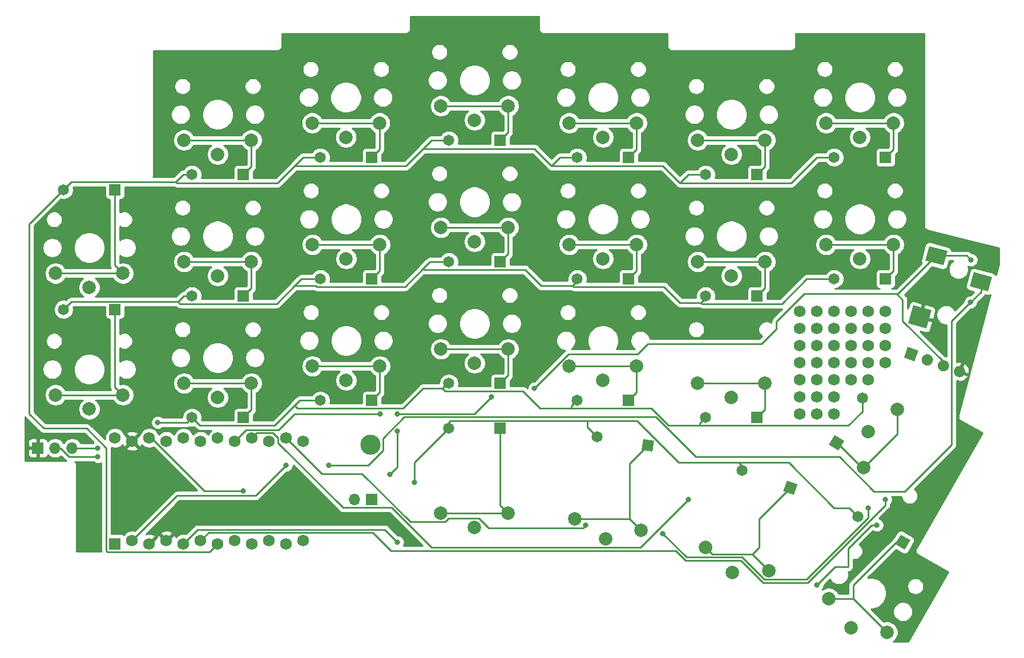
<source format=gbr>
G04 #@! TF.GenerationSoftware,KiCad,Pcbnew,5.1.8-1*
G04 #@! TF.CreationDate,2021-01-06T16:28:38-05:00*
G04 #@! TF.ProjectId,MushyCloud,4d757368-7943-46c6-9f75-642e6b696361,rev?*
G04 #@! TF.SameCoordinates,Original*
G04 #@! TF.FileFunction,Copper,L1,Top*
G04 #@! TF.FilePolarity,Positive*
%FSLAX46Y46*%
G04 Gerber Fmt 4.6, Leading zero omitted, Abs format (unit mm)*
G04 Created by KiCad (PCBNEW 5.1.8-1) date 2021-01-06 16:28:38*
%MOMM*%
%LPD*%
G01*
G04 APERTURE LIST*
G04 #@! TA.AperFunction,ComponentPad*
%ADD10R,1.752600X1.752600*%
G04 #@! TD*
G04 #@! TA.AperFunction,ComponentPad*
%ADD11C,1.752600*%
G04 #@! TD*
G04 #@! TA.AperFunction,ComponentPad*
%ADD12O,1.700000X1.700000*%
G04 #@! TD*
G04 #@! TA.AperFunction,ComponentPad*
%ADD13R,1.700000X1.700000*%
G04 #@! TD*
G04 #@! TA.AperFunction,ComponentPad*
%ADD14C,0.100000*%
G04 #@! TD*
G04 #@! TA.AperFunction,SMDPad,CuDef*
%ADD15C,0.100000*%
G04 #@! TD*
G04 #@! TA.AperFunction,ComponentPad*
%ADD16C,1.651000*%
G04 #@! TD*
G04 #@! TA.AperFunction,ComponentPad*
%ADD17R,1.651000X1.651000*%
G04 #@! TD*
G04 #@! TA.AperFunction,ComponentPad*
%ADD18C,2.000000*%
G04 #@! TD*
G04 #@! TA.AperFunction,ViaPad*
%ADD19C,3.000000*%
G04 #@! TD*
G04 #@! TA.AperFunction,ViaPad*
%ADD20C,0.800000*%
G04 #@! TD*
G04 #@! TA.AperFunction,Conductor*
%ADD21C,0.250000*%
G04 #@! TD*
G04 #@! TA.AperFunction,Conductor*
%ADD22C,0.254000*%
G04 #@! TD*
G04 #@! TA.AperFunction,Conductor*
%ADD23C,0.100000*%
G04 #@! TD*
G04 APERTURE END LIST*
D10*
X58420000Y-115798600D03*
D11*
X60960000Y-115341400D03*
X63500000Y-115798600D03*
X66040000Y-115341400D03*
X68580000Y-115798600D03*
X71120000Y-115341400D03*
X73660000Y-115798600D03*
X76200000Y-115341400D03*
X78740000Y-115798600D03*
X81280000Y-115341400D03*
X83820000Y-115798600D03*
X86360000Y-100558600D03*
X83820000Y-100101400D03*
X81280000Y-100558600D03*
X78740000Y-100101400D03*
X76200000Y-100558600D03*
X73660000Y-100101400D03*
X71120000Y-100558600D03*
X68580000Y-100101400D03*
X66040000Y-100558600D03*
X63500000Y-100101400D03*
X60960000Y-100558600D03*
X86360000Y-115341400D03*
X58420000Y-100101400D03*
D12*
X52070000Y-101600000D03*
X49530000Y-101600000D03*
D13*
X46990000Y-101600000D03*
G04 #@! TA.AperFunction,ComponentPad*
G36*
G01*
X183399741Y-91034932D02*
X183399741Y-91034932D01*
G75*
G02*
X182891719Y-89945476I290717J798739D01*
G01*
X182891719Y-89945476D01*
G75*
G02*
X183981175Y-89437454I798739J-290717D01*
G01*
X183981175Y-89437454D01*
G75*
G02*
X184489197Y-90526910I-290717J-798739D01*
G01*
X184489197Y-90526910D01*
G75*
G02*
X183399741Y-91034932I-798739J290717D01*
G01*
G37*
G04 #@! TD.AperFunction*
G04 #@! TA.AperFunction,ComponentPad*
G36*
G01*
X181012922Y-90166201D02*
X181012922Y-90166201D01*
G75*
G02*
X180504900Y-89076745I290717J798739D01*
G01*
X180504900Y-89076745D01*
G75*
G02*
X181594356Y-88568723I798739J-290717D01*
G01*
X181594356Y-88568723D01*
G75*
G02*
X182102378Y-89658179I-290717J-798739D01*
G01*
X182102378Y-89658179D01*
G75*
G02*
X181012922Y-90166201I-798739J290717D01*
G01*
G37*
G04 #@! TD.AperFunction*
G04 #@! TA.AperFunction,ComponentPad*
G36*
G01*
X178626102Y-89297470D02*
X178626102Y-89297470D01*
G75*
G02*
X178118080Y-88208014I290717J798739D01*
G01*
X178118080Y-88208014D01*
G75*
G02*
X179207536Y-87699992I798739J-290717D01*
G01*
X179207536Y-87699992D01*
G75*
G02*
X179715558Y-88789448I-290717J-798739D01*
G01*
X179715558Y-88789448D01*
G75*
G02*
X178626102Y-89297470I-798739J290717D01*
G01*
G37*
G04 #@! TD.AperFunction*
G04 #@! TA.AperFunction,ComponentPad*
D14*
G36*
X177038022Y-88719456D02*
G01*
X175440544Y-88138022D01*
X176021978Y-86540544D01*
X177619456Y-87121978D01*
X177038022Y-88719456D01*
G37*
G04 #@! TD.AperFunction*
D12*
X93980000Y-109220000D03*
D13*
X96520000Y-109220000D03*
D11*
X165100000Y-96520000D03*
X162560000Y-96520000D03*
X160020000Y-96520000D03*
X160020000Y-93980000D03*
X162560000Y-93980000D03*
X165100000Y-93980000D03*
X170180000Y-91440000D03*
X165100000Y-91440000D03*
X160020000Y-91440000D03*
X167640000Y-91440000D03*
X162560000Y-91440000D03*
X167640000Y-88900000D03*
X160020000Y-88900000D03*
X162560000Y-88900000D03*
X165100000Y-88900000D03*
X160020000Y-86360000D03*
X167640000Y-86360000D03*
X165100000Y-86360000D03*
X162560000Y-86360000D03*
X160020000Y-83820000D03*
X162560000Y-83820000D03*
X165100000Y-83820000D03*
X167640000Y-83820000D03*
X170180000Y-83820000D03*
X170180000Y-86360000D03*
X170180000Y-88900000D03*
X172720000Y-88900000D03*
X172720000Y-86360000D03*
X172720000Y-83820000D03*
X172720000Y-81280000D03*
X170180000Y-81280000D03*
X167640000Y-81280000D03*
X165100000Y-81280000D03*
X162560000Y-81280000D03*
X160020000Y-81280000D03*
G04 #@! TA.AperFunction,SMDPad,CuDef*
D15*
G36*
X185231039Y-77582321D02*
G01*
X185800441Y-75457284D01*
X188505033Y-76181977D01*
X187935631Y-78307014D01*
X185231039Y-77582321D01*
G37*
G04 #@! TD.AperFunction*
G04 #@! TA.AperFunction,SMDPad,CuDef*
G36*
X178600826Y-73735209D02*
G01*
X179170228Y-71610172D01*
X181874820Y-72334865D01*
X181305418Y-74459902D01*
X178600826Y-73735209D01*
G37*
G04 #@! TD.AperFunction*
G04 #@! TA.AperFunction,SMDPad,CuDef*
G36*
X176090281Y-83104688D02*
G01*
X176814975Y-80400096D01*
X179519567Y-81124790D01*
X178794873Y-83829382D01*
X176090281Y-83104688D01*
G37*
G04 #@! TD.AperFunction*
D16*
X50800000Y-81010000D03*
D17*
X58420000Y-81010000D03*
D16*
X50800000Y-63230000D03*
D17*
X58420000Y-63230000D03*
D16*
X107950000Y-98690000D03*
D17*
X115570000Y-98690000D03*
D16*
X169279577Y-94185737D03*
G04 #@! TA.AperFunction,ComponentPad*
D14*
G36*
X165167423Y-99657197D02*
G01*
X166597231Y-100482697D01*
X165771731Y-101912505D01*
X164341923Y-101087005D01*
X165167423Y-99657197D01*
G37*
G04 #@! TD.AperFunction*
D16*
X165100000Y-76470000D03*
D17*
X172720000Y-76470000D03*
D16*
X168660886Y-111760000D03*
G04 #@! TA.AperFunction,ComponentPad*
D14*
G36*
X174132346Y-115872154D02*
G01*
X174957846Y-114442346D01*
X176387654Y-115267846D01*
X175562154Y-116697654D01*
X174132346Y-115872154D01*
G37*
G04 #@! TD.AperFunction*
D16*
X146050000Y-97060000D03*
D17*
X153670000Y-97060000D03*
D16*
X146050000Y-79010000D03*
D17*
X153670000Y-79010000D03*
D16*
X151449542Y-104873806D03*
G04 #@! TA.AperFunction,ComponentPad*
D14*
G36*
X157551946Y-107973379D02*
G01*
X158116621Y-106421946D01*
X159668054Y-106986621D01*
X159103379Y-108538054D01*
X157551946Y-107973379D01*
G37*
G04 #@! TD.AperFunction*
D16*
X127000000Y-94520000D03*
D17*
X134620000Y-94520000D03*
D16*
X127000000Y-76470000D03*
D17*
X134620000Y-76470000D03*
D16*
X129955764Y-99876800D03*
G04 #@! TA.AperFunction,ComponentPad*
D14*
G36*
X136503695Y-101869612D02*
G01*
X136790388Y-100243695D01*
X138416305Y-100530388D01*
X138129612Y-102156305D01*
X136503695Y-101869612D01*
G37*
G04 #@! TD.AperFunction*
D16*
X107950000Y-91980000D03*
D17*
X115570000Y-91980000D03*
D16*
X107950000Y-73930000D03*
D17*
X115570000Y-73930000D03*
D16*
X88900000Y-94520000D03*
D17*
X96520000Y-94520000D03*
D16*
X88900000Y-76470000D03*
D17*
X96520000Y-76470000D03*
D16*
X69850000Y-97060000D03*
D17*
X77470000Y-97060000D03*
D16*
X69850000Y-79010000D03*
D17*
X77470000Y-79010000D03*
D16*
X165100000Y-58420000D03*
D17*
X172720000Y-58420000D03*
D16*
X146050000Y-60960000D03*
D17*
X153670000Y-60960000D03*
D16*
X127000000Y-58420000D03*
D17*
X134620000Y-58420000D03*
D16*
X107950000Y-55880000D03*
D17*
X115570000Y-55880000D03*
D16*
X88900000Y-58420000D03*
D17*
X96520000Y-58420000D03*
D16*
X69850000Y-60960000D03*
D17*
X77470000Y-60960000D03*
D18*
X164300851Y-123939119D03*
X167580978Y-128257772D03*
X172961105Y-128939119D03*
X145991460Y-116365124D03*
X149971681Y-120048579D03*
X155388387Y-119785326D03*
X126631405Y-112105867D03*
X131190783Y-115042204D03*
X136479483Y-113842348D03*
X106760000Y-111250000D03*
X111760000Y-113350000D03*
X116760000Y-111250000D03*
X174469103Y-95839873D03*
X170150450Y-99120000D03*
X169469103Y-104500127D03*
X144860000Y-91970000D03*
X149860000Y-94070000D03*
X154860000Y-91970000D03*
X125810000Y-89430000D03*
X130810000Y-91530000D03*
X135810000Y-89430000D03*
X106760000Y-86890000D03*
X111760000Y-88990000D03*
X116760000Y-86890000D03*
X87710000Y-89430000D03*
X92710000Y-91530000D03*
X97710000Y-89430000D03*
X68660000Y-91970000D03*
X73660000Y-94070000D03*
X78660000Y-91970000D03*
X163910000Y-71380000D03*
X168910000Y-73480000D03*
X173910000Y-71380000D03*
X144860000Y-73920000D03*
X149860000Y-76020000D03*
X154860000Y-73920000D03*
X125810000Y-71380000D03*
X130810000Y-73480000D03*
X135810000Y-71380000D03*
X106760000Y-68840000D03*
X111760000Y-70940000D03*
X116760000Y-68840000D03*
X87710000Y-71380000D03*
X92710000Y-73480000D03*
X97710000Y-71380000D03*
X68660000Y-73920000D03*
X73660000Y-76020000D03*
X78660000Y-73920000D03*
X49610000Y-93700000D03*
X54610000Y-95800000D03*
X59610000Y-93700000D03*
X163910000Y-53330000D03*
X168910000Y-55430000D03*
X173910000Y-53330000D03*
X144860000Y-55870000D03*
X149860000Y-57970000D03*
X154860000Y-55870000D03*
X125810000Y-53330000D03*
X130810000Y-55430000D03*
X135810000Y-53330000D03*
X106760000Y-50790000D03*
X111760000Y-52890000D03*
X116760000Y-50790000D03*
X87670701Y-53330000D03*
X92670701Y-55430000D03*
X97670701Y-53330000D03*
X68660000Y-55870000D03*
X73660000Y-57970000D03*
X78660000Y-55870000D03*
X49610000Y-75650000D03*
X54610000Y-77750000D03*
X59610000Y-75650000D03*
D19*
X96352793Y-101062051D03*
D20*
X64770000Y-97790000D03*
X102870000Y-106680000D03*
X120650000Y-92710000D03*
X114300000Y-93980000D03*
X100330000Y-96520000D03*
X100330000Y-99060000D03*
X55880000Y-101600000D03*
X99179499Y-105529499D03*
X185420000Y-73660000D03*
X46990000Y-69850000D03*
X46990000Y-71120000D03*
X46990000Y-72390000D03*
X55880000Y-111760000D03*
X55880000Y-110490000D03*
X55880000Y-109220000D03*
X58420000Y-111760000D03*
X58420000Y-110490000D03*
X58420000Y-109220000D03*
X58420000Y-102870000D03*
X59690000Y-102870000D03*
X93980000Y-111760000D03*
X96520000Y-111760000D03*
X104140000Y-39370000D03*
X119380000Y-39370000D03*
X106680000Y-39370000D03*
X116840000Y-39370000D03*
X66040000Y-113030000D03*
X67310000Y-113030000D03*
X53340000Y-104140000D03*
X53340000Y-105410000D03*
X53340000Y-106680000D03*
X97790000Y-96520000D03*
X143510000Y-109220000D03*
X139700000Y-114300000D03*
X128270000Y-113030000D03*
X170180000Y-110490000D03*
X83820000Y-104140000D03*
X90170000Y-104140000D03*
X185340491Y-79930491D03*
X55880000Y-102870000D03*
X77470000Y-107950000D03*
X172720000Y-109220000D03*
X100330000Y-115570000D03*
X162560000Y-121920000D03*
X171450000Y-113030000D03*
D21*
X49610000Y-75650000D02*
X59610000Y-75650000D01*
X58420000Y-74460000D02*
X59610000Y-75650000D01*
X58420000Y-63230000D02*
X58420000Y-74460000D01*
X82550000Y-62230000D02*
X85090000Y-59690000D01*
X85090000Y-59690000D02*
X101600000Y-59690000D01*
X101600000Y-59690000D02*
X104140000Y-57150000D01*
X104140000Y-57150000D02*
X120650000Y-57150000D01*
X120650000Y-57150000D02*
X123190000Y-59690000D01*
X123190000Y-59690000D02*
X139700000Y-59690000D01*
X139700000Y-59690000D02*
X142240000Y-62230000D01*
X142240000Y-62230000D02*
X158750000Y-62230000D01*
X158750000Y-62230000D02*
X161290000Y-59690000D01*
X165100000Y-58420000D02*
X162560000Y-58420000D01*
X162560000Y-58420000D02*
X161290000Y-59690000D01*
X143510000Y-60960000D02*
X142240000Y-62230000D01*
X146050000Y-60960000D02*
X143510000Y-60960000D01*
X124460000Y-58420000D02*
X123190000Y-59690000D01*
X127000000Y-58420000D02*
X124460000Y-58420000D01*
X105410000Y-55880000D02*
X104140000Y-57150000D01*
X107950000Y-55880000D02*
X105410000Y-55880000D01*
X88900000Y-58420000D02*
X86360000Y-58420000D01*
X86360000Y-58420000D02*
X85090000Y-59690000D01*
X47860511Y-98660511D02*
X45720000Y-96520000D01*
X54210511Y-98660511D02*
X47860511Y-98660511D01*
X73660000Y-115798600D02*
X72458699Y-116999901D01*
X57150000Y-101600000D02*
X54210511Y-98660511D01*
X57150000Y-115570000D02*
X57150000Y-101600000D01*
X57150000Y-116866202D02*
X57150000Y-113030000D01*
X57283699Y-116999901D02*
X57150000Y-116866202D01*
X72458699Y-116999901D02*
X57283699Y-116999901D01*
X45720000Y-68310000D02*
X50800000Y-63230000D01*
X45720000Y-96520000D02*
X45720000Y-68310000D01*
X68580000Y-60960000D02*
X69850000Y-60960000D01*
X67460501Y-62079499D02*
X68580000Y-60960000D01*
X50800000Y-63230000D02*
X51950501Y-62079499D01*
X51950501Y-62079499D02*
X67460501Y-62079499D01*
X67611002Y-62230000D02*
X67460501Y-62079499D01*
X82550000Y-62230000D02*
X67611002Y-62230000D01*
X68660000Y-55870000D02*
X78660000Y-55870000D01*
X78660000Y-59770000D02*
X77470000Y-60960000D01*
X78660000Y-55870000D02*
X78660000Y-59770000D01*
X87670701Y-53330000D02*
X97670701Y-53330000D01*
X97670701Y-57269299D02*
X96520000Y-58420000D01*
X97670701Y-53330000D02*
X97670701Y-57269299D01*
X116760000Y-54690000D02*
X115570000Y-55880000D01*
X116760000Y-50790000D02*
X116760000Y-54690000D01*
X106760000Y-50790000D02*
X116760000Y-50790000D01*
X125810000Y-53330000D02*
X135810000Y-53330000D01*
X135810000Y-57230000D02*
X134620000Y-58420000D01*
X135810000Y-53330000D02*
X135810000Y-57230000D01*
X154860000Y-59770000D02*
X153670000Y-60960000D01*
X154860000Y-55870000D02*
X154860000Y-59770000D01*
X144860000Y-55870000D02*
X154860000Y-55870000D01*
X163910000Y-53330000D02*
X173910000Y-53330000D01*
X173910000Y-57230000D02*
X172720000Y-58420000D01*
X173910000Y-53330000D02*
X173910000Y-57230000D01*
X49610000Y-93700000D02*
X59610000Y-93700000D01*
X58420000Y-92510000D02*
X59610000Y-93700000D01*
X58420000Y-81010000D02*
X58420000Y-92510000D01*
X82399499Y-80160501D02*
X85090000Y-77470000D01*
X85090000Y-77470000D02*
X88197258Y-77470000D01*
X88347759Y-77620501D02*
X101449499Y-77620501D01*
X88197258Y-77470000D02*
X88347759Y-77620501D01*
X101449499Y-77620501D02*
X104140000Y-74930000D01*
X104290501Y-75080501D02*
X119229499Y-75080501D01*
X119229499Y-75080501D02*
X121618998Y-77470000D01*
X126447759Y-77620501D02*
X138279499Y-77620501D01*
X121618998Y-77470000D02*
X126297258Y-77470000D01*
X126297258Y-77470000D02*
X126447759Y-77620501D01*
X138279499Y-77620501D02*
X139850501Y-77620501D01*
X139850501Y-77620501D02*
X142240000Y-80010000D01*
X142240000Y-80010000D02*
X145347258Y-80010000D01*
X86090000Y-76470000D02*
X85090000Y-77470000D01*
X88900000Y-76470000D02*
X86090000Y-76470000D01*
X104140000Y-74930000D02*
X104290501Y-75080501D01*
X105140000Y-73930000D02*
X104140000Y-74930000D01*
X107950000Y-73930000D02*
X105140000Y-73930000D01*
X127000000Y-76767258D02*
X126297258Y-77470000D01*
X127000000Y-76470000D02*
X127000000Y-76767258D01*
X146050000Y-79307258D02*
X145347258Y-80010000D01*
X146050000Y-79010000D02*
X146050000Y-79307258D01*
X145497759Y-80160501D02*
X145347258Y-80010000D01*
X165100000Y-76470000D02*
X161020000Y-76470000D01*
X157329499Y-80160501D02*
X145497759Y-80160501D01*
X161020000Y-76470000D02*
X157329499Y-80160501D01*
X68611002Y-79010000D02*
X69850000Y-79010000D01*
X67761503Y-79859499D02*
X68611002Y-79010000D01*
X50800000Y-81010000D02*
X51950501Y-79859499D01*
X51950501Y-79859499D02*
X67761503Y-79859499D01*
X68062505Y-80160501D02*
X82399499Y-80160501D01*
X67761503Y-79859499D02*
X68062505Y-80160501D01*
X78660000Y-77820000D02*
X77470000Y-79010000D01*
X78660000Y-73920000D02*
X78660000Y-77820000D01*
X68660000Y-73920000D02*
X78660000Y-73920000D01*
X82129499Y-98210501D02*
X85090000Y-95250000D01*
X85510501Y-95670501D02*
X101179499Y-95670501D01*
X101179499Y-95670501D02*
X104140000Y-92710000D01*
X104140000Y-92710000D02*
X106977258Y-92710000D01*
X107397759Y-93130501D02*
X118959499Y-93130501D01*
X106977258Y-92710000D02*
X107397759Y-93130501D01*
X118959499Y-93130501D02*
X121499499Y-95670501D01*
X138009499Y-95670501D02*
X140549499Y-98210501D01*
X85090000Y-95250000D02*
X85510501Y-95670501D01*
X85820000Y-94520000D02*
X85090000Y-95250000D01*
X88900000Y-94520000D02*
X85820000Y-94520000D01*
X107707258Y-91980000D02*
X106977258Y-92710000D01*
X107950000Y-91980000D02*
X107707258Y-91980000D01*
X121499499Y-95670501D02*
X126150501Y-95670501D01*
X126150501Y-95369499D02*
X126150501Y-95670501D01*
X127000000Y-94520000D02*
X126150501Y-95369499D01*
X126150501Y-95670501D02*
X138009499Y-95670501D01*
X145200501Y-97909499D02*
X145200501Y-98210501D01*
X146050000Y-97060000D02*
X145200501Y-97909499D01*
X140549499Y-98210501D02*
X145200501Y-98210501D01*
X69120000Y-97790000D02*
X69850000Y-97060000D01*
X71000501Y-98210501D02*
X82129499Y-98210501D01*
X69850000Y-97060000D02*
X71000501Y-98210501D01*
X64770000Y-97790000D02*
X69120000Y-97790000D01*
X169279577Y-96150423D02*
X169279577Y-94185737D01*
X145200501Y-98210501D02*
X167219499Y-98210501D01*
X167219499Y-98210501D02*
X169279577Y-96150423D01*
X87710000Y-71380000D02*
X97710000Y-71380000D01*
X97710000Y-75280000D02*
X96520000Y-76470000D01*
X97710000Y-71380000D02*
X97710000Y-75280000D01*
X116760000Y-72740000D02*
X115570000Y-73930000D01*
X116760000Y-68840000D02*
X116760000Y-72740000D01*
X106760000Y-68840000D02*
X116760000Y-68840000D01*
X125810000Y-71380000D02*
X135810000Y-71380000D01*
X135810000Y-75280000D02*
X134620000Y-76470000D01*
X135810000Y-71380000D02*
X135810000Y-75280000D01*
X154860000Y-77820000D02*
X153670000Y-79010000D01*
X154860000Y-73920000D02*
X154860000Y-77820000D01*
X144860000Y-73920000D02*
X154860000Y-73920000D01*
X163910000Y-71380000D02*
X173910000Y-71380000D01*
X173910000Y-75280000D02*
X172720000Y-76470000D01*
X173910000Y-71380000D02*
X173910000Y-75280000D01*
X78660000Y-95870000D02*
X77470000Y-97060000D01*
X78660000Y-91970000D02*
X78660000Y-95870000D01*
X68660000Y-91970000D02*
X78660000Y-91970000D01*
X142068857Y-103723305D02*
X150897301Y-103723305D01*
X135885051Y-97539499D02*
X142068857Y-103723305D01*
X150897301Y-103723305D02*
X158333305Y-103723305D01*
X158333305Y-103723305D02*
X165100000Y-110490000D01*
X129955764Y-99876800D02*
X128520501Y-98441537D01*
X128520501Y-98441537D02*
X128520501Y-97539499D01*
X128520501Y-97539499D02*
X135885051Y-97539499D01*
X151449542Y-104275546D02*
X150897301Y-103723305D01*
X151449542Y-104873806D02*
X151449542Y-104275546D01*
X167390886Y-110490000D02*
X168660886Y-111760000D01*
X165100000Y-110490000D02*
X167390886Y-110490000D01*
X102870000Y-103770000D02*
X107950000Y-98690000D01*
X102870000Y-106680000D02*
X102870000Y-103770000D01*
X107950000Y-97790000D02*
X107950000Y-98690000D01*
X128520501Y-97539499D02*
X108200501Y-97539499D01*
X108200501Y-97539499D02*
X107950000Y-97790000D01*
X97710000Y-89430000D02*
X87710000Y-89430000D01*
X97710000Y-93330000D02*
X96520000Y-94520000D01*
X97710000Y-89430000D02*
X97710000Y-93330000D01*
X116760000Y-90790000D02*
X115570000Y-91980000D01*
X116760000Y-86890000D02*
X116760000Y-90790000D01*
X106760000Y-86890000D02*
X116760000Y-86890000D01*
X135810000Y-89430000D02*
X125810000Y-89430000D01*
X135810000Y-93330000D02*
X134620000Y-94520000D01*
X135810000Y-89430000D02*
X135810000Y-93330000D01*
X154860000Y-95870000D02*
X153670000Y-97060000D01*
X154860000Y-91970000D02*
X154860000Y-95870000D01*
X144860000Y-91970000D02*
X154860000Y-91970000D01*
X174469103Y-99500127D02*
X169469103Y-104500127D01*
X174469103Y-95839873D02*
X174469103Y-99500127D01*
X169184853Y-104500127D02*
X169469103Y-104500127D01*
X165469577Y-100784851D02*
X169184853Y-104500127D01*
X106760000Y-111250000D02*
X116760000Y-111250000D01*
X115570000Y-110060000D02*
X115570000Y-98690000D01*
X116760000Y-111250000D02*
X115570000Y-110060000D01*
X134743002Y-112105867D02*
X136479483Y-113842348D01*
X126631405Y-112105867D02*
X134743002Y-112105867D01*
X134743002Y-103916998D02*
X134743002Y-112105867D01*
X137460000Y-101200000D02*
X134743002Y-103916998D01*
X146991459Y-117365123D02*
X152968184Y-117365123D01*
X152968184Y-117365123D02*
X155388387Y-119785326D01*
X145991460Y-116365124D02*
X146991459Y-117365123D01*
X154014601Y-112075399D02*
X158610000Y-107480000D01*
X154014601Y-116318706D02*
X154014601Y-112075399D01*
X152968184Y-117365123D02*
X154014601Y-116318706D01*
X167961105Y-123939119D02*
X172961105Y-128939119D01*
X164300851Y-123939119D02*
X167961105Y-123939119D01*
X174306795Y-115570000D02*
X175260000Y-115570000D01*
X167961105Y-121915690D02*
X174306795Y-115570000D01*
X167961105Y-123939119D02*
X167961105Y-121915690D01*
X120650000Y-92710000D02*
X120650000Y-92710000D01*
X114300000Y-93980000D02*
X111760000Y-96520000D01*
X111760000Y-96520000D02*
X100330000Y-96520000D01*
X100330000Y-96520000D02*
X100330000Y-96520000D01*
X100330000Y-99060000D02*
X100330000Y-104140000D01*
X52070000Y-101600000D02*
X55880000Y-101600000D01*
X55880000Y-101600000D02*
X55880000Y-101600000D01*
X100330000Y-104378998D02*
X100330000Y-104140000D01*
X99179499Y-105529499D02*
X100330000Y-104378998D01*
X154274003Y-86144999D02*
X156535001Y-83884001D01*
X120650000Y-92710000D02*
X125704999Y-87655001D01*
X156535001Y-83884001D02*
X156535001Y-82803997D01*
X137485001Y-86144999D02*
X154274003Y-86144999D01*
X135974999Y-87655001D02*
X137485001Y-86144999D01*
X125704999Y-87655001D02*
X135974999Y-87655001D01*
X156535001Y-82803997D02*
X160653999Y-78684999D01*
X172741003Y-78684999D02*
X172775001Y-78684999D01*
X160653999Y-78684999D02*
X172741003Y-78684999D01*
X172741003Y-78684999D02*
X174365001Y-78684999D01*
X175260000Y-79579998D02*
X174365001Y-78684999D01*
X174365001Y-78684999D02*
X174587861Y-78684999D01*
X174587861Y-78684999D02*
X180237823Y-73035037D01*
X180237823Y-73035037D02*
X184795037Y-73035037D01*
X184795037Y-73035037D02*
X185420000Y-73660000D01*
X185420000Y-73660000D02*
X185420000Y-73660000D01*
X181303639Y-88777682D02*
X181303639Y-89367462D01*
X175260000Y-82734043D02*
X181303639Y-88777682D01*
X175260000Y-79579998D02*
X175260000Y-82734043D01*
X95250000Y-96520000D02*
X97790000Y-96520000D01*
X97790000Y-96520000D02*
X97790000Y-96520000D01*
X77858501Y-98900099D02*
X82709901Y-98900099D01*
X76200000Y-100558600D02*
X77858501Y-98900099D01*
X82709901Y-98900099D02*
X85090000Y-96520000D01*
X85090000Y-96520000D02*
X95250000Y-96520000D01*
X105382207Y-116367205D02*
X136362795Y-116367205D01*
X99450001Y-110434999D02*
X105382207Y-116367205D01*
X92222257Y-110434999D02*
X99450001Y-110434999D01*
X78740000Y-100101400D02*
X79484101Y-99357299D01*
X79484101Y-99357299D02*
X81856625Y-99357299D01*
X81856625Y-99357299D02*
X82618699Y-100119373D01*
X82618699Y-100119373D02*
X82618699Y-100831441D01*
X82618699Y-100831441D02*
X92222257Y-110434999D01*
X136362795Y-116367205D02*
X143510000Y-109220000D01*
X143510000Y-109220000D02*
X143510000Y-109220000D01*
X151457192Y-117815133D02*
X143215133Y-117815133D01*
X154752386Y-121110327D02*
X151457192Y-117815133D01*
X161013301Y-121110327D02*
X154752386Y-121110327D01*
X143215133Y-117815133D02*
X139700000Y-114300000D01*
X139700000Y-114300000D02*
X139700000Y-114300000D01*
X89128600Y-105410000D02*
X83820000Y-100101400D01*
X95061412Y-105410000D02*
X89128600Y-105410000D01*
X107946003Y-112024999D02*
X107396001Y-112575001D01*
X102226413Y-112575001D02*
X95061412Y-105410000D01*
X107396001Y-112575001D02*
X102226413Y-112575001D01*
X127869132Y-113430868D02*
X113801870Y-113430868D01*
X112396001Y-112024999D02*
X107946003Y-112024999D01*
X113801870Y-113430868D02*
X112396001Y-112024999D01*
X128270000Y-113030000D02*
X127869132Y-113430868D01*
X161013301Y-121110327D02*
X170180000Y-111943628D01*
X170180000Y-111943628D02*
X170180000Y-110490000D01*
X170180000Y-110490000D02*
X170180000Y-110490000D01*
X148590000Y-102870000D02*
X148590000Y-102870000D01*
X83540674Y-104140000D02*
X83820000Y-104140000D01*
X83820000Y-104140000D02*
X83820000Y-104140000D01*
X156210000Y-102870000D02*
X156210000Y-102870000D01*
X171016115Y-108008141D02*
X175600817Y-108008141D01*
X165877974Y-102870000D02*
X171016115Y-108008141D01*
X144572588Y-102870000D02*
X165877974Y-102870000D01*
X138672598Y-96970010D02*
X144572588Y-102870000D01*
X90170000Y-104140000D02*
X95975846Y-104140000D01*
X101346988Y-96970010D02*
X138672598Y-96970010D01*
X95975846Y-104140000D02*
X98177794Y-101938052D01*
X98177794Y-101938052D02*
X98177794Y-100139204D01*
X98177794Y-100139204D02*
X101346988Y-96970010D01*
X79284999Y-108675001D02*
X83820000Y-104140000D01*
X67626399Y-108675001D02*
X79284999Y-108675001D01*
X60960000Y-115341400D02*
X67626399Y-108675001D01*
X186868036Y-78402946D02*
X186868036Y-76882149D01*
X182515457Y-82755525D02*
X185340491Y-79930491D01*
X182515457Y-101093501D02*
X182515457Y-82755525D01*
X175600817Y-108008141D02*
X182515457Y-101093501D01*
X185340491Y-79930491D02*
X186868036Y-78402946D01*
X50330998Y-101600000D02*
X49530000Y-101600000D01*
X51600998Y-102870000D02*
X50330998Y-101600000D01*
X55880000Y-102870000D02*
X51600998Y-102870000D01*
X63804874Y-100101400D02*
X63500000Y-100101400D01*
X71653474Y-107950000D02*
X63804874Y-100101400D01*
X77470000Y-107950000D02*
X71653474Y-107950000D01*
X72321301Y-114140099D02*
X96679901Y-114140099D01*
X71120000Y-115341400D02*
X72321301Y-114140099D01*
X141580805Y-116817215D02*
X143028733Y-118265143D01*
X96679901Y-114140099D02*
X99357017Y-116817215D01*
X99357017Y-116817215D02*
X141580805Y-116817215D01*
X143028733Y-118265143D02*
X151270792Y-118265143D01*
X161199702Y-121560336D02*
X172720000Y-110040038D01*
X151270792Y-118265143D02*
X154565986Y-121560337D01*
X154565986Y-121560337D02*
X161199702Y-121560336D01*
X172720000Y-110040038D02*
X172720000Y-109220000D01*
X172720000Y-109220000D02*
X172720000Y-109220000D01*
X70688511Y-113690089D02*
X98450089Y-113690089D01*
X68580000Y-115798600D02*
X70688511Y-113690089D01*
X98450089Y-113690089D02*
X100330000Y-115570000D01*
X100330000Y-115570000D02*
X100330000Y-115570000D01*
X162560000Y-121920000D02*
X165256779Y-119223221D01*
X165256779Y-119223221D02*
X167157021Y-119223221D01*
X167157021Y-116485217D02*
X170612238Y-113030000D01*
X167157021Y-119223221D02*
X167157021Y-116485217D01*
X170612238Y-113030000D02*
X171450000Y-113030000D01*
X171450000Y-113030000D02*
X171450000Y-113030000D01*
D22*
X183524639Y-96742874D02*
X183517925Y-96758504D01*
X183507927Y-96805556D01*
X183503925Y-96820568D01*
X183501190Y-96837265D01*
X183490904Y-96885673D01*
X183490700Y-96901298D01*
X183488174Y-96916720D01*
X183489855Y-96966178D01*
X183489210Y-97015669D01*
X183492059Y-97031036D01*
X183492590Y-97046652D01*
X183503888Y-97094835D01*
X183512911Y-97143499D01*
X183518702Y-97158012D01*
X183522270Y-97173227D01*
X183542753Y-97218283D01*
X183561095Y-97264249D01*
X183569607Y-97277354D01*
X183576074Y-97291580D01*
X183604957Y-97331780D01*
X183631910Y-97373278D01*
X183642812Y-97384467D01*
X183651933Y-97397163D01*
X183688097Y-97430949D01*
X183722634Y-97466398D01*
X183735518Y-97475251D01*
X183746933Y-97485916D01*
X183788989Y-97511995D01*
X183802935Y-97521579D01*
X183816540Y-97529081D01*
X183857422Y-97554432D01*
X183873351Y-97560404D01*
X187054476Y-99314394D01*
X177243294Y-116483964D01*
X177224682Y-116510100D01*
X177211119Y-116540270D01*
X177210876Y-116540696D01*
X177197986Y-116569485D01*
X177171376Y-116628679D01*
X177171263Y-116629169D01*
X177171060Y-116629623D01*
X177156743Y-116692289D01*
X177142229Y-116755378D01*
X177142214Y-116755879D01*
X177142103Y-116756365D01*
X177140284Y-116820683D01*
X177138358Y-116885327D01*
X177138441Y-116885821D01*
X177138427Y-116886320D01*
X177149221Y-116949936D01*
X177159915Y-117013536D01*
X177160092Y-117014002D01*
X177160176Y-117014497D01*
X177183154Y-117074734D01*
X177206069Y-117135077D01*
X177206336Y-117135503D01*
X177206513Y-117135968D01*
X177240779Y-117190529D01*
X177275048Y-117245276D01*
X177275390Y-117245639D01*
X177275657Y-117246064D01*
X177319910Y-117292893D01*
X177364200Y-117339903D01*
X177364609Y-117340195D01*
X177364951Y-117340556D01*
X177417272Y-117377697D01*
X177443565Y-117396421D01*
X177444000Y-117396671D01*
X177470965Y-117415812D01*
X177500239Y-117428919D01*
X181968373Y-119991046D01*
X176045725Y-130311141D01*
X173846331Y-130314028D01*
X174003357Y-130209106D01*
X174231092Y-129981371D01*
X174410023Y-129713582D01*
X174533273Y-129416031D01*
X174596105Y-129100152D01*
X174596105Y-128778086D01*
X174533273Y-128462207D01*
X174410023Y-128164656D01*
X174231092Y-127896867D01*
X174003357Y-127669132D01*
X173735568Y-127490201D01*
X173438017Y-127366951D01*
X173122138Y-127304119D01*
X172800072Y-127304119D01*
X172484193Y-127366951D01*
X172469730Y-127372942D01*
X170848750Y-125751962D01*
X173809118Y-125751962D01*
X173809118Y-126044482D01*
X173866186Y-126331380D01*
X173978128Y-126601633D01*
X174140643Y-126844854D01*
X174347486Y-127051697D01*
X174590707Y-127214212D01*
X174860960Y-127326154D01*
X175147858Y-127383222D01*
X175440378Y-127383222D01*
X175727276Y-127326154D01*
X175997529Y-127214212D01*
X176240750Y-127051697D01*
X176447593Y-126844854D01*
X176610108Y-126601633D01*
X176722050Y-126331380D01*
X176779118Y-126044482D01*
X176779118Y-125751962D01*
X176722050Y-125465064D01*
X176610108Y-125194811D01*
X176447593Y-124951590D01*
X176240750Y-124744747D01*
X175997529Y-124582232D01*
X175727276Y-124470290D01*
X175440378Y-124413222D01*
X175147858Y-124413222D01*
X174860960Y-124470290D01*
X174590707Y-124582232D01*
X174347486Y-124744747D01*
X174140643Y-124951590D01*
X173978128Y-125194811D01*
X173866186Y-125465064D01*
X173809118Y-125751962D01*
X170848750Y-125751962D01*
X170580009Y-125483222D01*
X170760955Y-125483222D01*
X171212072Y-125393489D01*
X171637015Y-125217472D01*
X172019454Y-124961935D01*
X172344691Y-124636698D01*
X172600228Y-124254259D01*
X172776245Y-123829316D01*
X172865978Y-123378199D01*
X172865978Y-122918245D01*
X172776245Y-122467128D01*
X172600228Y-122042185D01*
X172571559Y-121999278D01*
X175916631Y-121999278D01*
X175916631Y-122242552D01*
X175964091Y-122481151D01*
X176057188Y-122705907D01*
X176192344Y-122908182D01*
X176364364Y-123080202D01*
X176566639Y-123215358D01*
X176791395Y-123308455D01*
X177029994Y-123355915D01*
X177273268Y-123355915D01*
X177511867Y-123308455D01*
X177736623Y-123215358D01*
X177938898Y-123080202D01*
X178110918Y-122908182D01*
X178246074Y-122705907D01*
X178339171Y-122481151D01*
X178386631Y-122242552D01*
X178386631Y-121999278D01*
X178339171Y-121760679D01*
X178246074Y-121535923D01*
X178110918Y-121333648D01*
X177938898Y-121161628D01*
X177736623Y-121026472D01*
X177511867Y-120933375D01*
X177273268Y-120885915D01*
X177029994Y-120885915D01*
X176791395Y-120933375D01*
X176566639Y-121026472D01*
X176364364Y-121161628D01*
X176192344Y-121333648D01*
X176057188Y-121535923D01*
X175964091Y-121760679D01*
X175916631Y-121999278D01*
X172571559Y-121999278D01*
X172344691Y-121659746D01*
X172019454Y-121334509D01*
X171637015Y-121078972D01*
X171212072Y-120902955D01*
X170760955Y-120813222D01*
X170301001Y-120813222D01*
X170097993Y-120853603D01*
X174265680Y-116685917D01*
X175243118Y-117250241D01*
X175357052Y-117301864D01*
X175478869Y-117330267D01*
X175603886Y-117334360D01*
X175727299Y-117313984D01*
X175844366Y-117269923D01*
X175950588Y-117203871D01*
X176041882Y-117118364D01*
X176114741Y-117016690D01*
X176940241Y-115586882D01*
X176991864Y-115472948D01*
X177020267Y-115351131D01*
X177024360Y-115226114D01*
X177003984Y-115102701D01*
X176959923Y-114985634D01*
X176893871Y-114879412D01*
X176808364Y-114788118D01*
X176706690Y-114715259D01*
X175276882Y-113889759D01*
X175162948Y-113838136D01*
X175041131Y-113809733D01*
X174916114Y-113805640D01*
X174792701Y-113826016D01*
X174675634Y-113870077D01*
X174569412Y-113936129D01*
X174478118Y-114021636D01*
X174405259Y-114123310D01*
X173960760Y-114893205D01*
X173882519Y-114935026D01*
X173766794Y-115029999D01*
X173742996Y-115058997D01*
X167450103Y-121351891D01*
X167421105Y-121375689D01*
X167397307Y-121404687D01*
X167397306Y-121404688D01*
X167326131Y-121491414D01*
X167255559Y-121623444D01*
X167237318Y-121683579D01*
X167212103Y-121766704D01*
X167202980Y-121859329D01*
X167197429Y-121915690D01*
X167201106Y-121953022D01*
X167201105Y-123179119D01*
X165755760Y-123179119D01*
X165749769Y-123164656D01*
X165570838Y-122896867D01*
X165343103Y-122669132D01*
X165075314Y-122490201D01*
X164777763Y-122366951D01*
X164461884Y-122304119D01*
X164139818Y-122304119D01*
X163823939Y-122366951D01*
X163526388Y-122490201D01*
X163306758Y-122636953D01*
X163363937Y-122579774D01*
X163477205Y-122410256D01*
X163555226Y-122221898D01*
X163595000Y-122021939D01*
X163595000Y-121959801D01*
X164452377Y-121102425D01*
X164614363Y-121344854D01*
X164821206Y-121551697D01*
X165064427Y-121714212D01*
X165334680Y-121826154D01*
X165621578Y-121883222D01*
X165914098Y-121883222D01*
X166200996Y-121826154D01*
X166471249Y-121714212D01*
X166714470Y-121551697D01*
X166921313Y-121344854D01*
X167083828Y-121101633D01*
X167195770Y-120831380D01*
X167252838Y-120544482D01*
X167252838Y-120251962D01*
X167199285Y-119982735D01*
X167306007Y-119972224D01*
X167449268Y-119928767D01*
X167581297Y-119858195D01*
X167697022Y-119763222D01*
X167791995Y-119647497D01*
X167862567Y-119515468D01*
X167906024Y-119372207D01*
X167920698Y-119223221D01*
X167917021Y-119185888D01*
X167917021Y-118121660D01*
X167988688Y-118135915D01*
X168231962Y-118135915D01*
X168470561Y-118088455D01*
X168695317Y-117995358D01*
X168897592Y-117860202D01*
X169069612Y-117688182D01*
X169204768Y-117485907D01*
X169297865Y-117261151D01*
X169345325Y-117022552D01*
X169345325Y-116779278D01*
X169297865Y-116540679D01*
X169204768Y-116315923D01*
X169069612Y-116113648D01*
X168897592Y-115941628D01*
X168824350Y-115892689D01*
X170845902Y-113871138D01*
X170959744Y-113947205D01*
X171148102Y-114025226D01*
X171348061Y-114065000D01*
X171551939Y-114065000D01*
X171751898Y-114025226D01*
X171940256Y-113947205D01*
X172109774Y-113833937D01*
X172253937Y-113689774D01*
X172367205Y-113520256D01*
X172445226Y-113331898D01*
X172485000Y-113131939D01*
X172485000Y-112928061D01*
X172445226Y-112728102D01*
X172367205Y-112539744D01*
X172253937Y-112370226D01*
X172109774Y-112226063D01*
X171940256Y-112112795D01*
X171785958Y-112048882D01*
X173231004Y-110603836D01*
X173260001Y-110580039D01*
X173354974Y-110464314D01*
X173425546Y-110332285D01*
X173469003Y-110189024D01*
X173480000Y-110077371D01*
X173480000Y-110077363D01*
X173483676Y-110040038D01*
X173480000Y-110002713D01*
X173480000Y-109923711D01*
X173523937Y-109879774D01*
X173637205Y-109710256D01*
X173715226Y-109521898D01*
X173755000Y-109321939D01*
X173755000Y-109118061D01*
X173715226Y-108918102D01*
X173653110Y-108768141D01*
X175052307Y-108768141D01*
X175052307Y-108812290D01*
X175099767Y-109050889D01*
X175192864Y-109275645D01*
X175328020Y-109477920D01*
X175500040Y-109649940D01*
X175702315Y-109785096D01*
X175927071Y-109878193D01*
X176165670Y-109925653D01*
X176408944Y-109925653D01*
X176647543Y-109878193D01*
X176872299Y-109785096D01*
X177074574Y-109649940D01*
X177246594Y-109477920D01*
X177381750Y-109275645D01*
X177474847Y-109050889D01*
X177522307Y-108812290D01*
X177522307Y-108569016D01*
X177474847Y-108330417D01*
X177381750Y-108105661D01*
X177246594Y-107903386D01*
X177074574Y-107731366D01*
X177001332Y-107682427D01*
X183026461Y-101657299D01*
X183055458Y-101633502D01*
X183150431Y-101517777D01*
X183221003Y-101385748D01*
X183264460Y-101242487D01*
X183275457Y-101130834D01*
X183275457Y-101130826D01*
X183279133Y-101093501D01*
X183275457Y-101056176D01*
X183275457Y-91665449D01*
X183301901Y-91675074D01*
X183358281Y-91520171D01*
X183532811Y-91712801D01*
X183686414Y-91721191D01*
X183976200Y-91693447D01*
X184255006Y-91609700D01*
X184512117Y-91473171D01*
X184737652Y-91289105D01*
X184922943Y-91064576D01*
X184888181Y-90807279D01*
X183766362Y-90398971D01*
X183759522Y-90417764D01*
X183520839Y-90330891D01*
X183527680Y-90312097D01*
X183508887Y-90305257D01*
X183561650Y-90160289D01*
X183853236Y-90160289D01*
X184975054Y-90568597D01*
X185167071Y-90393841D01*
X185169453Y-90102739D01*
X185114999Y-89816765D01*
X185005801Y-89546910D01*
X184846054Y-89303543D01*
X184641898Y-89096019D01*
X184518839Y-89003712D01*
X184261319Y-89039090D01*
X183853236Y-90160289D01*
X183561650Y-90160289D01*
X183595760Y-90066574D01*
X183614554Y-90073415D01*
X184022637Y-88952217D01*
X183848105Y-88759585D01*
X183694502Y-88751195D01*
X183404716Y-88778939D01*
X183275457Y-88817765D01*
X183275457Y-83070326D01*
X185380294Y-80965491D01*
X185442430Y-80965491D01*
X185642389Y-80925717D01*
X185830747Y-80847696D01*
X186000265Y-80734428D01*
X186144428Y-80590265D01*
X186257696Y-80420747D01*
X186335717Y-80232389D01*
X186375491Y-80032430D01*
X186375491Y-79970292D01*
X187379040Y-78966744D01*
X187408037Y-78942947D01*
X187486560Y-78847266D01*
X187770486Y-78923344D01*
X187893899Y-78943720D01*
X188018916Y-78939627D01*
X188140733Y-78911224D01*
X188254667Y-78859601D01*
X188301407Y-78826108D01*
X183524639Y-96742874D01*
G04 #@! TA.AperFunction,Conductor*
D23*
G36*
X183524639Y-96742874D02*
G01*
X183517925Y-96758504D01*
X183507927Y-96805556D01*
X183503925Y-96820568D01*
X183501190Y-96837265D01*
X183490904Y-96885673D01*
X183490700Y-96901298D01*
X183488174Y-96916720D01*
X183489855Y-96966178D01*
X183489210Y-97015669D01*
X183492059Y-97031036D01*
X183492590Y-97046652D01*
X183503888Y-97094835D01*
X183512911Y-97143499D01*
X183518702Y-97158012D01*
X183522270Y-97173227D01*
X183542753Y-97218283D01*
X183561095Y-97264249D01*
X183569607Y-97277354D01*
X183576074Y-97291580D01*
X183604957Y-97331780D01*
X183631910Y-97373278D01*
X183642812Y-97384467D01*
X183651933Y-97397163D01*
X183688097Y-97430949D01*
X183722634Y-97466398D01*
X183735518Y-97475251D01*
X183746933Y-97485916D01*
X183788989Y-97511995D01*
X183802935Y-97521579D01*
X183816540Y-97529081D01*
X183857422Y-97554432D01*
X183873351Y-97560404D01*
X187054476Y-99314394D01*
X177243294Y-116483964D01*
X177224682Y-116510100D01*
X177211119Y-116540270D01*
X177210876Y-116540696D01*
X177197986Y-116569485D01*
X177171376Y-116628679D01*
X177171263Y-116629169D01*
X177171060Y-116629623D01*
X177156743Y-116692289D01*
X177142229Y-116755378D01*
X177142214Y-116755879D01*
X177142103Y-116756365D01*
X177140284Y-116820683D01*
X177138358Y-116885327D01*
X177138441Y-116885821D01*
X177138427Y-116886320D01*
X177149221Y-116949936D01*
X177159915Y-117013536D01*
X177160092Y-117014002D01*
X177160176Y-117014497D01*
X177183154Y-117074734D01*
X177206069Y-117135077D01*
X177206336Y-117135503D01*
X177206513Y-117135968D01*
X177240779Y-117190529D01*
X177275048Y-117245276D01*
X177275390Y-117245639D01*
X177275657Y-117246064D01*
X177319910Y-117292893D01*
X177364200Y-117339903D01*
X177364609Y-117340195D01*
X177364951Y-117340556D01*
X177417272Y-117377697D01*
X177443565Y-117396421D01*
X177444000Y-117396671D01*
X177470965Y-117415812D01*
X177500239Y-117428919D01*
X181968373Y-119991046D01*
X176045725Y-130311141D01*
X173846331Y-130314028D01*
X174003357Y-130209106D01*
X174231092Y-129981371D01*
X174410023Y-129713582D01*
X174533273Y-129416031D01*
X174596105Y-129100152D01*
X174596105Y-128778086D01*
X174533273Y-128462207D01*
X174410023Y-128164656D01*
X174231092Y-127896867D01*
X174003357Y-127669132D01*
X173735568Y-127490201D01*
X173438017Y-127366951D01*
X173122138Y-127304119D01*
X172800072Y-127304119D01*
X172484193Y-127366951D01*
X172469730Y-127372942D01*
X170848750Y-125751962D01*
X173809118Y-125751962D01*
X173809118Y-126044482D01*
X173866186Y-126331380D01*
X173978128Y-126601633D01*
X174140643Y-126844854D01*
X174347486Y-127051697D01*
X174590707Y-127214212D01*
X174860960Y-127326154D01*
X175147858Y-127383222D01*
X175440378Y-127383222D01*
X175727276Y-127326154D01*
X175997529Y-127214212D01*
X176240750Y-127051697D01*
X176447593Y-126844854D01*
X176610108Y-126601633D01*
X176722050Y-126331380D01*
X176779118Y-126044482D01*
X176779118Y-125751962D01*
X176722050Y-125465064D01*
X176610108Y-125194811D01*
X176447593Y-124951590D01*
X176240750Y-124744747D01*
X175997529Y-124582232D01*
X175727276Y-124470290D01*
X175440378Y-124413222D01*
X175147858Y-124413222D01*
X174860960Y-124470290D01*
X174590707Y-124582232D01*
X174347486Y-124744747D01*
X174140643Y-124951590D01*
X173978128Y-125194811D01*
X173866186Y-125465064D01*
X173809118Y-125751962D01*
X170848750Y-125751962D01*
X170580009Y-125483222D01*
X170760955Y-125483222D01*
X171212072Y-125393489D01*
X171637015Y-125217472D01*
X172019454Y-124961935D01*
X172344691Y-124636698D01*
X172600228Y-124254259D01*
X172776245Y-123829316D01*
X172865978Y-123378199D01*
X172865978Y-122918245D01*
X172776245Y-122467128D01*
X172600228Y-122042185D01*
X172571559Y-121999278D01*
X175916631Y-121999278D01*
X175916631Y-122242552D01*
X175964091Y-122481151D01*
X176057188Y-122705907D01*
X176192344Y-122908182D01*
X176364364Y-123080202D01*
X176566639Y-123215358D01*
X176791395Y-123308455D01*
X177029994Y-123355915D01*
X177273268Y-123355915D01*
X177511867Y-123308455D01*
X177736623Y-123215358D01*
X177938898Y-123080202D01*
X178110918Y-122908182D01*
X178246074Y-122705907D01*
X178339171Y-122481151D01*
X178386631Y-122242552D01*
X178386631Y-121999278D01*
X178339171Y-121760679D01*
X178246074Y-121535923D01*
X178110918Y-121333648D01*
X177938898Y-121161628D01*
X177736623Y-121026472D01*
X177511867Y-120933375D01*
X177273268Y-120885915D01*
X177029994Y-120885915D01*
X176791395Y-120933375D01*
X176566639Y-121026472D01*
X176364364Y-121161628D01*
X176192344Y-121333648D01*
X176057188Y-121535923D01*
X175964091Y-121760679D01*
X175916631Y-121999278D01*
X172571559Y-121999278D01*
X172344691Y-121659746D01*
X172019454Y-121334509D01*
X171637015Y-121078972D01*
X171212072Y-120902955D01*
X170760955Y-120813222D01*
X170301001Y-120813222D01*
X170097993Y-120853603D01*
X174265680Y-116685917D01*
X175243118Y-117250241D01*
X175357052Y-117301864D01*
X175478869Y-117330267D01*
X175603886Y-117334360D01*
X175727299Y-117313984D01*
X175844366Y-117269923D01*
X175950588Y-117203871D01*
X176041882Y-117118364D01*
X176114741Y-117016690D01*
X176940241Y-115586882D01*
X176991864Y-115472948D01*
X177020267Y-115351131D01*
X177024360Y-115226114D01*
X177003984Y-115102701D01*
X176959923Y-114985634D01*
X176893871Y-114879412D01*
X176808364Y-114788118D01*
X176706690Y-114715259D01*
X175276882Y-113889759D01*
X175162948Y-113838136D01*
X175041131Y-113809733D01*
X174916114Y-113805640D01*
X174792701Y-113826016D01*
X174675634Y-113870077D01*
X174569412Y-113936129D01*
X174478118Y-114021636D01*
X174405259Y-114123310D01*
X173960760Y-114893205D01*
X173882519Y-114935026D01*
X173766794Y-115029999D01*
X173742996Y-115058997D01*
X167450103Y-121351891D01*
X167421105Y-121375689D01*
X167397307Y-121404687D01*
X167397306Y-121404688D01*
X167326131Y-121491414D01*
X167255559Y-121623444D01*
X167237318Y-121683579D01*
X167212103Y-121766704D01*
X167202980Y-121859329D01*
X167197429Y-121915690D01*
X167201106Y-121953022D01*
X167201105Y-123179119D01*
X165755760Y-123179119D01*
X165749769Y-123164656D01*
X165570838Y-122896867D01*
X165343103Y-122669132D01*
X165075314Y-122490201D01*
X164777763Y-122366951D01*
X164461884Y-122304119D01*
X164139818Y-122304119D01*
X163823939Y-122366951D01*
X163526388Y-122490201D01*
X163306758Y-122636953D01*
X163363937Y-122579774D01*
X163477205Y-122410256D01*
X163555226Y-122221898D01*
X163595000Y-122021939D01*
X163595000Y-121959801D01*
X164452377Y-121102425D01*
X164614363Y-121344854D01*
X164821206Y-121551697D01*
X165064427Y-121714212D01*
X165334680Y-121826154D01*
X165621578Y-121883222D01*
X165914098Y-121883222D01*
X166200996Y-121826154D01*
X166471249Y-121714212D01*
X166714470Y-121551697D01*
X166921313Y-121344854D01*
X167083828Y-121101633D01*
X167195770Y-120831380D01*
X167252838Y-120544482D01*
X167252838Y-120251962D01*
X167199285Y-119982735D01*
X167306007Y-119972224D01*
X167449268Y-119928767D01*
X167581297Y-119858195D01*
X167697022Y-119763222D01*
X167791995Y-119647497D01*
X167862567Y-119515468D01*
X167906024Y-119372207D01*
X167920698Y-119223221D01*
X167917021Y-119185888D01*
X167917021Y-118121660D01*
X167988688Y-118135915D01*
X168231962Y-118135915D01*
X168470561Y-118088455D01*
X168695317Y-117995358D01*
X168897592Y-117860202D01*
X169069612Y-117688182D01*
X169204768Y-117485907D01*
X169297865Y-117261151D01*
X169345325Y-117022552D01*
X169345325Y-116779278D01*
X169297865Y-116540679D01*
X169204768Y-116315923D01*
X169069612Y-116113648D01*
X168897592Y-115941628D01*
X168824350Y-115892689D01*
X170845902Y-113871138D01*
X170959744Y-113947205D01*
X171148102Y-114025226D01*
X171348061Y-114065000D01*
X171551939Y-114065000D01*
X171751898Y-114025226D01*
X171940256Y-113947205D01*
X172109774Y-113833937D01*
X172253937Y-113689774D01*
X172367205Y-113520256D01*
X172445226Y-113331898D01*
X172485000Y-113131939D01*
X172485000Y-112928061D01*
X172445226Y-112728102D01*
X172367205Y-112539744D01*
X172253937Y-112370226D01*
X172109774Y-112226063D01*
X171940256Y-112112795D01*
X171785958Y-112048882D01*
X173231004Y-110603836D01*
X173260001Y-110580039D01*
X173354974Y-110464314D01*
X173425546Y-110332285D01*
X173469003Y-110189024D01*
X173480000Y-110077371D01*
X173480000Y-110077363D01*
X173483676Y-110040038D01*
X173480000Y-110002713D01*
X173480000Y-109923711D01*
X173523937Y-109879774D01*
X173637205Y-109710256D01*
X173715226Y-109521898D01*
X173755000Y-109321939D01*
X173755000Y-109118061D01*
X173715226Y-108918102D01*
X173653110Y-108768141D01*
X175052307Y-108768141D01*
X175052307Y-108812290D01*
X175099767Y-109050889D01*
X175192864Y-109275645D01*
X175328020Y-109477920D01*
X175500040Y-109649940D01*
X175702315Y-109785096D01*
X175927071Y-109878193D01*
X176165670Y-109925653D01*
X176408944Y-109925653D01*
X176647543Y-109878193D01*
X176872299Y-109785096D01*
X177074574Y-109649940D01*
X177246594Y-109477920D01*
X177381750Y-109275645D01*
X177474847Y-109050889D01*
X177522307Y-108812290D01*
X177522307Y-108569016D01*
X177474847Y-108330417D01*
X177381750Y-108105661D01*
X177246594Y-107903386D01*
X177074574Y-107731366D01*
X177001332Y-107682427D01*
X183026461Y-101657299D01*
X183055458Y-101633502D01*
X183150431Y-101517777D01*
X183221003Y-101385748D01*
X183264460Y-101242487D01*
X183275457Y-101130834D01*
X183275457Y-101130826D01*
X183279133Y-101093501D01*
X183275457Y-101056176D01*
X183275457Y-91665449D01*
X183301901Y-91675074D01*
X183358281Y-91520171D01*
X183532811Y-91712801D01*
X183686414Y-91721191D01*
X183976200Y-91693447D01*
X184255006Y-91609700D01*
X184512117Y-91473171D01*
X184737652Y-91289105D01*
X184922943Y-91064576D01*
X184888181Y-90807279D01*
X183766362Y-90398971D01*
X183759522Y-90417764D01*
X183520839Y-90330891D01*
X183527680Y-90312097D01*
X183508887Y-90305257D01*
X183561650Y-90160289D01*
X183853236Y-90160289D01*
X184975054Y-90568597D01*
X185167071Y-90393841D01*
X185169453Y-90102739D01*
X185114999Y-89816765D01*
X185005801Y-89546910D01*
X184846054Y-89303543D01*
X184641898Y-89096019D01*
X184518839Y-89003712D01*
X184261319Y-89039090D01*
X183853236Y-90160289D01*
X183561650Y-90160289D01*
X183595760Y-90066574D01*
X183614554Y-90073415D01*
X184022637Y-88952217D01*
X183848105Y-88759585D01*
X183694502Y-88751195D01*
X183404716Y-88778939D01*
X183275457Y-88817765D01*
X183275457Y-83070326D01*
X185380294Y-80965491D01*
X185442430Y-80965491D01*
X185642389Y-80925717D01*
X185830747Y-80847696D01*
X186000265Y-80734428D01*
X186144428Y-80590265D01*
X186257696Y-80420747D01*
X186335717Y-80232389D01*
X186375491Y-80032430D01*
X186375491Y-79970292D01*
X187379040Y-78966744D01*
X187408037Y-78942947D01*
X187486560Y-78847266D01*
X187770486Y-78923344D01*
X187893899Y-78943720D01*
X188018916Y-78939627D01*
X188140733Y-78911224D01*
X188254667Y-78859601D01*
X188301407Y-78826108D01*
X183524639Y-96742874D01*
G37*
G04 #@! TD.AperFunction*
D22*
X55220226Y-103673937D02*
X55389744Y-103787205D01*
X55578102Y-103865226D01*
X55778061Y-103905000D01*
X55981939Y-103905000D01*
X56181898Y-103865226D01*
X56370256Y-103787205D01*
X56390001Y-103774012D01*
X56390000Y-114957572D01*
X56390000Y-116828879D01*
X56386324Y-116866202D01*
X56390000Y-116903524D01*
X56390000Y-116903534D01*
X56395199Y-116956317D01*
X52730000Y-116954986D01*
X52730000Y-104172419D01*
X52733193Y-104140000D01*
X52720450Y-104010617D01*
X52682710Y-103886207D01*
X52621425Y-103771550D01*
X52538948Y-103671052D01*
X52488926Y-103630000D01*
X55176289Y-103630000D01*
X55220226Y-103673937D01*
G04 #@! TA.AperFunction,Conductor*
D23*
G36*
X55220226Y-103673937D02*
G01*
X55389744Y-103787205D01*
X55578102Y-103865226D01*
X55778061Y-103905000D01*
X55981939Y-103905000D01*
X56181898Y-103865226D01*
X56370256Y-103787205D01*
X56390001Y-103774012D01*
X56390000Y-114957572D01*
X56390000Y-116828879D01*
X56386324Y-116866202D01*
X56390000Y-116903524D01*
X56390000Y-116903534D01*
X56395199Y-116956317D01*
X52730000Y-116954986D01*
X52730000Y-104172419D01*
X52733193Y-104140000D01*
X52720450Y-104010617D01*
X52682710Y-103886207D01*
X52621425Y-103771550D01*
X52538948Y-103671052D01*
X52488926Y-103630000D01*
X55176289Y-103630000D01*
X55220226Y-103673937D01*
G37*
G04 #@! TD.AperFunction*
D22*
X91658457Y-110946001D02*
X91682256Y-110975000D01*
X91711254Y-110998798D01*
X91797980Y-111069973D01*
X91900879Y-111124974D01*
X91930010Y-111140545D01*
X92073271Y-111184002D01*
X92184924Y-111194999D01*
X92184934Y-111194999D01*
X92222257Y-111198675D01*
X92259580Y-111194999D01*
X99135200Y-111194999D01*
X103997415Y-116057215D01*
X101248465Y-116057215D01*
X101325226Y-115871898D01*
X101365000Y-115671939D01*
X101365000Y-115468061D01*
X101325226Y-115268102D01*
X101247205Y-115079744D01*
X101133937Y-114910226D01*
X100989774Y-114766063D01*
X100820256Y-114652795D01*
X100631898Y-114574774D01*
X100431939Y-114535000D01*
X100369802Y-114535000D01*
X99013893Y-113179092D01*
X98990090Y-113150088D01*
X98874365Y-113055115D01*
X98742336Y-112984543D01*
X98599075Y-112941086D01*
X98487422Y-112930089D01*
X98487411Y-112930089D01*
X98450089Y-112926413D01*
X98412767Y-112930089D01*
X70725834Y-112930089D01*
X70688511Y-112926413D01*
X70651188Y-112930089D01*
X70651178Y-112930089D01*
X70539525Y-112941086D01*
X70396264Y-112984543D01*
X70264235Y-113055115D01*
X70148510Y-113150088D01*
X70124712Y-113179086D01*
X68968775Y-114335024D01*
X68728850Y-114287300D01*
X68431150Y-114287300D01*
X68139170Y-114345378D01*
X67864131Y-114459303D01*
X67616602Y-114624696D01*
X67448914Y-114792384D01*
X67415802Y-114698473D01*
X67338929Y-114554654D01*
X67087169Y-114473837D01*
X66219605Y-115341400D01*
X66233748Y-115355542D01*
X66054142Y-115535148D01*
X66040000Y-115521005D01*
X66025858Y-115535148D01*
X65846252Y-115355542D01*
X65860395Y-115341400D01*
X64992831Y-114473837D01*
X64741071Y-114554654D01*
X64612543Y-114823179D01*
X64582128Y-114942259D01*
X64547169Y-114931037D01*
X63679605Y-115798600D01*
X63693748Y-115812742D01*
X63514143Y-115992348D01*
X63500000Y-115978205D01*
X63485858Y-115992348D01*
X63306252Y-115812742D01*
X63320395Y-115798600D01*
X63306252Y-115784458D01*
X63485858Y-115604852D01*
X63500000Y-115618995D01*
X64367563Y-114751431D01*
X64286746Y-114499671D01*
X64018221Y-114371143D01*
X63729781Y-114297471D01*
X63669524Y-114294231D01*
X65172437Y-114294231D01*
X66040000Y-115161795D01*
X66907563Y-114294231D01*
X66826746Y-114042471D01*
X66558221Y-113913943D01*
X66269781Y-113840271D01*
X65972509Y-113824287D01*
X65677833Y-113866604D01*
X65397073Y-113965598D01*
X65253254Y-114042471D01*
X65172437Y-114294231D01*
X63669524Y-114294231D01*
X63432509Y-114281487D01*
X63137833Y-114323804D01*
X63005867Y-114370334D01*
X67941201Y-109435001D01*
X79247677Y-109435001D01*
X79284999Y-109438677D01*
X79322321Y-109435001D01*
X79322332Y-109435001D01*
X79433985Y-109424004D01*
X79577246Y-109380547D01*
X79709275Y-109309975D01*
X79825000Y-109215002D01*
X79848803Y-109185998D01*
X83859802Y-105175000D01*
X83921939Y-105175000D01*
X84121898Y-105135226D01*
X84310256Y-105057205D01*
X84479774Y-104943937D01*
X84623937Y-104799774D01*
X84737205Y-104630256D01*
X84815226Y-104441898D01*
X84855000Y-104241939D01*
X84855000Y-104142543D01*
X91658457Y-110946001D01*
G04 #@! TA.AperFunction,Conductor*
D23*
G36*
X91658457Y-110946001D02*
G01*
X91682256Y-110975000D01*
X91711254Y-110998798D01*
X91797980Y-111069973D01*
X91900879Y-111124974D01*
X91930010Y-111140545D01*
X92073271Y-111184002D01*
X92184924Y-111194999D01*
X92184934Y-111194999D01*
X92222257Y-111198675D01*
X92259580Y-111194999D01*
X99135200Y-111194999D01*
X103997415Y-116057215D01*
X101248465Y-116057215D01*
X101325226Y-115871898D01*
X101365000Y-115671939D01*
X101365000Y-115468061D01*
X101325226Y-115268102D01*
X101247205Y-115079744D01*
X101133937Y-114910226D01*
X100989774Y-114766063D01*
X100820256Y-114652795D01*
X100631898Y-114574774D01*
X100431939Y-114535000D01*
X100369802Y-114535000D01*
X99013893Y-113179092D01*
X98990090Y-113150088D01*
X98874365Y-113055115D01*
X98742336Y-112984543D01*
X98599075Y-112941086D01*
X98487422Y-112930089D01*
X98487411Y-112930089D01*
X98450089Y-112926413D01*
X98412767Y-112930089D01*
X70725834Y-112930089D01*
X70688511Y-112926413D01*
X70651188Y-112930089D01*
X70651178Y-112930089D01*
X70539525Y-112941086D01*
X70396264Y-112984543D01*
X70264235Y-113055115D01*
X70148510Y-113150088D01*
X70124712Y-113179086D01*
X68968775Y-114335024D01*
X68728850Y-114287300D01*
X68431150Y-114287300D01*
X68139170Y-114345378D01*
X67864131Y-114459303D01*
X67616602Y-114624696D01*
X67448914Y-114792384D01*
X67415802Y-114698473D01*
X67338929Y-114554654D01*
X67087169Y-114473837D01*
X66219605Y-115341400D01*
X66233748Y-115355542D01*
X66054142Y-115535148D01*
X66040000Y-115521005D01*
X66025858Y-115535148D01*
X65846252Y-115355542D01*
X65860395Y-115341400D01*
X64992831Y-114473837D01*
X64741071Y-114554654D01*
X64612543Y-114823179D01*
X64582128Y-114942259D01*
X64547169Y-114931037D01*
X63679605Y-115798600D01*
X63693748Y-115812742D01*
X63514143Y-115992348D01*
X63500000Y-115978205D01*
X63485858Y-115992348D01*
X63306252Y-115812742D01*
X63320395Y-115798600D01*
X63306252Y-115784458D01*
X63485858Y-115604852D01*
X63500000Y-115618995D01*
X64367563Y-114751431D01*
X64286746Y-114499671D01*
X64018221Y-114371143D01*
X63729781Y-114297471D01*
X63669524Y-114294231D01*
X65172437Y-114294231D01*
X66040000Y-115161795D01*
X66907563Y-114294231D01*
X66826746Y-114042471D01*
X66558221Y-113913943D01*
X66269781Y-113840271D01*
X65972509Y-113824287D01*
X65677833Y-113866604D01*
X65397073Y-113965598D01*
X65253254Y-114042471D01*
X65172437Y-114294231D01*
X63669524Y-114294231D01*
X63432509Y-114281487D01*
X63137833Y-114323804D01*
X63005867Y-114370334D01*
X67941201Y-109435001D01*
X79247677Y-109435001D01*
X79284999Y-109438677D01*
X79322321Y-109435001D01*
X79322332Y-109435001D01*
X79433985Y-109424004D01*
X79577246Y-109380547D01*
X79709275Y-109309975D01*
X79825000Y-109215002D01*
X79848803Y-109185998D01*
X83859802Y-105175000D01*
X83921939Y-105175000D01*
X84121898Y-105135226D01*
X84310256Y-105057205D01*
X84479774Y-104943937D01*
X84623937Y-104799774D01*
X84737205Y-104630256D01*
X84815226Y-104441898D01*
X84855000Y-104241939D01*
X84855000Y-104142543D01*
X91658457Y-110946001D01*
G37*
G04 #@! TD.AperFunction*
D22*
X56956428Y-64055500D02*
X56968688Y-64179982D01*
X57004998Y-64299680D01*
X57063963Y-64409994D01*
X57143315Y-64506685D01*
X57240006Y-64586037D01*
X57350320Y-64645002D01*
X57470018Y-64681312D01*
X57594500Y-64693572D01*
X57660000Y-64693572D01*
X57660001Y-74422668D01*
X57656324Y-74460000D01*
X57660001Y-74497333D01*
X57670998Y-74608986D01*
X57679055Y-74635546D01*
X57714454Y-74752246D01*
X57785026Y-74884276D01*
X57789724Y-74890000D01*
X51064909Y-74890000D01*
X51058918Y-74875537D01*
X50879987Y-74607748D01*
X50652252Y-74380013D01*
X50384463Y-74201082D01*
X50086912Y-74077832D01*
X49771033Y-74015000D01*
X49448967Y-74015000D01*
X49133088Y-74077832D01*
X48835537Y-74201082D01*
X48567748Y-74380013D01*
X48340013Y-74607748D01*
X48161082Y-74875537D01*
X48037832Y-75173088D01*
X47975000Y-75488967D01*
X47975000Y-75811033D01*
X48037832Y-76126912D01*
X48161082Y-76424463D01*
X48340013Y-76692252D01*
X48567748Y-76919987D01*
X48835537Y-77098918D01*
X49133088Y-77222168D01*
X49448967Y-77285000D01*
X49771033Y-77285000D01*
X50086912Y-77222168D01*
X50384463Y-77098918D01*
X50652252Y-76919987D01*
X50879987Y-76692252D01*
X51058918Y-76424463D01*
X51064909Y-76410000D01*
X53672530Y-76410000D01*
X53567748Y-76480013D01*
X53340013Y-76707748D01*
X53161082Y-76975537D01*
X53037832Y-77273088D01*
X52975000Y-77588967D01*
X52975000Y-77911033D01*
X53037832Y-78226912D01*
X53161082Y-78524463D01*
X53340013Y-78792252D01*
X53567748Y-79019987D01*
X53686746Y-79099499D01*
X51987823Y-79099499D01*
X51950500Y-79095823D01*
X51913177Y-79099499D01*
X51913168Y-79099499D01*
X51801515Y-79110496D01*
X51658603Y-79153847D01*
X51658254Y-79153953D01*
X51526224Y-79224525D01*
X51481782Y-79260998D01*
X51410500Y-79319498D01*
X51386702Y-79348496D01*
X51145573Y-79589626D01*
X50943847Y-79549500D01*
X50656153Y-79549500D01*
X50373988Y-79605626D01*
X50108194Y-79715721D01*
X49868985Y-79875555D01*
X49665555Y-80078985D01*
X49505721Y-80318194D01*
X49395626Y-80583988D01*
X49339500Y-80866153D01*
X49339500Y-81153847D01*
X49395626Y-81436012D01*
X49505721Y-81701806D01*
X49665555Y-81941015D01*
X49868985Y-82144445D01*
X50108194Y-82304279D01*
X50373988Y-82414374D01*
X50656153Y-82470500D01*
X50943847Y-82470500D01*
X51226012Y-82414374D01*
X51491806Y-82304279D01*
X51731015Y-82144445D01*
X51934445Y-81941015D01*
X52094279Y-81701806D01*
X52204374Y-81436012D01*
X52260500Y-81153847D01*
X52260500Y-80866153D01*
X52220374Y-80664427D01*
X52265303Y-80619499D01*
X56956428Y-80619499D01*
X56956428Y-81835500D01*
X56968688Y-81959982D01*
X57004998Y-82079680D01*
X57063963Y-82189994D01*
X57143315Y-82286685D01*
X57240006Y-82366037D01*
X57350320Y-82425002D01*
X57470018Y-82461312D01*
X57594500Y-82473572D01*
X57660000Y-82473572D01*
X57660001Y-92472668D01*
X57656324Y-92510000D01*
X57660001Y-92547333D01*
X57670998Y-92658986D01*
X57679055Y-92685546D01*
X57714454Y-92802246D01*
X57785026Y-92934276D01*
X57789724Y-92940000D01*
X51064909Y-92940000D01*
X51058918Y-92925537D01*
X50879987Y-92657748D01*
X50652252Y-92430013D01*
X50384463Y-92251082D01*
X50086912Y-92127832D01*
X49771033Y-92065000D01*
X49448967Y-92065000D01*
X49133088Y-92127832D01*
X48835537Y-92251082D01*
X48567748Y-92430013D01*
X48340013Y-92657748D01*
X48161082Y-92925537D01*
X48037832Y-93223088D01*
X47975000Y-93538967D01*
X47975000Y-93861033D01*
X48037832Y-94176912D01*
X48161082Y-94474463D01*
X48340013Y-94742252D01*
X48567748Y-94969987D01*
X48835537Y-95148918D01*
X49133088Y-95272168D01*
X49448967Y-95335000D01*
X49771033Y-95335000D01*
X50086912Y-95272168D01*
X50384463Y-95148918D01*
X50652252Y-94969987D01*
X50879987Y-94742252D01*
X51058918Y-94474463D01*
X51064909Y-94460000D01*
X53672530Y-94460000D01*
X53567748Y-94530013D01*
X53340013Y-94757748D01*
X53161082Y-95025537D01*
X53037832Y-95323088D01*
X52975000Y-95638967D01*
X52975000Y-95961033D01*
X53037832Y-96276912D01*
X53161082Y-96574463D01*
X53340013Y-96842252D01*
X53567748Y-97069987D01*
X53835537Y-97248918D01*
X54133088Y-97372168D01*
X54448967Y-97435000D01*
X54771033Y-97435000D01*
X55086912Y-97372168D01*
X55384463Y-97248918D01*
X55652252Y-97069987D01*
X55879987Y-96842252D01*
X56058918Y-96574463D01*
X56182168Y-96276912D01*
X56245000Y-95961033D01*
X56245000Y-95638967D01*
X56182168Y-95323088D01*
X56058918Y-95025537D01*
X55879987Y-94757748D01*
X55652252Y-94530013D01*
X55547470Y-94460000D01*
X58155091Y-94460000D01*
X58161082Y-94474463D01*
X58340013Y-94742252D01*
X58567748Y-94969987D01*
X58835537Y-95148918D01*
X59133088Y-95272168D01*
X59448967Y-95335000D01*
X59771033Y-95335000D01*
X60086912Y-95272168D01*
X60384463Y-95148918D01*
X60652252Y-94969987D01*
X60879987Y-94742252D01*
X61058918Y-94474463D01*
X61182168Y-94176912D01*
X61245000Y-93861033D01*
X61245000Y-93538967D01*
X61182168Y-93223088D01*
X61058918Y-92925537D01*
X60879987Y-92657748D01*
X60652252Y-92430013D01*
X60384463Y-92251082D01*
X60086912Y-92127832D01*
X59771033Y-92065000D01*
X59448967Y-92065000D01*
X59180000Y-92118501D01*
X59180000Y-91064588D01*
X59406589Y-91215990D01*
X59676842Y-91327932D01*
X59963740Y-91385000D01*
X60256260Y-91385000D01*
X60543158Y-91327932D01*
X60813411Y-91215990D01*
X61056632Y-91053475D01*
X61263475Y-90846632D01*
X61425990Y-90603411D01*
X61537932Y-90333158D01*
X61595000Y-90046260D01*
X61595000Y-89753740D01*
X61537932Y-89466842D01*
X61425990Y-89196589D01*
X61263475Y-88953368D01*
X61056632Y-88746525D01*
X60813411Y-88584010D01*
X60543158Y-88472068D01*
X60256260Y-88415000D01*
X59963740Y-88415000D01*
X59676842Y-88472068D01*
X59406589Y-88584010D01*
X59180000Y-88735412D01*
X59180000Y-88023740D01*
X66675000Y-88023740D01*
X66675000Y-88316260D01*
X66732068Y-88603158D01*
X66844010Y-88873411D01*
X67006525Y-89116632D01*
X67213368Y-89323475D01*
X67456589Y-89485990D01*
X67726842Y-89597932D01*
X68013740Y-89655000D01*
X68306260Y-89655000D01*
X68593158Y-89597932D01*
X68863411Y-89485990D01*
X69106632Y-89323475D01*
X69313475Y-89116632D01*
X69475990Y-88873411D01*
X69587932Y-88603158D01*
X69645000Y-88316260D01*
X69645000Y-88023740D01*
X69628348Y-87940023D01*
X71325000Y-87940023D01*
X71325000Y-88399977D01*
X71414733Y-88851094D01*
X71590750Y-89276037D01*
X71846287Y-89658476D01*
X72171524Y-89983713D01*
X72553963Y-90239250D01*
X72978906Y-90415267D01*
X73430023Y-90505000D01*
X73889977Y-90505000D01*
X74341094Y-90415267D01*
X74766037Y-90239250D01*
X75148476Y-89983713D01*
X75473713Y-89658476D01*
X75729250Y-89276037D01*
X75905267Y-88851094D01*
X75995000Y-88399977D01*
X75995000Y-88023740D01*
X77675000Y-88023740D01*
X77675000Y-88316260D01*
X77732068Y-88603158D01*
X77844010Y-88873411D01*
X78006525Y-89116632D01*
X78213368Y-89323475D01*
X78456589Y-89485990D01*
X78726842Y-89597932D01*
X79013740Y-89655000D01*
X79306260Y-89655000D01*
X79593158Y-89597932D01*
X79863411Y-89485990D01*
X80106632Y-89323475D01*
X80313475Y-89116632D01*
X80475990Y-88873411D01*
X80587932Y-88603158D01*
X80645000Y-88316260D01*
X80645000Y-88023740D01*
X80587932Y-87736842D01*
X80475990Y-87466589D01*
X80313475Y-87223368D01*
X80106632Y-87016525D01*
X79863411Y-86854010D01*
X79593158Y-86742068D01*
X79306260Y-86685000D01*
X79013740Y-86685000D01*
X78726842Y-86742068D01*
X78456589Y-86854010D01*
X78213368Y-87016525D01*
X78006525Y-87223368D01*
X77844010Y-87466589D01*
X77732068Y-87736842D01*
X77675000Y-88023740D01*
X75995000Y-88023740D01*
X75995000Y-87940023D01*
X75905267Y-87488906D01*
X75729250Y-87063963D01*
X75473713Y-86681524D01*
X75148476Y-86356287D01*
X74766037Y-86100750D01*
X74341094Y-85924733D01*
X73889977Y-85835000D01*
X73430023Y-85835000D01*
X72978906Y-85924733D01*
X72553963Y-86100750D01*
X72171524Y-86356287D01*
X71846287Y-86681524D01*
X71590750Y-87063963D01*
X71414733Y-87488906D01*
X71325000Y-87940023D01*
X69628348Y-87940023D01*
X69587932Y-87736842D01*
X69475990Y-87466589D01*
X69313475Y-87223368D01*
X69106632Y-87016525D01*
X68863411Y-86854010D01*
X68593158Y-86742068D01*
X68306260Y-86685000D01*
X68013740Y-86685000D01*
X67726842Y-86742068D01*
X67456589Y-86854010D01*
X67213368Y-87016525D01*
X67006525Y-87223368D01*
X66844010Y-87466589D01*
X66732068Y-87736842D01*
X66675000Y-88023740D01*
X59180000Y-88023740D01*
X59180000Y-86751006D01*
X59245008Y-86794443D01*
X59469764Y-86887540D01*
X59708363Y-86935000D01*
X59951637Y-86935000D01*
X60190236Y-86887540D01*
X60414992Y-86794443D01*
X60617267Y-86659287D01*
X60789287Y-86487267D01*
X60924443Y-86284992D01*
X61017540Y-86060236D01*
X61065000Y-85821637D01*
X61065000Y-85578363D01*
X61046179Y-85483740D01*
X85725000Y-85483740D01*
X85725000Y-85776260D01*
X85782068Y-86063158D01*
X85894010Y-86333411D01*
X86056525Y-86576632D01*
X86263368Y-86783475D01*
X86506589Y-86945990D01*
X86776842Y-87057932D01*
X87063740Y-87115000D01*
X87356260Y-87115000D01*
X87643158Y-87057932D01*
X87913411Y-86945990D01*
X88156632Y-86783475D01*
X88363475Y-86576632D01*
X88525990Y-86333411D01*
X88637932Y-86063158D01*
X88695000Y-85776260D01*
X88695000Y-85483740D01*
X88678348Y-85400023D01*
X90375000Y-85400023D01*
X90375000Y-85859977D01*
X90464733Y-86311094D01*
X90640750Y-86736037D01*
X90896287Y-87118476D01*
X91221524Y-87443713D01*
X91603963Y-87699250D01*
X92028906Y-87875267D01*
X92480023Y-87965000D01*
X92939977Y-87965000D01*
X93391094Y-87875267D01*
X93816037Y-87699250D01*
X94198476Y-87443713D01*
X94523713Y-87118476D01*
X94779250Y-86736037D01*
X94955267Y-86311094D01*
X95045000Y-85859977D01*
X95045000Y-85483740D01*
X96725000Y-85483740D01*
X96725000Y-85776260D01*
X96782068Y-86063158D01*
X96894010Y-86333411D01*
X97056525Y-86576632D01*
X97263368Y-86783475D01*
X97506589Y-86945990D01*
X97776842Y-87057932D01*
X98063740Y-87115000D01*
X98356260Y-87115000D01*
X98643158Y-87057932D01*
X98913411Y-86945990D01*
X99156632Y-86783475D01*
X99363475Y-86576632D01*
X99525990Y-86333411D01*
X99637932Y-86063158D01*
X99695000Y-85776260D01*
X99695000Y-85483740D01*
X99637932Y-85196842D01*
X99525990Y-84926589D01*
X99363475Y-84683368D01*
X99156632Y-84476525D01*
X98913411Y-84314010D01*
X98643158Y-84202068D01*
X98356260Y-84145000D01*
X98063740Y-84145000D01*
X97776842Y-84202068D01*
X97506589Y-84314010D01*
X97263368Y-84476525D01*
X97056525Y-84683368D01*
X96894010Y-84926589D01*
X96782068Y-85196842D01*
X96725000Y-85483740D01*
X95045000Y-85483740D01*
X95045000Y-85400023D01*
X94955267Y-84948906D01*
X94779250Y-84523963D01*
X94523713Y-84141524D01*
X94198476Y-83816287D01*
X93816037Y-83560750D01*
X93391094Y-83384733D01*
X92939977Y-83295000D01*
X92480023Y-83295000D01*
X92028906Y-83384733D01*
X91603963Y-83560750D01*
X91221524Y-83816287D01*
X90896287Y-84141524D01*
X90640750Y-84523963D01*
X90464733Y-84948906D01*
X90375000Y-85400023D01*
X88678348Y-85400023D01*
X88637932Y-85196842D01*
X88525990Y-84926589D01*
X88363475Y-84683368D01*
X88156632Y-84476525D01*
X87913411Y-84314010D01*
X87643158Y-84202068D01*
X87356260Y-84145000D01*
X87063740Y-84145000D01*
X86776842Y-84202068D01*
X86506589Y-84314010D01*
X86263368Y-84476525D01*
X86056525Y-84683368D01*
X85894010Y-84926589D01*
X85782068Y-85196842D01*
X85725000Y-85483740D01*
X61046179Y-85483740D01*
X61017540Y-85339764D01*
X60924443Y-85115008D01*
X60789287Y-84912733D01*
X60617267Y-84740713D01*
X60414992Y-84605557D01*
X60190236Y-84512460D01*
X59951637Y-84465000D01*
X59708363Y-84465000D01*
X59469764Y-84512460D01*
X59245008Y-84605557D01*
X59180000Y-84648994D01*
X59180000Y-83848363D01*
X67205000Y-83848363D01*
X67205000Y-84091637D01*
X67252460Y-84330236D01*
X67345557Y-84554992D01*
X67480713Y-84757267D01*
X67652733Y-84929287D01*
X67855008Y-85064443D01*
X68079764Y-85157540D01*
X68318363Y-85205000D01*
X68561637Y-85205000D01*
X68800236Y-85157540D01*
X69024992Y-85064443D01*
X69227267Y-84929287D01*
X69399287Y-84757267D01*
X69534443Y-84554992D01*
X69627540Y-84330236D01*
X69675000Y-84091637D01*
X69675000Y-83848363D01*
X77645000Y-83848363D01*
X77645000Y-84091637D01*
X77692460Y-84330236D01*
X77785557Y-84554992D01*
X77920713Y-84757267D01*
X78092733Y-84929287D01*
X78295008Y-85064443D01*
X78519764Y-85157540D01*
X78758363Y-85205000D01*
X79001637Y-85205000D01*
X79240236Y-85157540D01*
X79464992Y-85064443D01*
X79667267Y-84929287D01*
X79839287Y-84757267D01*
X79974443Y-84554992D01*
X80067540Y-84330236D01*
X80115000Y-84091637D01*
X80115000Y-83848363D01*
X80067540Y-83609764D01*
X79974443Y-83385008D01*
X79839287Y-83182733D01*
X79667267Y-83010713D01*
X79567035Y-82943740D01*
X104775000Y-82943740D01*
X104775000Y-83236260D01*
X104832068Y-83523158D01*
X104944010Y-83793411D01*
X105106525Y-84036632D01*
X105313368Y-84243475D01*
X105556589Y-84405990D01*
X105826842Y-84517932D01*
X106113740Y-84575000D01*
X106406260Y-84575000D01*
X106693158Y-84517932D01*
X106963411Y-84405990D01*
X107206632Y-84243475D01*
X107413475Y-84036632D01*
X107575990Y-83793411D01*
X107687932Y-83523158D01*
X107745000Y-83236260D01*
X107745000Y-82943740D01*
X107728348Y-82860023D01*
X109425000Y-82860023D01*
X109425000Y-83319977D01*
X109514733Y-83771094D01*
X109690750Y-84196037D01*
X109946287Y-84578476D01*
X110271524Y-84903713D01*
X110653963Y-85159250D01*
X111078906Y-85335267D01*
X111530023Y-85425000D01*
X111989977Y-85425000D01*
X112441094Y-85335267D01*
X112866037Y-85159250D01*
X113248476Y-84903713D01*
X113573713Y-84578476D01*
X113829250Y-84196037D01*
X114005267Y-83771094D01*
X114095000Y-83319977D01*
X114095000Y-82943740D01*
X115775000Y-82943740D01*
X115775000Y-83236260D01*
X115832068Y-83523158D01*
X115944010Y-83793411D01*
X116106525Y-84036632D01*
X116313368Y-84243475D01*
X116556589Y-84405990D01*
X116826842Y-84517932D01*
X117113740Y-84575000D01*
X117406260Y-84575000D01*
X117693158Y-84517932D01*
X117963411Y-84405990D01*
X118206632Y-84243475D01*
X118413475Y-84036632D01*
X118575990Y-83793411D01*
X118687932Y-83523158D01*
X118745000Y-83236260D01*
X118745000Y-82943740D01*
X118687932Y-82656842D01*
X118575990Y-82386589D01*
X118413475Y-82143368D01*
X118206632Y-81936525D01*
X117963411Y-81774010D01*
X117693158Y-81662068D01*
X117406260Y-81605000D01*
X117113740Y-81605000D01*
X116826842Y-81662068D01*
X116556589Y-81774010D01*
X116313368Y-81936525D01*
X116106525Y-82143368D01*
X115944010Y-82386589D01*
X115832068Y-82656842D01*
X115775000Y-82943740D01*
X114095000Y-82943740D01*
X114095000Y-82860023D01*
X114005267Y-82408906D01*
X113829250Y-81983963D01*
X113573713Y-81601524D01*
X113280552Y-81308363D01*
X124355000Y-81308363D01*
X124355000Y-81551637D01*
X124402460Y-81790236D01*
X124495557Y-82014992D01*
X124630713Y-82217267D01*
X124802733Y-82389287D01*
X125005008Y-82524443D01*
X125229764Y-82617540D01*
X125468363Y-82665000D01*
X125711637Y-82665000D01*
X125950236Y-82617540D01*
X126174992Y-82524443D01*
X126377267Y-82389287D01*
X126549287Y-82217267D01*
X126684443Y-82014992D01*
X126777540Y-81790236D01*
X126825000Y-81551637D01*
X126825000Y-81308363D01*
X134795000Y-81308363D01*
X134795000Y-81551637D01*
X134842460Y-81790236D01*
X134935557Y-82014992D01*
X135070713Y-82217267D01*
X135242733Y-82389287D01*
X135445008Y-82524443D01*
X135669764Y-82617540D01*
X135908363Y-82665000D01*
X136151637Y-82665000D01*
X136390236Y-82617540D01*
X136614992Y-82524443D01*
X136817267Y-82389287D01*
X136989287Y-82217267D01*
X137124443Y-82014992D01*
X137217540Y-81790236D01*
X137265000Y-81551637D01*
X137265000Y-81308363D01*
X137217540Y-81069764D01*
X137124443Y-80845008D01*
X136989287Y-80642733D01*
X136817267Y-80470713D01*
X136614992Y-80335557D01*
X136390236Y-80242460D01*
X136151637Y-80195000D01*
X135908363Y-80195000D01*
X135669764Y-80242460D01*
X135445008Y-80335557D01*
X135242733Y-80470713D01*
X135070713Y-80642733D01*
X134935557Y-80845008D01*
X134842460Y-81069764D01*
X134795000Y-81308363D01*
X126825000Y-81308363D01*
X126777540Y-81069764D01*
X126684443Y-80845008D01*
X126549287Y-80642733D01*
X126377267Y-80470713D01*
X126174992Y-80335557D01*
X125950236Y-80242460D01*
X125711637Y-80195000D01*
X125468363Y-80195000D01*
X125229764Y-80242460D01*
X125005008Y-80335557D01*
X124802733Y-80470713D01*
X124630713Y-80642733D01*
X124495557Y-80845008D01*
X124402460Y-81069764D01*
X124355000Y-81308363D01*
X113280552Y-81308363D01*
X113248476Y-81276287D01*
X112866037Y-81020750D01*
X112441094Y-80844733D01*
X111989977Y-80755000D01*
X111530023Y-80755000D01*
X111078906Y-80844733D01*
X110653963Y-81020750D01*
X110271524Y-81276287D01*
X109946287Y-81601524D01*
X109690750Y-81983963D01*
X109514733Y-82408906D01*
X109425000Y-82860023D01*
X107728348Y-82860023D01*
X107687932Y-82656842D01*
X107575990Y-82386589D01*
X107413475Y-82143368D01*
X107206632Y-81936525D01*
X106963411Y-81774010D01*
X106693158Y-81662068D01*
X106406260Y-81605000D01*
X106113740Y-81605000D01*
X105826842Y-81662068D01*
X105556589Y-81774010D01*
X105313368Y-81936525D01*
X105106525Y-82143368D01*
X104944010Y-82386589D01*
X104832068Y-82656842D01*
X104775000Y-82943740D01*
X79567035Y-82943740D01*
X79464992Y-82875557D01*
X79240236Y-82782460D01*
X79001637Y-82735000D01*
X78758363Y-82735000D01*
X78519764Y-82782460D01*
X78295008Y-82875557D01*
X78092733Y-83010713D01*
X77920713Y-83182733D01*
X77785557Y-83385008D01*
X77692460Y-83609764D01*
X77645000Y-83848363D01*
X69675000Y-83848363D01*
X69627540Y-83609764D01*
X69534443Y-83385008D01*
X69399287Y-83182733D01*
X69227267Y-83010713D01*
X69024992Y-82875557D01*
X68800236Y-82782460D01*
X68561637Y-82735000D01*
X68318363Y-82735000D01*
X68079764Y-82782460D01*
X67855008Y-82875557D01*
X67652733Y-83010713D01*
X67480713Y-83182733D01*
X67345557Y-83385008D01*
X67252460Y-83609764D01*
X67205000Y-83848363D01*
X59180000Y-83848363D01*
X59180000Y-82473572D01*
X59245500Y-82473572D01*
X59369982Y-82461312D01*
X59489680Y-82425002D01*
X59599994Y-82366037D01*
X59696685Y-82286685D01*
X59776037Y-82189994D01*
X59835002Y-82079680D01*
X59871312Y-81959982D01*
X59883572Y-81835500D01*
X59883572Y-81308363D01*
X86255000Y-81308363D01*
X86255000Y-81551637D01*
X86302460Y-81790236D01*
X86395557Y-82014992D01*
X86530713Y-82217267D01*
X86702733Y-82389287D01*
X86905008Y-82524443D01*
X87129764Y-82617540D01*
X87368363Y-82665000D01*
X87611637Y-82665000D01*
X87850236Y-82617540D01*
X88074992Y-82524443D01*
X88277267Y-82389287D01*
X88449287Y-82217267D01*
X88584443Y-82014992D01*
X88677540Y-81790236D01*
X88725000Y-81551637D01*
X88725000Y-81308363D01*
X96695000Y-81308363D01*
X96695000Y-81551637D01*
X96742460Y-81790236D01*
X96835557Y-82014992D01*
X96970713Y-82217267D01*
X97142733Y-82389287D01*
X97345008Y-82524443D01*
X97569764Y-82617540D01*
X97808363Y-82665000D01*
X98051637Y-82665000D01*
X98290236Y-82617540D01*
X98514992Y-82524443D01*
X98717267Y-82389287D01*
X98889287Y-82217267D01*
X99024443Y-82014992D01*
X99117540Y-81790236D01*
X99165000Y-81551637D01*
X99165000Y-81308363D01*
X99117540Y-81069764D01*
X99024443Y-80845008D01*
X98889287Y-80642733D01*
X98717267Y-80470713D01*
X98514992Y-80335557D01*
X98290236Y-80242460D01*
X98051637Y-80195000D01*
X97808363Y-80195000D01*
X97569764Y-80242460D01*
X97345008Y-80335557D01*
X97142733Y-80470713D01*
X96970713Y-80642733D01*
X96835557Y-80845008D01*
X96742460Y-81069764D01*
X96695000Y-81308363D01*
X88725000Y-81308363D01*
X88677540Y-81069764D01*
X88584443Y-80845008D01*
X88449287Y-80642733D01*
X88277267Y-80470713D01*
X88074992Y-80335557D01*
X87850236Y-80242460D01*
X87611637Y-80195000D01*
X87368363Y-80195000D01*
X87129764Y-80242460D01*
X86905008Y-80335557D01*
X86702733Y-80470713D01*
X86530713Y-80642733D01*
X86395557Y-80845008D01*
X86302460Y-81069764D01*
X86255000Y-81308363D01*
X59883572Y-81308363D01*
X59883572Y-80619499D01*
X67446702Y-80619499D01*
X67498701Y-80671498D01*
X67522504Y-80700502D01*
X67638229Y-80795475D01*
X67770258Y-80866047D01*
X67913519Y-80909504D01*
X68025172Y-80920501D01*
X68025181Y-80920501D01*
X68062504Y-80924177D01*
X68099827Y-80920501D01*
X82362177Y-80920501D01*
X82399499Y-80924177D01*
X82436821Y-80920501D01*
X82436832Y-80920501D01*
X82548485Y-80909504D01*
X82691746Y-80866047D01*
X82823775Y-80795475D01*
X82939500Y-80700502D01*
X82963303Y-80671498D01*
X84866438Y-78768363D01*
X105305000Y-78768363D01*
X105305000Y-79011637D01*
X105352460Y-79250236D01*
X105445557Y-79474992D01*
X105580713Y-79677267D01*
X105752733Y-79849287D01*
X105955008Y-79984443D01*
X106179764Y-80077540D01*
X106418363Y-80125000D01*
X106661637Y-80125000D01*
X106900236Y-80077540D01*
X107124992Y-79984443D01*
X107327267Y-79849287D01*
X107499287Y-79677267D01*
X107634443Y-79474992D01*
X107727540Y-79250236D01*
X107775000Y-79011637D01*
X107775000Y-78768363D01*
X115745000Y-78768363D01*
X115745000Y-79011637D01*
X115792460Y-79250236D01*
X115885557Y-79474992D01*
X116020713Y-79677267D01*
X116192733Y-79849287D01*
X116395008Y-79984443D01*
X116619764Y-80077540D01*
X116858363Y-80125000D01*
X117101637Y-80125000D01*
X117340236Y-80077540D01*
X117564992Y-79984443D01*
X117767267Y-79849287D01*
X117939287Y-79677267D01*
X118074443Y-79474992D01*
X118167540Y-79250236D01*
X118215000Y-79011637D01*
X118215000Y-78768363D01*
X118167540Y-78529764D01*
X118074443Y-78305008D01*
X117939287Y-78102733D01*
X117767267Y-77930713D01*
X117564992Y-77795557D01*
X117340236Y-77702460D01*
X117101637Y-77655000D01*
X116858363Y-77655000D01*
X116619764Y-77702460D01*
X116395008Y-77795557D01*
X116192733Y-77930713D01*
X116020713Y-78102733D01*
X115885557Y-78305008D01*
X115792460Y-78529764D01*
X115745000Y-78768363D01*
X107775000Y-78768363D01*
X107727540Y-78529764D01*
X107634443Y-78305008D01*
X107499287Y-78102733D01*
X107327267Y-77930713D01*
X107124992Y-77795557D01*
X106900236Y-77702460D01*
X106661637Y-77655000D01*
X106418363Y-77655000D01*
X106179764Y-77702460D01*
X105955008Y-77795557D01*
X105752733Y-77930713D01*
X105580713Y-78102733D01*
X105445557Y-78305008D01*
X105352460Y-78529764D01*
X105305000Y-78768363D01*
X84866438Y-78768363D01*
X85404802Y-78230000D01*
X87892442Y-78230000D01*
X87923483Y-78255475D01*
X88055512Y-78326047D01*
X88167445Y-78360001D01*
X88198773Y-78369504D01*
X88347759Y-78384178D01*
X88385092Y-78380501D01*
X101412177Y-78380501D01*
X101449499Y-78384177D01*
X101486821Y-78380501D01*
X101486832Y-78380501D01*
X101598485Y-78369504D01*
X101741746Y-78326047D01*
X101873775Y-78255475D01*
X101989500Y-78160502D01*
X102013303Y-78131498D01*
X104301730Y-75843072D01*
X104327834Y-75840501D01*
X118914698Y-75840501D01*
X121055198Y-77981002D01*
X121078997Y-78010001D01*
X121107995Y-78033799D01*
X121194721Y-78104974D01*
X121298606Y-78160502D01*
X121326751Y-78175546D01*
X121470012Y-78219003D01*
X121581665Y-78230000D01*
X121581675Y-78230000D01*
X121618998Y-78233676D01*
X121656321Y-78230000D01*
X125992442Y-78230000D01*
X126023483Y-78255475D01*
X126155512Y-78326047D01*
X126267445Y-78360001D01*
X126298773Y-78369504D01*
X126447759Y-78384178D01*
X126485092Y-78380501D01*
X139535700Y-78380501D01*
X141676200Y-80521002D01*
X141699999Y-80550001D01*
X141728997Y-80573799D01*
X141815723Y-80644974D01*
X141907756Y-80694167D01*
X141947753Y-80715546D01*
X142091014Y-80759003D01*
X142202667Y-80770000D01*
X142202677Y-80770000D01*
X142240000Y-80773676D01*
X142277323Y-80770000D01*
X145042442Y-80770000D01*
X145073483Y-80795475D01*
X145205512Y-80866047D01*
X145348770Y-80909503D01*
X145348773Y-80909504D01*
X145497759Y-80924178D01*
X145535092Y-80920501D01*
X157292177Y-80920501D01*
X157329499Y-80924177D01*
X157341169Y-80923028D01*
X156023999Y-82240198D01*
X155995001Y-82263996D01*
X155971203Y-82292994D01*
X155971202Y-82292995D01*
X155900027Y-82379721D01*
X155829455Y-82511751D01*
X155800703Y-82606539D01*
X155788704Y-82646096D01*
X155785999Y-82655012D01*
X155771325Y-82803997D01*
X155775002Y-82841329D01*
X155775002Y-82949063D01*
X155664992Y-82875557D01*
X155440236Y-82782460D01*
X155201637Y-82735000D01*
X154958363Y-82735000D01*
X154719764Y-82782460D01*
X154495008Y-82875557D01*
X154292733Y-83010713D01*
X154120713Y-83182733D01*
X153985557Y-83385008D01*
X153892460Y-83609764D01*
X153845000Y-83848363D01*
X153845000Y-84091637D01*
X153892460Y-84330236D01*
X153985557Y-84554992D01*
X154120713Y-84757267D01*
X154292733Y-84929287D01*
X154365975Y-84978226D01*
X153959202Y-85384999D01*
X137775359Y-85384999D01*
X137737932Y-85196842D01*
X137625990Y-84926589D01*
X137463475Y-84683368D01*
X137256632Y-84476525D01*
X137013411Y-84314010D01*
X136743158Y-84202068D01*
X136456260Y-84145000D01*
X136163740Y-84145000D01*
X135876842Y-84202068D01*
X135606589Y-84314010D01*
X135363368Y-84476525D01*
X135156525Y-84683368D01*
X134994010Y-84926589D01*
X134882068Y-85196842D01*
X134825000Y-85483740D01*
X134825000Y-85776260D01*
X134882068Y-86063158D01*
X134994010Y-86333411D01*
X135156525Y-86576632D01*
X135363368Y-86783475D01*
X135530279Y-86895001D01*
X132773034Y-86895001D01*
X132879250Y-86736037D01*
X133055267Y-86311094D01*
X133145000Y-85859977D01*
X133145000Y-85400023D01*
X133055267Y-84948906D01*
X132879250Y-84523963D01*
X132623713Y-84141524D01*
X132330552Y-83848363D01*
X143405000Y-83848363D01*
X143405000Y-84091637D01*
X143452460Y-84330236D01*
X143545557Y-84554992D01*
X143680713Y-84757267D01*
X143852733Y-84929287D01*
X144055008Y-85064443D01*
X144279764Y-85157540D01*
X144518363Y-85205000D01*
X144761637Y-85205000D01*
X145000236Y-85157540D01*
X145224992Y-85064443D01*
X145427267Y-84929287D01*
X145599287Y-84757267D01*
X145734443Y-84554992D01*
X145827540Y-84330236D01*
X145875000Y-84091637D01*
X145875000Y-83848363D01*
X145827540Y-83609764D01*
X145734443Y-83385008D01*
X145599287Y-83182733D01*
X145427267Y-83010713D01*
X145224992Y-82875557D01*
X145000236Y-82782460D01*
X144761637Y-82735000D01*
X144518363Y-82735000D01*
X144279764Y-82782460D01*
X144055008Y-82875557D01*
X143852733Y-83010713D01*
X143680713Y-83182733D01*
X143545557Y-83385008D01*
X143452460Y-83609764D01*
X143405000Y-83848363D01*
X132330552Y-83848363D01*
X132298476Y-83816287D01*
X131916037Y-83560750D01*
X131491094Y-83384733D01*
X131039977Y-83295000D01*
X130580023Y-83295000D01*
X130128906Y-83384733D01*
X129703963Y-83560750D01*
X129321524Y-83816287D01*
X128996287Y-84141524D01*
X128740750Y-84523963D01*
X128564733Y-84948906D01*
X128475000Y-85400023D01*
X128475000Y-85859977D01*
X128564733Y-86311094D01*
X128740750Y-86736037D01*
X128846966Y-86895001D01*
X126089721Y-86895001D01*
X126256632Y-86783475D01*
X126463475Y-86576632D01*
X126625990Y-86333411D01*
X126737932Y-86063158D01*
X126795000Y-85776260D01*
X126795000Y-85483740D01*
X126737932Y-85196842D01*
X126625990Y-84926589D01*
X126463475Y-84683368D01*
X126256632Y-84476525D01*
X126013411Y-84314010D01*
X125743158Y-84202068D01*
X125456260Y-84145000D01*
X125163740Y-84145000D01*
X124876842Y-84202068D01*
X124606589Y-84314010D01*
X124363368Y-84476525D01*
X124156525Y-84683368D01*
X123994010Y-84926589D01*
X123882068Y-85196842D01*
X123825000Y-85483740D01*
X123825000Y-85776260D01*
X123882068Y-86063158D01*
X123994010Y-86333411D01*
X124156525Y-86576632D01*
X124363368Y-86783475D01*
X124606589Y-86945990D01*
X124876842Y-87057932D01*
X125163740Y-87115000D01*
X125164998Y-87115000D01*
X125141200Y-87143998D01*
X120610199Y-91675000D01*
X120548061Y-91675000D01*
X120348102Y-91714774D01*
X120159744Y-91792795D01*
X119990226Y-91906063D01*
X119846063Y-92050226D01*
X119732795Y-92219744D01*
X119654774Y-92408102D01*
X119615000Y-92608061D01*
X119615000Y-92711201D01*
X119523303Y-92619504D01*
X119499500Y-92590500D01*
X119383775Y-92495527D01*
X119251746Y-92424955D01*
X119108485Y-92381498D01*
X118996832Y-92370501D01*
X118996821Y-92370501D01*
X118959499Y-92366825D01*
X118922177Y-92370501D01*
X117033572Y-92370501D01*
X117033572Y-91591230D01*
X117271003Y-91353799D01*
X117300001Y-91330001D01*
X117331885Y-91291150D01*
X117394974Y-91214277D01*
X117465546Y-91082247D01*
X117481389Y-91030018D01*
X117509003Y-90938986D01*
X117520000Y-90827333D01*
X117520000Y-90827324D01*
X117523676Y-90790001D01*
X117520000Y-90752678D01*
X117520000Y-88344909D01*
X117534463Y-88338918D01*
X117802252Y-88159987D01*
X118029987Y-87932252D01*
X118208918Y-87664463D01*
X118332168Y-87366912D01*
X118395000Y-87051033D01*
X118395000Y-86728967D01*
X118332168Y-86413088D01*
X118208918Y-86115537D01*
X118029987Y-85847748D01*
X117802252Y-85620013D01*
X117534463Y-85441082D01*
X117236912Y-85317832D01*
X116921033Y-85255000D01*
X116598967Y-85255000D01*
X116283088Y-85317832D01*
X115985537Y-85441082D01*
X115717748Y-85620013D01*
X115490013Y-85847748D01*
X115311082Y-86115537D01*
X115305091Y-86130000D01*
X108214909Y-86130000D01*
X108208918Y-86115537D01*
X108029987Y-85847748D01*
X107802252Y-85620013D01*
X107534463Y-85441082D01*
X107236912Y-85317832D01*
X106921033Y-85255000D01*
X106598967Y-85255000D01*
X106283088Y-85317832D01*
X105985537Y-85441082D01*
X105717748Y-85620013D01*
X105490013Y-85847748D01*
X105311082Y-86115537D01*
X105187832Y-86413088D01*
X105125000Y-86728967D01*
X105125000Y-87051033D01*
X105187832Y-87366912D01*
X105311082Y-87664463D01*
X105490013Y-87932252D01*
X105717748Y-88159987D01*
X105985537Y-88338918D01*
X106283088Y-88462168D01*
X106598967Y-88525000D01*
X106921033Y-88525000D01*
X107236912Y-88462168D01*
X107534463Y-88338918D01*
X107802252Y-88159987D01*
X108029987Y-87932252D01*
X108208918Y-87664463D01*
X108214909Y-87650000D01*
X110822530Y-87650000D01*
X110717748Y-87720013D01*
X110490013Y-87947748D01*
X110311082Y-88215537D01*
X110187832Y-88513088D01*
X110125000Y-88828967D01*
X110125000Y-89151033D01*
X110187832Y-89466912D01*
X110311082Y-89764463D01*
X110490013Y-90032252D01*
X110717748Y-90259987D01*
X110985537Y-90438918D01*
X111283088Y-90562168D01*
X111598967Y-90625000D01*
X111921033Y-90625000D01*
X112236912Y-90562168D01*
X112534463Y-90438918D01*
X112802252Y-90259987D01*
X113029987Y-90032252D01*
X113208918Y-89764463D01*
X113332168Y-89466912D01*
X113395000Y-89151033D01*
X113395000Y-88828967D01*
X113332168Y-88513088D01*
X113208918Y-88215537D01*
X113029987Y-87947748D01*
X112802252Y-87720013D01*
X112697470Y-87650000D01*
X115305091Y-87650000D01*
X115311082Y-87664463D01*
X115490013Y-87932252D01*
X115717748Y-88159987D01*
X115985537Y-88338918D01*
X116000000Y-88344909D01*
X116000001Y-90475197D01*
X115958770Y-90516428D01*
X114744500Y-90516428D01*
X114620018Y-90528688D01*
X114500320Y-90564998D01*
X114390006Y-90623963D01*
X114293315Y-90703315D01*
X114213963Y-90800006D01*
X114154998Y-90910320D01*
X114118688Y-91030018D01*
X114106428Y-91154500D01*
X114106428Y-92370501D01*
X109361438Y-92370501D01*
X109410500Y-92123847D01*
X109410500Y-91836153D01*
X109354374Y-91553988D01*
X109244279Y-91288194D01*
X109084445Y-91048985D01*
X108881015Y-90845555D01*
X108641806Y-90685721D01*
X108376012Y-90575626D01*
X108093847Y-90519500D01*
X107806153Y-90519500D01*
X107523988Y-90575626D01*
X107258194Y-90685721D01*
X107018985Y-90845555D01*
X106815555Y-91048985D01*
X106655721Y-91288194D01*
X106545626Y-91553988D01*
X106489500Y-91836153D01*
X106489500Y-91950000D01*
X104177325Y-91950000D01*
X104140000Y-91946324D01*
X104102675Y-91950000D01*
X104102667Y-91950000D01*
X103991014Y-91960997D01*
X103847753Y-92004454D01*
X103715724Y-92075026D01*
X103599999Y-92169999D01*
X103576201Y-92198997D01*
X100864698Y-94910501D01*
X97983572Y-94910501D01*
X97983572Y-94131230D01*
X98221003Y-93893799D01*
X98250001Y-93870001D01*
X98331251Y-93770998D01*
X98344974Y-93754277D01*
X98415546Y-93622247D01*
X98436012Y-93554777D01*
X98459003Y-93478986D01*
X98470000Y-93367333D01*
X98470000Y-93367324D01*
X98473676Y-93330001D01*
X98470000Y-93292678D01*
X98470000Y-90884909D01*
X98484463Y-90878918D01*
X98752252Y-90699987D01*
X98979987Y-90472252D01*
X99158918Y-90204463D01*
X99282168Y-89906912D01*
X99345000Y-89591033D01*
X99345000Y-89268967D01*
X99282168Y-88953088D01*
X99158918Y-88655537D01*
X98979987Y-88387748D01*
X98752252Y-88160013D01*
X98484463Y-87981082D01*
X98186912Y-87857832D01*
X97871033Y-87795000D01*
X97548967Y-87795000D01*
X97233088Y-87857832D01*
X96935537Y-87981082D01*
X96667748Y-88160013D01*
X96440013Y-88387748D01*
X96261082Y-88655537D01*
X96255091Y-88670000D01*
X89164909Y-88670000D01*
X89158918Y-88655537D01*
X88979987Y-88387748D01*
X88752252Y-88160013D01*
X88484463Y-87981082D01*
X88186912Y-87857832D01*
X87871033Y-87795000D01*
X87548967Y-87795000D01*
X87233088Y-87857832D01*
X86935537Y-87981082D01*
X86667748Y-88160013D01*
X86440013Y-88387748D01*
X86261082Y-88655537D01*
X86137832Y-88953088D01*
X86075000Y-89268967D01*
X86075000Y-89591033D01*
X86137832Y-89906912D01*
X86261082Y-90204463D01*
X86440013Y-90472252D01*
X86667748Y-90699987D01*
X86935537Y-90878918D01*
X87233088Y-91002168D01*
X87548967Y-91065000D01*
X87871033Y-91065000D01*
X88186912Y-91002168D01*
X88484463Y-90878918D01*
X88752252Y-90699987D01*
X88979987Y-90472252D01*
X89158918Y-90204463D01*
X89164909Y-90190000D01*
X91772530Y-90190000D01*
X91667748Y-90260013D01*
X91440013Y-90487748D01*
X91261082Y-90755537D01*
X91137832Y-91053088D01*
X91075000Y-91368967D01*
X91075000Y-91691033D01*
X91137832Y-92006912D01*
X91261082Y-92304463D01*
X91440013Y-92572252D01*
X91667748Y-92799987D01*
X91935537Y-92978918D01*
X92233088Y-93102168D01*
X92548967Y-93165000D01*
X92871033Y-93165000D01*
X93186912Y-93102168D01*
X93484463Y-92978918D01*
X93752252Y-92799987D01*
X93979987Y-92572252D01*
X94158918Y-92304463D01*
X94282168Y-92006912D01*
X94345000Y-91691033D01*
X94345000Y-91368967D01*
X94282168Y-91053088D01*
X94158918Y-90755537D01*
X93979987Y-90487748D01*
X93752252Y-90260013D01*
X93647470Y-90190000D01*
X96255091Y-90190000D01*
X96261082Y-90204463D01*
X96440013Y-90472252D01*
X96667748Y-90699987D01*
X96935537Y-90878918D01*
X96950000Y-90884909D01*
X96950001Y-93015197D01*
X96908770Y-93056428D01*
X95694500Y-93056428D01*
X95570018Y-93068688D01*
X95450320Y-93104998D01*
X95340006Y-93163963D01*
X95243315Y-93243315D01*
X95163963Y-93340006D01*
X95104998Y-93450320D01*
X95068688Y-93570018D01*
X95056428Y-93694500D01*
X95056428Y-94910501D01*
X90311438Y-94910501D01*
X90360500Y-94663847D01*
X90360500Y-94376153D01*
X90304374Y-94093988D01*
X90194279Y-93828194D01*
X90034445Y-93588985D01*
X89831015Y-93385555D01*
X89591806Y-93225721D01*
X89326012Y-93115626D01*
X89043847Y-93059500D01*
X88756153Y-93059500D01*
X88473988Y-93115626D01*
X88208194Y-93225721D01*
X87968985Y-93385555D01*
X87765555Y-93588985D01*
X87651287Y-93760000D01*
X85857323Y-93760000D01*
X85820000Y-93756324D01*
X85782677Y-93760000D01*
X85782667Y-93760000D01*
X85671014Y-93770997D01*
X85527753Y-93814454D01*
X85395723Y-93885026D01*
X85312083Y-93953668D01*
X85279999Y-93979999D01*
X85256201Y-94008998D01*
X84579002Y-94686197D01*
X84549999Y-94709999D01*
X84526201Y-94738997D01*
X81814698Y-97450501D01*
X78933572Y-97450501D01*
X78933572Y-96671230D01*
X79171003Y-96433799D01*
X79200001Y-96410001D01*
X79245587Y-96354454D01*
X79294974Y-96294277D01*
X79365546Y-96162247D01*
X79386012Y-96094777D01*
X79409003Y-96018986D01*
X79420000Y-95907333D01*
X79420000Y-95907324D01*
X79423676Y-95870001D01*
X79420000Y-95832678D01*
X79420000Y-93424909D01*
X79434463Y-93418918D01*
X79702252Y-93239987D01*
X79929987Y-93012252D01*
X80108918Y-92744463D01*
X80232168Y-92446912D01*
X80295000Y-92131033D01*
X80295000Y-91808967D01*
X80232168Y-91493088D01*
X80108918Y-91195537D01*
X79929987Y-90927748D01*
X79702252Y-90700013D01*
X79434463Y-90521082D01*
X79136912Y-90397832D01*
X78821033Y-90335000D01*
X78498967Y-90335000D01*
X78183088Y-90397832D01*
X77885537Y-90521082D01*
X77617748Y-90700013D01*
X77390013Y-90927748D01*
X77211082Y-91195537D01*
X77205091Y-91210000D01*
X70114909Y-91210000D01*
X70108918Y-91195537D01*
X69929987Y-90927748D01*
X69702252Y-90700013D01*
X69434463Y-90521082D01*
X69136912Y-90397832D01*
X68821033Y-90335000D01*
X68498967Y-90335000D01*
X68183088Y-90397832D01*
X67885537Y-90521082D01*
X67617748Y-90700013D01*
X67390013Y-90927748D01*
X67211082Y-91195537D01*
X67087832Y-91493088D01*
X67025000Y-91808967D01*
X67025000Y-92131033D01*
X67087832Y-92446912D01*
X67211082Y-92744463D01*
X67390013Y-93012252D01*
X67617748Y-93239987D01*
X67885537Y-93418918D01*
X68183088Y-93542168D01*
X68498967Y-93605000D01*
X68821033Y-93605000D01*
X69136912Y-93542168D01*
X69434463Y-93418918D01*
X69702252Y-93239987D01*
X69929987Y-93012252D01*
X70108918Y-92744463D01*
X70114909Y-92730000D01*
X72722530Y-92730000D01*
X72617748Y-92800013D01*
X72390013Y-93027748D01*
X72211082Y-93295537D01*
X72087832Y-93593088D01*
X72025000Y-93908967D01*
X72025000Y-94231033D01*
X72087832Y-94546912D01*
X72211082Y-94844463D01*
X72390013Y-95112252D01*
X72617748Y-95339987D01*
X72885537Y-95518918D01*
X73183088Y-95642168D01*
X73498967Y-95705000D01*
X73821033Y-95705000D01*
X74136912Y-95642168D01*
X74434463Y-95518918D01*
X74702252Y-95339987D01*
X74929987Y-95112252D01*
X75108918Y-94844463D01*
X75232168Y-94546912D01*
X75295000Y-94231033D01*
X75295000Y-93908967D01*
X75232168Y-93593088D01*
X75108918Y-93295537D01*
X74929987Y-93027748D01*
X74702252Y-92800013D01*
X74597470Y-92730000D01*
X77205091Y-92730000D01*
X77211082Y-92744463D01*
X77390013Y-93012252D01*
X77617748Y-93239987D01*
X77885537Y-93418918D01*
X77900000Y-93424909D01*
X77900001Y-95555197D01*
X77858770Y-95596428D01*
X76644500Y-95596428D01*
X76520018Y-95608688D01*
X76400320Y-95644998D01*
X76290006Y-95703963D01*
X76193315Y-95783315D01*
X76113963Y-95880006D01*
X76054998Y-95990320D01*
X76018688Y-96110018D01*
X76006428Y-96234500D01*
X76006428Y-97450501D01*
X71315303Y-97450501D01*
X71270374Y-97405573D01*
X71310500Y-97203847D01*
X71310500Y-96916153D01*
X71254374Y-96633988D01*
X71144279Y-96368194D01*
X70984445Y-96128985D01*
X70781015Y-95925555D01*
X70541806Y-95765721D01*
X70276012Y-95655626D01*
X69993847Y-95599500D01*
X69706153Y-95599500D01*
X69423988Y-95655626D01*
X69158194Y-95765721D01*
X68918985Y-95925555D01*
X68715555Y-96128985D01*
X68555721Y-96368194D01*
X68445626Y-96633988D01*
X68389500Y-96916153D01*
X68389500Y-97030000D01*
X65473711Y-97030000D01*
X65429774Y-96986063D01*
X65260256Y-96872795D01*
X65071898Y-96794774D01*
X64871939Y-96755000D01*
X64668061Y-96755000D01*
X64468102Y-96794774D01*
X64279744Y-96872795D01*
X64110226Y-96986063D01*
X63966063Y-97130226D01*
X63852795Y-97299744D01*
X63774774Y-97488102D01*
X63735000Y-97688061D01*
X63735000Y-97891939D01*
X63774774Y-98091898D01*
X63852795Y-98280256D01*
X63966063Y-98449774D01*
X64110226Y-98593937D01*
X64279744Y-98707205D01*
X64468102Y-98785226D01*
X64668061Y-98825000D01*
X64871939Y-98825000D01*
X65071898Y-98785226D01*
X65260256Y-98707205D01*
X65429774Y-98593937D01*
X65473711Y-98550000D01*
X69082678Y-98550000D01*
X69120000Y-98553676D01*
X69157322Y-98550000D01*
X69157333Y-98550000D01*
X69268986Y-98539003D01*
X69412247Y-98495546D01*
X69457933Y-98471126D01*
X69706153Y-98520500D01*
X69993847Y-98520500D01*
X70195573Y-98480374D01*
X70436702Y-98721504D01*
X70460500Y-98750502D01*
X70489498Y-98774300D01*
X70576224Y-98845475D01*
X70651111Y-98885503D01*
X70708254Y-98916047D01*
X70851515Y-98959504D01*
X70963168Y-98970501D01*
X70963177Y-98970501D01*
X71000500Y-98974177D01*
X71037823Y-98970501D01*
X72653597Y-98970501D01*
X72486096Y-99138002D01*
X72320703Y-99385531D01*
X72251442Y-99552740D01*
X72083398Y-99384696D01*
X71835869Y-99219303D01*
X71560830Y-99105378D01*
X71268850Y-99047300D01*
X70971150Y-99047300D01*
X70679170Y-99105378D01*
X70404131Y-99219303D01*
X70156602Y-99384696D01*
X69988558Y-99552740D01*
X69919297Y-99385531D01*
X69753904Y-99138002D01*
X69543398Y-98927496D01*
X69295869Y-98762103D01*
X69020830Y-98648178D01*
X68728850Y-98590100D01*
X68431150Y-98590100D01*
X68139170Y-98648178D01*
X67864131Y-98762103D01*
X67616602Y-98927496D01*
X67406096Y-99138002D01*
X67240703Y-99385531D01*
X67171442Y-99552740D01*
X67003398Y-99384696D01*
X66755869Y-99219303D01*
X66480830Y-99105378D01*
X66188850Y-99047300D01*
X65891150Y-99047300D01*
X65599170Y-99105378D01*
X65324131Y-99219303D01*
X65076602Y-99384696D01*
X64908558Y-99552740D01*
X64839297Y-99385531D01*
X64673904Y-99138002D01*
X64463398Y-98927496D01*
X64215869Y-98762103D01*
X63940830Y-98648178D01*
X63648850Y-98590100D01*
X63351150Y-98590100D01*
X63059170Y-98648178D01*
X62784131Y-98762103D01*
X62536602Y-98927496D01*
X62326096Y-99138002D01*
X62160703Y-99385531D01*
X62046778Y-99660570D01*
X62038704Y-99701160D01*
X62007169Y-99691037D01*
X61139605Y-100558600D01*
X62007169Y-101426163D01*
X62258929Y-101345346D01*
X62371486Y-101110188D01*
X62536602Y-101275304D01*
X62784131Y-101440697D01*
X63059170Y-101554622D01*
X63351150Y-101612700D01*
X63648850Y-101612700D01*
X63940830Y-101554622D01*
X64112279Y-101483606D01*
X70543673Y-107915001D01*
X67663722Y-107915001D01*
X67626399Y-107911325D01*
X67589076Y-107915001D01*
X67589066Y-107915001D01*
X67477413Y-107925998D01*
X67334152Y-107969455D01*
X67202122Y-108040027D01*
X67130281Y-108098986D01*
X67086398Y-108135000D01*
X67062600Y-108163998D01*
X61348775Y-113877824D01*
X61108850Y-113830100D01*
X60811150Y-113830100D01*
X60519170Y-113888178D01*
X60244131Y-114002103D01*
X59996602Y-114167496D01*
X59786096Y-114378002D01*
X59732240Y-114458604D01*
X59650794Y-114391763D01*
X59540480Y-114332798D01*
X59420782Y-114296488D01*
X59296300Y-114284228D01*
X57910000Y-114284228D01*
X57910000Y-101637322D01*
X57913676Y-101599999D01*
X57910000Y-101562676D01*
X57910000Y-101562667D01*
X57906232Y-101524410D01*
X57979170Y-101554622D01*
X58271150Y-101612700D01*
X58568850Y-101612700D01*
X58603694Y-101605769D01*
X60092437Y-101605769D01*
X60173254Y-101857529D01*
X60441779Y-101986057D01*
X60730219Y-102059729D01*
X61027491Y-102075713D01*
X61322167Y-102033396D01*
X61602927Y-101934402D01*
X61746746Y-101857529D01*
X61827563Y-101605769D01*
X60960000Y-100738205D01*
X60092437Y-101605769D01*
X58603694Y-101605769D01*
X58860830Y-101554622D01*
X59135869Y-101440697D01*
X59383398Y-101275304D01*
X59551086Y-101107616D01*
X59584198Y-101201527D01*
X59661071Y-101345346D01*
X59912831Y-101426163D01*
X60780395Y-100558600D01*
X59912831Y-99691037D01*
X59881296Y-99701160D01*
X59873222Y-99660570D01*
X59811447Y-99511431D01*
X60092437Y-99511431D01*
X60960000Y-100378995D01*
X61827563Y-99511431D01*
X61746746Y-99259671D01*
X61478221Y-99131143D01*
X61189781Y-99057471D01*
X60892509Y-99041487D01*
X60597833Y-99083804D01*
X60317073Y-99182798D01*
X60173254Y-99259671D01*
X60092437Y-99511431D01*
X59811447Y-99511431D01*
X59759297Y-99385531D01*
X59593904Y-99138002D01*
X59383398Y-98927496D01*
X59135869Y-98762103D01*
X58860830Y-98648178D01*
X58568850Y-98590100D01*
X58271150Y-98590100D01*
X57979170Y-98648178D01*
X57704131Y-98762103D01*
X57456602Y-98927496D01*
X57246096Y-99138002D01*
X57080703Y-99385531D01*
X56966778Y-99660570D01*
X56908700Y-99952550D01*
X56908700Y-100250250D01*
X56917055Y-100292253D01*
X54774315Y-98149514D01*
X54750512Y-98120510D01*
X54634787Y-98025537D01*
X54502758Y-97954965D01*
X54359497Y-97911508D01*
X54247844Y-97900511D01*
X54247833Y-97900511D01*
X54210511Y-97896835D01*
X54173189Y-97900511D01*
X48175313Y-97900511D01*
X46480000Y-96205199D01*
X46480000Y-89753740D01*
X47625000Y-89753740D01*
X47625000Y-90046260D01*
X47682068Y-90333158D01*
X47794010Y-90603411D01*
X47956525Y-90846632D01*
X48163368Y-91053475D01*
X48406589Y-91215990D01*
X48676842Y-91327932D01*
X48963740Y-91385000D01*
X49256260Y-91385000D01*
X49543158Y-91327932D01*
X49813411Y-91215990D01*
X50056632Y-91053475D01*
X50263475Y-90846632D01*
X50425990Y-90603411D01*
X50537932Y-90333158D01*
X50595000Y-90046260D01*
X50595000Y-89753740D01*
X50578348Y-89670023D01*
X52275000Y-89670023D01*
X52275000Y-90129977D01*
X52364733Y-90581094D01*
X52540750Y-91006037D01*
X52796287Y-91388476D01*
X53121524Y-91713713D01*
X53503963Y-91969250D01*
X53928906Y-92145267D01*
X54380023Y-92235000D01*
X54839977Y-92235000D01*
X55291094Y-92145267D01*
X55716037Y-91969250D01*
X56098476Y-91713713D01*
X56423713Y-91388476D01*
X56679250Y-91006037D01*
X56855267Y-90581094D01*
X56945000Y-90129977D01*
X56945000Y-89670023D01*
X56855267Y-89218906D01*
X56679250Y-88793963D01*
X56423713Y-88411524D01*
X56098476Y-88086287D01*
X55716037Y-87830750D01*
X55291094Y-87654733D01*
X54839977Y-87565000D01*
X54380023Y-87565000D01*
X53928906Y-87654733D01*
X53503963Y-87830750D01*
X53121524Y-88086287D01*
X52796287Y-88411524D01*
X52540750Y-88793963D01*
X52364733Y-89218906D01*
X52275000Y-89670023D01*
X50578348Y-89670023D01*
X50537932Y-89466842D01*
X50425990Y-89196589D01*
X50263475Y-88953368D01*
X50056632Y-88746525D01*
X49813411Y-88584010D01*
X49543158Y-88472068D01*
X49256260Y-88415000D01*
X48963740Y-88415000D01*
X48676842Y-88472068D01*
X48406589Y-88584010D01*
X48163368Y-88746525D01*
X47956525Y-88953368D01*
X47794010Y-89196589D01*
X47682068Y-89466842D01*
X47625000Y-89753740D01*
X46480000Y-89753740D01*
X46480000Y-85578363D01*
X48155000Y-85578363D01*
X48155000Y-85821637D01*
X48202460Y-86060236D01*
X48295557Y-86284992D01*
X48430713Y-86487267D01*
X48602733Y-86659287D01*
X48805008Y-86794443D01*
X49029764Y-86887540D01*
X49268363Y-86935000D01*
X49511637Y-86935000D01*
X49750236Y-86887540D01*
X49974992Y-86794443D01*
X50177267Y-86659287D01*
X50349287Y-86487267D01*
X50484443Y-86284992D01*
X50577540Y-86060236D01*
X50625000Y-85821637D01*
X50625000Y-85578363D01*
X50577540Y-85339764D01*
X50484443Y-85115008D01*
X50349287Y-84912733D01*
X50177267Y-84740713D01*
X49974992Y-84605557D01*
X49750236Y-84512460D01*
X49511637Y-84465000D01*
X49268363Y-84465000D01*
X49029764Y-84512460D01*
X48805008Y-84605557D01*
X48602733Y-84740713D01*
X48430713Y-84912733D01*
X48295557Y-85115008D01*
X48202460Y-85339764D01*
X48155000Y-85578363D01*
X46480000Y-85578363D01*
X46480000Y-71703740D01*
X47625000Y-71703740D01*
X47625000Y-71996260D01*
X47682068Y-72283158D01*
X47794010Y-72553411D01*
X47956525Y-72796632D01*
X48163368Y-73003475D01*
X48406589Y-73165990D01*
X48676842Y-73277932D01*
X48963740Y-73335000D01*
X49256260Y-73335000D01*
X49543158Y-73277932D01*
X49813411Y-73165990D01*
X50056632Y-73003475D01*
X50263475Y-72796632D01*
X50425990Y-72553411D01*
X50537932Y-72283158D01*
X50595000Y-71996260D01*
X50595000Y-71703740D01*
X50578348Y-71620023D01*
X52275000Y-71620023D01*
X52275000Y-72079977D01*
X52364733Y-72531094D01*
X52540750Y-72956037D01*
X52796287Y-73338476D01*
X53121524Y-73663713D01*
X53503963Y-73919250D01*
X53928906Y-74095267D01*
X54380023Y-74185000D01*
X54839977Y-74185000D01*
X55291094Y-74095267D01*
X55716037Y-73919250D01*
X56098476Y-73663713D01*
X56423713Y-73338476D01*
X56679250Y-72956037D01*
X56855267Y-72531094D01*
X56945000Y-72079977D01*
X56945000Y-71620023D01*
X56855267Y-71168906D01*
X56679250Y-70743963D01*
X56423713Y-70361524D01*
X56098476Y-70036287D01*
X55716037Y-69780750D01*
X55291094Y-69604733D01*
X54839977Y-69515000D01*
X54380023Y-69515000D01*
X53928906Y-69604733D01*
X53503963Y-69780750D01*
X53121524Y-70036287D01*
X52796287Y-70361524D01*
X52540750Y-70743963D01*
X52364733Y-71168906D01*
X52275000Y-71620023D01*
X50578348Y-71620023D01*
X50537932Y-71416842D01*
X50425990Y-71146589D01*
X50263475Y-70903368D01*
X50056632Y-70696525D01*
X49813411Y-70534010D01*
X49543158Y-70422068D01*
X49256260Y-70365000D01*
X48963740Y-70365000D01*
X48676842Y-70422068D01*
X48406589Y-70534010D01*
X48163368Y-70696525D01*
X47956525Y-70903368D01*
X47794010Y-71146589D01*
X47682068Y-71416842D01*
X47625000Y-71703740D01*
X46480000Y-71703740D01*
X46480000Y-68624801D01*
X47576438Y-67528363D01*
X48155000Y-67528363D01*
X48155000Y-67771637D01*
X48202460Y-68010236D01*
X48295557Y-68234992D01*
X48430713Y-68437267D01*
X48602733Y-68609287D01*
X48805008Y-68744443D01*
X49029764Y-68837540D01*
X49268363Y-68885000D01*
X49511637Y-68885000D01*
X49750236Y-68837540D01*
X49974992Y-68744443D01*
X50177267Y-68609287D01*
X50349287Y-68437267D01*
X50484443Y-68234992D01*
X50577540Y-68010236D01*
X50625000Y-67771637D01*
X50625000Y-67528363D01*
X50577540Y-67289764D01*
X50484443Y-67065008D01*
X50349287Y-66862733D01*
X50177267Y-66690713D01*
X49974992Y-66555557D01*
X49750236Y-66462460D01*
X49511637Y-66415000D01*
X49268363Y-66415000D01*
X49029764Y-66462460D01*
X48805008Y-66555557D01*
X48602733Y-66690713D01*
X48430713Y-66862733D01*
X48295557Y-67065008D01*
X48202460Y-67289764D01*
X48155000Y-67528363D01*
X47576438Y-67528363D01*
X50454427Y-64650374D01*
X50656153Y-64690500D01*
X50943847Y-64690500D01*
X51226012Y-64634374D01*
X51491806Y-64524279D01*
X51731015Y-64364445D01*
X51934445Y-64161015D01*
X52094279Y-63921806D01*
X52204374Y-63656012D01*
X52260500Y-63373847D01*
X52260500Y-63086153D01*
X52220374Y-62884427D01*
X52265303Y-62839499D01*
X56956428Y-62839499D01*
X56956428Y-64055500D01*
G04 #@! TA.AperFunction,Conductor*
D23*
G36*
X56956428Y-64055500D02*
G01*
X56968688Y-64179982D01*
X57004998Y-64299680D01*
X57063963Y-64409994D01*
X57143315Y-64506685D01*
X57240006Y-64586037D01*
X57350320Y-64645002D01*
X57470018Y-64681312D01*
X57594500Y-64693572D01*
X57660000Y-64693572D01*
X57660001Y-74422668D01*
X57656324Y-74460000D01*
X57660001Y-74497333D01*
X57670998Y-74608986D01*
X57679055Y-74635546D01*
X57714454Y-74752246D01*
X57785026Y-74884276D01*
X57789724Y-74890000D01*
X51064909Y-74890000D01*
X51058918Y-74875537D01*
X50879987Y-74607748D01*
X50652252Y-74380013D01*
X50384463Y-74201082D01*
X50086912Y-74077832D01*
X49771033Y-74015000D01*
X49448967Y-74015000D01*
X49133088Y-74077832D01*
X48835537Y-74201082D01*
X48567748Y-74380013D01*
X48340013Y-74607748D01*
X48161082Y-74875537D01*
X48037832Y-75173088D01*
X47975000Y-75488967D01*
X47975000Y-75811033D01*
X48037832Y-76126912D01*
X48161082Y-76424463D01*
X48340013Y-76692252D01*
X48567748Y-76919987D01*
X48835537Y-77098918D01*
X49133088Y-77222168D01*
X49448967Y-77285000D01*
X49771033Y-77285000D01*
X50086912Y-77222168D01*
X50384463Y-77098918D01*
X50652252Y-76919987D01*
X50879987Y-76692252D01*
X51058918Y-76424463D01*
X51064909Y-76410000D01*
X53672530Y-76410000D01*
X53567748Y-76480013D01*
X53340013Y-76707748D01*
X53161082Y-76975537D01*
X53037832Y-77273088D01*
X52975000Y-77588967D01*
X52975000Y-77911033D01*
X53037832Y-78226912D01*
X53161082Y-78524463D01*
X53340013Y-78792252D01*
X53567748Y-79019987D01*
X53686746Y-79099499D01*
X51987823Y-79099499D01*
X51950500Y-79095823D01*
X51913177Y-79099499D01*
X51913168Y-79099499D01*
X51801515Y-79110496D01*
X51658603Y-79153847D01*
X51658254Y-79153953D01*
X51526224Y-79224525D01*
X51481782Y-79260998D01*
X51410500Y-79319498D01*
X51386702Y-79348496D01*
X51145573Y-79589626D01*
X50943847Y-79549500D01*
X50656153Y-79549500D01*
X50373988Y-79605626D01*
X50108194Y-79715721D01*
X49868985Y-79875555D01*
X49665555Y-80078985D01*
X49505721Y-80318194D01*
X49395626Y-80583988D01*
X49339500Y-80866153D01*
X49339500Y-81153847D01*
X49395626Y-81436012D01*
X49505721Y-81701806D01*
X49665555Y-81941015D01*
X49868985Y-82144445D01*
X50108194Y-82304279D01*
X50373988Y-82414374D01*
X50656153Y-82470500D01*
X50943847Y-82470500D01*
X51226012Y-82414374D01*
X51491806Y-82304279D01*
X51731015Y-82144445D01*
X51934445Y-81941015D01*
X52094279Y-81701806D01*
X52204374Y-81436012D01*
X52260500Y-81153847D01*
X52260500Y-80866153D01*
X52220374Y-80664427D01*
X52265303Y-80619499D01*
X56956428Y-80619499D01*
X56956428Y-81835500D01*
X56968688Y-81959982D01*
X57004998Y-82079680D01*
X57063963Y-82189994D01*
X57143315Y-82286685D01*
X57240006Y-82366037D01*
X57350320Y-82425002D01*
X57470018Y-82461312D01*
X57594500Y-82473572D01*
X57660000Y-82473572D01*
X57660001Y-92472668D01*
X57656324Y-92510000D01*
X57660001Y-92547333D01*
X57670998Y-92658986D01*
X57679055Y-92685546D01*
X57714454Y-92802246D01*
X57785026Y-92934276D01*
X57789724Y-92940000D01*
X51064909Y-92940000D01*
X51058918Y-92925537D01*
X50879987Y-92657748D01*
X50652252Y-92430013D01*
X50384463Y-92251082D01*
X50086912Y-92127832D01*
X49771033Y-92065000D01*
X49448967Y-92065000D01*
X49133088Y-92127832D01*
X48835537Y-92251082D01*
X48567748Y-92430013D01*
X48340013Y-92657748D01*
X48161082Y-92925537D01*
X48037832Y-93223088D01*
X47975000Y-93538967D01*
X47975000Y-93861033D01*
X48037832Y-94176912D01*
X48161082Y-94474463D01*
X48340013Y-94742252D01*
X48567748Y-94969987D01*
X48835537Y-95148918D01*
X49133088Y-95272168D01*
X49448967Y-95335000D01*
X49771033Y-95335000D01*
X50086912Y-95272168D01*
X50384463Y-95148918D01*
X50652252Y-94969987D01*
X50879987Y-94742252D01*
X51058918Y-94474463D01*
X51064909Y-94460000D01*
X53672530Y-94460000D01*
X53567748Y-94530013D01*
X53340013Y-94757748D01*
X53161082Y-95025537D01*
X53037832Y-95323088D01*
X52975000Y-95638967D01*
X52975000Y-95961033D01*
X53037832Y-96276912D01*
X53161082Y-96574463D01*
X53340013Y-96842252D01*
X53567748Y-97069987D01*
X53835537Y-97248918D01*
X54133088Y-97372168D01*
X54448967Y-97435000D01*
X54771033Y-97435000D01*
X55086912Y-97372168D01*
X55384463Y-97248918D01*
X55652252Y-97069987D01*
X55879987Y-96842252D01*
X56058918Y-96574463D01*
X56182168Y-96276912D01*
X56245000Y-95961033D01*
X56245000Y-95638967D01*
X56182168Y-95323088D01*
X56058918Y-95025537D01*
X55879987Y-94757748D01*
X55652252Y-94530013D01*
X55547470Y-94460000D01*
X58155091Y-94460000D01*
X58161082Y-94474463D01*
X58340013Y-94742252D01*
X58567748Y-94969987D01*
X58835537Y-95148918D01*
X59133088Y-95272168D01*
X59448967Y-95335000D01*
X59771033Y-95335000D01*
X60086912Y-95272168D01*
X60384463Y-95148918D01*
X60652252Y-94969987D01*
X60879987Y-94742252D01*
X61058918Y-94474463D01*
X61182168Y-94176912D01*
X61245000Y-93861033D01*
X61245000Y-93538967D01*
X61182168Y-93223088D01*
X61058918Y-92925537D01*
X60879987Y-92657748D01*
X60652252Y-92430013D01*
X60384463Y-92251082D01*
X60086912Y-92127832D01*
X59771033Y-92065000D01*
X59448967Y-92065000D01*
X59180000Y-92118501D01*
X59180000Y-91064588D01*
X59406589Y-91215990D01*
X59676842Y-91327932D01*
X59963740Y-91385000D01*
X60256260Y-91385000D01*
X60543158Y-91327932D01*
X60813411Y-91215990D01*
X61056632Y-91053475D01*
X61263475Y-90846632D01*
X61425990Y-90603411D01*
X61537932Y-90333158D01*
X61595000Y-90046260D01*
X61595000Y-89753740D01*
X61537932Y-89466842D01*
X61425990Y-89196589D01*
X61263475Y-88953368D01*
X61056632Y-88746525D01*
X60813411Y-88584010D01*
X60543158Y-88472068D01*
X60256260Y-88415000D01*
X59963740Y-88415000D01*
X59676842Y-88472068D01*
X59406589Y-88584010D01*
X59180000Y-88735412D01*
X59180000Y-88023740D01*
X66675000Y-88023740D01*
X66675000Y-88316260D01*
X66732068Y-88603158D01*
X66844010Y-88873411D01*
X67006525Y-89116632D01*
X67213368Y-89323475D01*
X67456589Y-89485990D01*
X67726842Y-89597932D01*
X68013740Y-89655000D01*
X68306260Y-89655000D01*
X68593158Y-89597932D01*
X68863411Y-89485990D01*
X69106632Y-89323475D01*
X69313475Y-89116632D01*
X69475990Y-88873411D01*
X69587932Y-88603158D01*
X69645000Y-88316260D01*
X69645000Y-88023740D01*
X69628348Y-87940023D01*
X71325000Y-87940023D01*
X71325000Y-88399977D01*
X71414733Y-88851094D01*
X71590750Y-89276037D01*
X71846287Y-89658476D01*
X72171524Y-89983713D01*
X72553963Y-90239250D01*
X72978906Y-90415267D01*
X73430023Y-90505000D01*
X73889977Y-90505000D01*
X74341094Y-90415267D01*
X74766037Y-90239250D01*
X75148476Y-89983713D01*
X75473713Y-89658476D01*
X75729250Y-89276037D01*
X75905267Y-88851094D01*
X75995000Y-88399977D01*
X75995000Y-88023740D01*
X77675000Y-88023740D01*
X77675000Y-88316260D01*
X77732068Y-88603158D01*
X77844010Y-88873411D01*
X78006525Y-89116632D01*
X78213368Y-89323475D01*
X78456589Y-89485990D01*
X78726842Y-89597932D01*
X79013740Y-89655000D01*
X79306260Y-89655000D01*
X79593158Y-89597932D01*
X79863411Y-89485990D01*
X80106632Y-89323475D01*
X80313475Y-89116632D01*
X80475990Y-88873411D01*
X80587932Y-88603158D01*
X80645000Y-88316260D01*
X80645000Y-88023740D01*
X80587932Y-87736842D01*
X80475990Y-87466589D01*
X80313475Y-87223368D01*
X80106632Y-87016525D01*
X79863411Y-86854010D01*
X79593158Y-86742068D01*
X79306260Y-86685000D01*
X79013740Y-86685000D01*
X78726842Y-86742068D01*
X78456589Y-86854010D01*
X78213368Y-87016525D01*
X78006525Y-87223368D01*
X77844010Y-87466589D01*
X77732068Y-87736842D01*
X77675000Y-88023740D01*
X75995000Y-88023740D01*
X75995000Y-87940023D01*
X75905267Y-87488906D01*
X75729250Y-87063963D01*
X75473713Y-86681524D01*
X75148476Y-86356287D01*
X74766037Y-86100750D01*
X74341094Y-85924733D01*
X73889977Y-85835000D01*
X73430023Y-85835000D01*
X72978906Y-85924733D01*
X72553963Y-86100750D01*
X72171524Y-86356287D01*
X71846287Y-86681524D01*
X71590750Y-87063963D01*
X71414733Y-87488906D01*
X71325000Y-87940023D01*
X69628348Y-87940023D01*
X69587932Y-87736842D01*
X69475990Y-87466589D01*
X69313475Y-87223368D01*
X69106632Y-87016525D01*
X68863411Y-86854010D01*
X68593158Y-86742068D01*
X68306260Y-86685000D01*
X68013740Y-86685000D01*
X67726842Y-86742068D01*
X67456589Y-86854010D01*
X67213368Y-87016525D01*
X67006525Y-87223368D01*
X66844010Y-87466589D01*
X66732068Y-87736842D01*
X66675000Y-88023740D01*
X59180000Y-88023740D01*
X59180000Y-86751006D01*
X59245008Y-86794443D01*
X59469764Y-86887540D01*
X59708363Y-86935000D01*
X59951637Y-86935000D01*
X60190236Y-86887540D01*
X60414992Y-86794443D01*
X60617267Y-86659287D01*
X60789287Y-86487267D01*
X60924443Y-86284992D01*
X61017540Y-86060236D01*
X61065000Y-85821637D01*
X61065000Y-85578363D01*
X61046179Y-85483740D01*
X85725000Y-85483740D01*
X85725000Y-85776260D01*
X85782068Y-86063158D01*
X85894010Y-86333411D01*
X86056525Y-86576632D01*
X86263368Y-86783475D01*
X86506589Y-86945990D01*
X86776842Y-87057932D01*
X87063740Y-87115000D01*
X87356260Y-87115000D01*
X87643158Y-87057932D01*
X87913411Y-86945990D01*
X88156632Y-86783475D01*
X88363475Y-86576632D01*
X88525990Y-86333411D01*
X88637932Y-86063158D01*
X88695000Y-85776260D01*
X88695000Y-85483740D01*
X88678348Y-85400023D01*
X90375000Y-85400023D01*
X90375000Y-85859977D01*
X90464733Y-86311094D01*
X90640750Y-86736037D01*
X90896287Y-87118476D01*
X91221524Y-87443713D01*
X91603963Y-87699250D01*
X92028906Y-87875267D01*
X92480023Y-87965000D01*
X92939977Y-87965000D01*
X93391094Y-87875267D01*
X93816037Y-87699250D01*
X94198476Y-87443713D01*
X94523713Y-87118476D01*
X94779250Y-86736037D01*
X94955267Y-86311094D01*
X95045000Y-85859977D01*
X95045000Y-85483740D01*
X96725000Y-85483740D01*
X96725000Y-85776260D01*
X96782068Y-86063158D01*
X96894010Y-86333411D01*
X97056525Y-86576632D01*
X97263368Y-86783475D01*
X97506589Y-86945990D01*
X97776842Y-87057932D01*
X98063740Y-87115000D01*
X98356260Y-87115000D01*
X98643158Y-87057932D01*
X98913411Y-86945990D01*
X99156632Y-86783475D01*
X99363475Y-86576632D01*
X99525990Y-86333411D01*
X99637932Y-86063158D01*
X99695000Y-85776260D01*
X99695000Y-85483740D01*
X99637932Y-85196842D01*
X99525990Y-84926589D01*
X99363475Y-84683368D01*
X99156632Y-84476525D01*
X98913411Y-84314010D01*
X98643158Y-84202068D01*
X98356260Y-84145000D01*
X98063740Y-84145000D01*
X97776842Y-84202068D01*
X97506589Y-84314010D01*
X97263368Y-84476525D01*
X97056525Y-84683368D01*
X96894010Y-84926589D01*
X96782068Y-85196842D01*
X96725000Y-85483740D01*
X95045000Y-85483740D01*
X95045000Y-85400023D01*
X94955267Y-84948906D01*
X94779250Y-84523963D01*
X94523713Y-84141524D01*
X94198476Y-83816287D01*
X93816037Y-83560750D01*
X93391094Y-83384733D01*
X92939977Y-83295000D01*
X92480023Y-83295000D01*
X92028906Y-83384733D01*
X91603963Y-83560750D01*
X91221524Y-83816287D01*
X90896287Y-84141524D01*
X90640750Y-84523963D01*
X90464733Y-84948906D01*
X90375000Y-85400023D01*
X88678348Y-85400023D01*
X88637932Y-85196842D01*
X88525990Y-84926589D01*
X88363475Y-84683368D01*
X88156632Y-84476525D01*
X87913411Y-84314010D01*
X87643158Y-84202068D01*
X87356260Y-84145000D01*
X87063740Y-84145000D01*
X86776842Y-84202068D01*
X86506589Y-84314010D01*
X86263368Y-84476525D01*
X86056525Y-84683368D01*
X85894010Y-84926589D01*
X85782068Y-85196842D01*
X85725000Y-85483740D01*
X61046179Y-85483740D01*
X61017540Y-85339764D01*
X60924443Y-85115008D01*
X60789287Y-84912733D01*
X60617267Y-84740713D01*
X60414992Y-84605557D01*
X60190236Y-84512460D01*
X59951637Y-84465000D01*
X59708363Y-84465000D01*
X59469764Y-84512460D01*
X59245008Y-84605557D01*
X59180000Y-84648994D01*
X59180000Y-83848363D01*
X67205000Y-83848363D01*
X67205000Y-84091637D01*
X67252460Y-84330236D01*
X67345557Y-84554992D01*
X67480713Y-84757267D01*
X67652733Y-84929287D01*
X67855008Y-85064443D01*
X68079764Y-85157540D01*
X68318363Y-85205000D01*
X68561637Y-85205000D01*
X68800236Y-85157540D01*
X69024992Y-85064443D01*
X69227267Y-84929287D01*
X69399287Y-84757267D01*
X69534443Y-84554992D01*
X69627540Y-84330236D01*
X69675000Y-84091637D01*
X69675000Y-83848363D01*
X77645000Y-83848363D01*
X77645000Y-84091637D01*
X77692460Y-84330236D01*
X77785557Y-84554992D01*
X77920713Y-84757267D01*
X78092733Y-84929287D01*
X78295008Y-85064443D01*
X78519764Y-85157540D01*
X78758363Y-85205000D01*
X79001637Y-85205000D01*
X79240236Y-85157540D01*
X79464992Y-85064443D01*
X79667267Y-84929287D01*
X79839287Y-84757267D01*
X79974443Y-84554992D01*
X80067540Y-84330236D01*
X80115000Y-84091637D01*
X80115000Y-83848363D01*
X80067540Y-83609764D01*
X79974443Y-83385008D01*
X79839287Y-83182733D01*
X79667267Y-83010713D01*
X79567035Y-82943740D01*
X104775000Y-82943740D01*
X104775000Y-83236260D01*
X104832068Y-83523158D01*
X104944010Y-83793411D01*
X105106525Y-84036632D01*
X105313368Y-84243475D01*
X105556589Y-84405990D01*
X105826842Y-84517932D01*
X106113740Y-84575000D01*
X106406260Y-84575000D01*
X106693158Y-84517932D01*
X106963411Y-84405990D01*
X107206632Y-84243475D01*
X107413475Y-84036632D01*
X107575990Y-83793411D01*
X107687932Y-83523158D01*
X107745000Y-83236260D01*
X107745000Y-82943740D01*
X107728348Y-82860023D01*
X109425000Y-82860023D01*
X109425000Y-83319977D01*
X109514733Y-83771094D01*
X109690750Y-84196037D01*
X109946287Y-84578476D01*
X110271524Y-84903713D01*
X110653963Y-85159250D01*
X111078906Y-85335267D01*
X111530023Y-85425000D01*
X111989977Y-85425000D01*
X112441094Y-85335267D01*
X112866037Y-85159250D01*
X113248476Y-84903713D01*
X113573713Y-84578476D01*
X113829250Y-84196037D01*
X114005267Y-83771094D01*
X114095000Y-83319977D01*
X114095000Y-82943740D01*
X115775000Y-82943740D01*
X115775000Y-83236260D01*
X115832068Y-83523158D01*
X115944010Y-83793411D01*
X116106525Y-84036632D01*
X116313368Y-84243475D01*
X116556589Y-84405990D01*
X116826842Y-84517932D01*
X117113740Y-84575000D01*
X117406260Y-84575000D01*
X117693158Y-84517932D01*
X117963411Y-84405990D01*
X118206632Y-84243475D01*
X118413475Y-84036632D01*
X118575990Y-83793411D01*
X118687932Y-83523158D01*
X118745000Y-83236260D01*
X118745000Y-82943740D01*
X118687932Y-82656842D01*
X118575990Y-82386589D01*
X118413475Y-82143368D01*
X118206632Y-81936525D01*
X117963411Y-81774010D01*
X117693158Y-81662068D01*
X117406260Y-81605000D01*
X117113740Y-81605000D01*
X116826842Y-81662068D01*
X116556589Y-81774010D01*
X116313368Y-81936525D01*
X116106525Y-82143368D01*
X115944010Y-82386589D01*
X115832068Y-82656842D01*
X115775000Y-82943740D01*
X114095000Y-82943740D01*
X114095000Y-82860023D01*
X114005267Y-82408906D01*
X113829250Y-81983963D01*
X113573713Y-81601524D01*
X113280552Y-81308363D01*
X124355000Y-81308363D01*
X124355000Y-81551637D01*
X124402460Y-81790236D01*
X124495557Y-82014992D01*
X124630713Y-82217267D01*
X124802733Y-82389287D01*
X125005008Y-82524443D01*
X125229764Y-82617540D01*
X125468363Y-82665000D01*
X125711637Y-82665000D01*
X125950236Y-82617540D01*
X126174992Y-82524443D01*
X126377267Y-82389287D01*
X126549287Y-82217267D01*
X126684443Y-82014992D01*
X126777540Y-81790236D01*
X126825000Y-81551637D01*
X126825000Y-81308363D01*
X134795000Y-81308363D01*
X134795000Y-81551637D01*
X134842460Y-81790236D01*
X134935557Y-82014992D01*
X135070713Y-82217267D01*
X135242733Y-82389287D01*
X135445008Y-82524443D01*
X135669764Y-82617540D01*
X135908363Y-82665000D01*
X136151637Y-82665000D01*
X136390236Y-82617540D01*
X136614992Y-82524443D01*
X136817267Y-82389287D01*
X136989287Y-82217267D01*
X137124443Y-82014992D01*
X137217540Y-81790236D01*
X137265000Y-81551637D01*
X137265000Y-81308363D01*
X137217540Y-81069764D01*
X137124443Y-80845008D01*
X136989287Y-80642733D01*
X136817267Y-80470713D01*
X136614992Y-80335557D01*
X136390236Y-80242460D01*
X136151637Y-80195000D01*
X135908363Y-80195000D01*
X135669764Y-80242460D01*
X135445008Y-80335557D01*
X135242733Y-80470713D01*
X135070713Y-80642733D01*
X134935557Y-80845008D01*
X134842460Y-81069764D01*
X134795000Y-81308363D01*
X126825000Y-81308363D01*
X126777540Y-81069764D01*
X126684443Y-80845008D01*
X126549287Y-80642733D01*
X126377267Y-80470713D01*
X126174992Y-80335557D01*
X125950236Y-80242460D01*
X125711637Y-80195000D01*
X125468363Y-80195000D01*
X125229764Y-80242460D01*
X125005008Y-80335557D01*
X124802733Y-80470713D01*
X124630713Y-80642733D01*
X124495557Y-80845008D01*
X124402460Y-81069764D01*
X124355000Y-81308363D01*
X113280552Y-81308363D01*
X113248476Y-81276287D01*
X112866037Y-81020750D01*
X112441094Y-80844733D01*
X111989977Y-80755000D01*
X111530023Y-80755000D01*
X111078906Y-80844733D01*
X110653963Y-81020750D01*
X110271524Y-81276287D01*
X109946287Y-81601524D01*
X109690750Y-81983963D01*
X109514733Y-82408906D01*
X109425000Y-82860023D01*
X107728348Y-82860023D01*
X107687932Y-82656842D01*
X107575990Y-82386589D01*
X107413475Y-82143368D01*
X107206632Y-81936525D01*
X106963411Y-81774010D01*
X106693158Y-81662068D01*
X106406260Y-81605000D01*
X106113740Y-81605000D01*
X105826842Y-81662068D01*
X105556589Y-81774010D01*
X105313368Y-81936525D01*
X105106525Y-82143368D01*
X104944010Y-82386589D01*
X104832068Y-82656842D01*
X104775000Y-82943740D01*
X79567035Y-82943740D01*
X79464992Y-82875557D01*
X79240236Y-82782460D01*
X79001637Y-82735000D01*
X78758363Y-82735000D01*
X78519764Y-82782460D01*
X78295008Y-82875557D01*
X78092733Y-83010713D01*
X77920713Y-83182733D01*
X77785557Y-83385008D01*
X77692460Y-83609764D01*
X77645000Y-83848363D01*
X69675000Y-83848363D01*
X69627540Y-83609764D01*
X69534443Y-83385008D01*
X69399287Y-83182733D01*
X69227267Y-83010713D01*
X69024992Y-82875557D01*
X68800236Y-82782460D01*
X68561637Y-82735000D01*
X68318363Y-82735000D01*
X68079764Y-82782460D01*
X67855008Y-82875557D01*
X67652733Y-83010713D01*
X67480713Y-83182733D01*
X67345557Y-83385008D01*
X67252460Y-83609764D01*
X67205000Y-83848363D01*
X59180000Y-83848363D01*
X59180000Y-82473572D01*
X59245500Y-82473572D01*
X59369982Y-82461312D01*
X59489680Y-82425002D01*
X59599994Y-82366037D01*
X59696685Y-82286685D01*
X59776037Y-82189994D01*
X59835002Y-82079680D01*
X59871312Y-81959982D01*
X59883572Y-81835500D01*
X59883572Y-81308363D01*
X86255000Y-81308363D01*
X86255000Y-81551637D01*
X86302460Y-81790236D01*
X86395557Y-82014992D01*
X86530713Y-82217267D01*
X86702733Y-82389287D01*
X86905008Y-82524443D01*
X87129764Y-82617540D01*
X87368363Y-82665000D01*
X87611637Y-82665000D01*
X87850236Y-82617540D01*
X88074992Y-82524443D01*
X88277267Y-82389287D01*
X88449287Y-82217267D01*
X88584443Y-82014992D01*
X88677540Y-81790236D01*
X88725000Y-81551637D01*
X88725000Y-81308363D01*
X96695000Y-81308363D01*
X96695000Y-81551637D01*
X96742460Y-81790236D01*
X96835557Y-82014992D01*
X96970713Y-82217267D01*
X97142733Y-82389287D01*
X97345008Y-82524443D01*
X97569764Y-82617540D01*
X97808363Y-82665000D01*
X98051637Y-82665000D01*
X98290236Y-82617540D01*
X98514992Y-82524443D01*
X98717267Y-82389287D01*
X98889287Y-82217267D01*
X99024443Y-82014992D01*
X99117540Y-81790236D01*
X99165000Y-81551637D01*
X99165000Y-81308363D01*
X99117540Y-81069764D01*
X99024443Y-80845008D01*
X98889287Y-80642733D01*
X98717267Y-80470713D01*
X98514992Y-80335557D01*
X98290236Y-80242460D01*
X98051637Y-80195000D01*
X97808363Y-80195000D01*
X97569764Y-80242460D01*
X97345008Y-80335557D01*
X97142733Y-80470713D01*
X96970713Y-80642733D01*
X96835557Y-80845008D01*
X96742460Y-81069764D01*
X96695000Y-81308363D01*
X88725000Y-81308363D01*
X88677540Y-81069764D01*
X88584443Y-80845008D01*
X88449287Y-80642733D01*
X88277267Y-80470713D01*
X88074992Y-80335557D01*
X87850236Y-80242460D01*
X87611637Y-80195000D01*
X87368363Y-80195000D01*
X87129764Y-80242460D01*
X86905008Y-80335557D01*
X86702733Y-80470713D01*
X86530713Y-80642733D01*
X86395557Y-80845008D01*
X86302460Y-81069764D01*
X86255000Y-81308363D01*
X59883572Y-81308363D01*
X59883572Y-80619499D01*
X67446702Y-80619499D01*
X67498701Y-80671498D01*
X67522504Y-80700502D01*
X67638229Y-80795475D01*
X67770258Y-80866047D01*
X67913519Y-80909504D01*
X68025172Y-80920501D01*
X68025181Y-80920501D01*
X68062504Y-80924177D01*
X68099827Y-80920501D01*
X82362177Y-80920501D01*
X82399499Y-80924177D01*
X82436821Y-80920501D01*
X82436832Y-80920501D01*
X82548485Y-80909504D01*
X82691746Y-80866047D01*
X82823775Y-80795475D01*
X82939500Y-80700502D01*
X82963303Y-80671498D01*
X84866438Y-78768363D01*
X105305000Y-78768363D01*
X105305000Y-79011637D01*
X105352460Y-79250236D01*
X105445557Y-79474992D01*
X105580713Y-79677267D01*
X105752733Y-79849287D01*
X105955008Y-79984443D01*
X106179764Y-80077540D01*
X106418363Y-80125000D01*
X106661637Y-80125000D01*
X106900236Y-80077540D01*
X107124992Y-79984443D01*
X107327267Y-79849287D01*
X107499287Y-79677267D01*
X107634443Y-79474992D01*
X107727540Y-79250236D01*
X107775000Y-79011637D01*
X107775000Y-78768363D01*
X115745000Y-78768363D01*
X115745000Y-79011637D01*
X115792460Y-79250236D01*
X115885557Y-79474992D01*
X116020713Y-79677267D01*
X116192733Y-79849287D01*
X116395008Y-79984443D01*
X116619764Y-80077540D01*
X116858363Y-80125000D01*
X117101637Y-80125000D01*
X117340236Y-80077540D01*
X117564992Y-79984443D01*
X117767267Y-79849287D01*
X117939287Y-79677267D01*
X118074443Y-79474992D01*
X118167540Y-79250236D01*
X118215000Y-79011637D01*
X118215000Y-78768363D01*
X118167540Y-78529764D01*
X118074443Y-78305008D01*
X117939287Y-78102733D01*
X117767267Y-77930713D01*
X117564992Y-77795557D01*
X117340236Y-77702460D01*
X117101637Y-77655000D01*
X116858363Y-77655000D01*
X116619764Y-77702460D01*
X116395008Y-77795557D01*
X116192733Y-77930713D01*
X116020713Y-78102733D01*
X115885557Y-78305008D01*
X115792460Y-78529764D01*
X115745000Y-78768363D01*
X107775000Y-78768363D01*
X107727540Y-78529764D01*
X107634443Y-78305008D01*
X107499287Y-78102733D01*
X107327267Y-77930713D01*
X107124992Y-77795557D01*
X106900236Y-77702460D01*
X106661637Y-77655000D01*
X106418363Y-77655000D01*
X106179764Y-77702460D01*
X105955008Y-77795557D01*
X105752733Y-77930713D01*
X105580713Y-78102733D01*
X105445557Y-78305008D01*
X105352460Y-78529764D01*
X105305000Y-78768363D01*
X84866438Y-78768363D01*
X85404802Y-78230000D01*
X87892442Y-78230000D01*
X87923483Y-78255475D01*
X88055512Y-78326047D01*
X88167445Y-78360001D01*
X88198773Y-78369504D01*
X88347759Y-78384178D01*
X88385092Y-78380501D01*
X101412177Y-78380501D01*
X101449499Y-78384177D01*
X101486821Y-78380501D01*
X101486832Y-78380501D01*
X101598485Y-78369504D01*
X101741746Y-78326047D01*
X101873775Y-78255475D01*
X101989500Y-78160502D01*
X102013303Y-78131498D01*
X104301730Y-75843072D01*
X104327834Y-75840501D01*
X118914698Y-75840501D01*
X121055198Y-77981002D01*
X121078997Y-78010001D01*
X121107995Y-78033799D01*
X121194721Y-78104974D01*
X121298606Y-78160502D01*
X121326751Y-78175546D01*
X121470012Y-78219003D01*
X121581665Y-78230000D01*
X121581675Y-78230000D01*
X121618998Y-78233676D01*
X121656321Y-78230000D01*
X125992442Y-78230000D01*
X126023483Y-78255475D01*
X126155512Y-78326047D01*
X126267445Y-78360001D01*
X126298773Y-78369504D01*
X126447759Y-78384178D01*
X126485092Y-78380501D01*
X139535700Y-78380501D01*
X141676200Y-80521002D01*
X141699999Y-80550001D01*
X141728997Y-80573799D01*
X141815723Y-80644974D01*
X141907756Y-80694167D01*
X141947753Y-80715546D01*
X142091014Y-80759003D01*
X142202667Y-80770000D01*
X142202677Y-80770000D01*
X142240000Y-80773676D01*
X142277323Y-80770000D01*
X145042442Y-80770000D01*
X145073483Y-80795475D01*
X145205512Y-80866047D01*
X145348770Y-80909503D01*
X145348773Y-80909504D01*
X145497759Y-80924178D01*
X145535092Y-80920501D01*
X157292177Y-80920501D01*
X157329499Y-80924177D01*
X157341169Y-80923028D01*
X156023999Y-82240198D01*
X155995001Y-82263996D01*
X155971203Y-82292994D01*
X155971202Y-82292995D01*
X155900027Y-82379721D01*
X155829455Y-82511751D01*
X155800703Y-82606539D01*
X155788704Y-82646096D01*
X155785999Y-82655012D01*
X155771325Y-82803997D01*
X155775002Y-82841329D01*
X155775002Y-82949063D01*
X155664992Y-82875557D01*
X155440236Y-82782460D01*
X155201637Y-82735000D01*
X154958363Y-82735000D01*
X154719764Y-82782460D01*
X154495008Y-82875557D01*
X154292733Y-83010713D01*
X154120713Y-83182733D01*
X153985557Y-83385008D01*
X153892460Y-83609764D01*
X153845000Y-83848363D01*
X153845000Y-84091637D01*
X153892460Y-84330236D01*
X153985557Y-84554992D01*
X154120713Y-84757267D01*
X154292733Y-84929287D01*
X154365975Y-84978226D01*
X153959202Y-85384999D01*
X137775359Y-85384999D01*
X137737932Y-85196842D01*
X137625990Y-84926589D01*
X137463475Y-84683368D01*
X137256632Y-84476525D01*
X137013411Y-84314010D01*
X136743158Y-84202068D01*
X136456260Y-84145000D01*
X136163740Y-84145000D01*
X135876842Y-84202068D01*
X135606589Y-84314010D01*
X135363368Y-84476525D01*
X135156525Y-84683368D01*
X134994010Y-84926589D01*
X134882068Y-85196842D01*
X134825000Y-85483740D01*
X134825000Y-85776260D01*
X134882068Y-86063158D01*
X134994010Y-86333411D01*
X135156525Y-86576632D01*
X135363368Y-86783475D01*
X135530279Y-86895001D01*
X132773034Y-86895001D01*
X132879250Y-86736037D01*
X133055267Y-86311094D01*
X133145000Y-85859977D01*
X133145000Y-85400023D01*
X133055267Y-84948906D01*
X132879250Y-84523963D01*
X132623713Y-84141524D01*
X132330552Y-83848363D01*
X143405000Y-83848363D01*
X143405000Y-84091637D01*
X143452460Y-84330236D01*
X143545557Y-84554992D01*
X143680713Y-84757267D01*
X143852733Y-84929287D01*
X144055008Y-85064443D01*
X144279764Y-85157540D01*
X144518363Y-85205000D01*
X144761637Y-85205000D01*
X145000236Y-85157540D01*
X145224992Y-85064443D01*
X145427267Y-84929287D01*
X145599287Y-84757267D01*
X145734443Y-84554992D01*
X145827540Y-84330236D01*
X145875000Y-84091637D01*
X145875000Y-83848363D01*
X145827540Y-83609764D01*
X145734443Y-83385008D01*
X145599287Y-83182733D01*
X145427267Y-83010713D01*
X145224992Y-82875557D01*
X145000236Y-82782460D01*
X144761637Y-82735000D01*
X144518363Y-82735000D01*
X144279764Y-82782460D01*
X144055008Y-82875557D01*
X143852733Y-83010713D01*
X143680713Y-83182733D01*
X143545557Y-83385008D01*
X143452460Y-83609764D01*
X143405000Y-83848363D01*
X132330552Y-83848363D01*
X132298476Y-83816287D01*
X131916037Y-83560750D01*
X131491094Y-83384733D01*
X131039977Y-83295000D01*
X130580023Y-83295000D01*
X130128906Y-83384733D01*
X129703963Y-83560750D01*
X129321524Y-83816287D01*
X128996287Y-84141524D01*
X128740750Y-84523963D01*
X128564733Y-84948906D01*
X128475000Y-85400023D01*
X128475000Y-85859977D01*
X128564733Y-86311094D01*
X128740750Y-86736037D01*
X128846966Y-86895001D01*
X126089721Y-86895001D01*
X126256632Y-86783475D01*
X126463475Y-86576632D01*
X126625990Y-86333411D01*
X126737932Y-86063158D01*
X126795000Y-85776260D01*
X126795000Y-85483740D01*
X126737932Y-85196842D01*
X126625990Y-84926589D01*
X126463475Y-84683368D01*
X126256632Y-84476525D01*
X126013411Y-84314010D01*
X125743158Y-84202068D01*
X125456260Y-84145000D01*
X125163740Y-84145000D01*
X124876842Y-84202068D01*
X124606589Y-84314010D01*
X124363368Y-84476525D01*
X124156525Y-84683368D01*
X123994010Y-84926589D01*
X123882068Y-85196842D01*
X123825000Y-85483740D01*
X123825000Y-85776260D01*
X123882068Y-86063158D01*
X123994010Y-86333411D01*
X124156525Y-86576632D01*
X124363368Y-86783475D01*
X124606589Y-86945990D01*
X124876842Y-87057932D01*
X125163740Y-87115000D01*
X125164998Y-87115000D01*
X125141200Y-87143998D01*
X120610199Y-91675000D01*
X120548061Y-91675000D01*
X120348102Y-91714774D01*
X120159744Y-91792795D01*
X119990226Y-91906063D01*
X119846063Y-92050226D01*
X119732795Y-92219744D01*
X119654774Y-92408102D01*
X119615000Y-92608061D01*
X119615000Y-92711201D01*
X119523303Y-92619504D01*
X119499500Y-92590500D01*
X119383775Y-92495527D01*
X119251746Y-92424955D01*
X119108485Y-92381498D01*
X118996832Y-92370501D01*
X118996821Y-92370501D01*
X118959499Y-92366825D01*
X118922177Y-92370501D01*
X117033572Y-92370501D01*
X117033572Y-91591230D01*
X117271003Y-91353799D01*
X117300001Y-91330001D01*
X117331885Y-91291150D01*
X117394974Y-91214277D01*
X117465546Y-91082247D01*
X117481389Y-91030018D01*
X117509003Y-90938986D01*
X117520000Y-90827333D01*
X117520000Y-90827324D01*
X117523676Y-90790001D01*
X117520000Y-90752678D01*
X117520000Y-88344909D01*
X117534463Y-88338918D01*
X117802252Y-88159987D01*
X118029987Y-87932252D01*
X118208918Y-87664463D01*
X118332168Y-87366912D01*
X118395000Y-87051033D01*
X118395000Y-86728967D01*
X118332168Y-86413088D01*
X118208918Y-86115537D01*
X118029987Y-85847748D01*
X117802252Y-85620013D01*
X117534463Y-85441082D01*
X117236912Y-85317832D01*
X116921033Y-85255000D01*
X116598967Y-85255000D01*
X116283088Y-85317832D01*
X115985537Y-85441082D01*
X115717748Y-85620013D01*
X115490013Y-85847748D01*
X115311082Y-86115537D01*
X115305091Y-86130000D01*
X108214909Y-86130000D01*
X108208918Y-86115537D01*
X108029987Y-85847748D01*
X107802252Y-85620013D01*
X107534463Y-85441082D01*
X107236912Y-85317832D01*
X106921033Y-85255000D01*
X106598967Y-85255000D01*
X106283088Y-85317832D01*
X105985537Y-85441082D01*
X105717748Y-85620013D01*
X105490013Y-85847748D01*
X105311082Y-86115537D01*
X105187832Y-86413088D01*
X105125000Y-86728967D01*
X105125000Y-87051033D01*
X105187832Y-87366912D01*
X105311082Y-87664463D01*
X105490013Y-87932252D01*
X105717748Y-88159987D01*
X105985537Y-88338918D01*
X106283088Y-88462168D01*
X106598967Y-88525000D01*
X106921033Y-88525000D01*
X107236912Y-88462168D01*
X107534463Y-88338918D01*
X107802252Y-88159987D01*
X108029987Y-87932252D01*
X108208918Y-87664463D01*
X108214909Y-87650000D01*
X110822530Y-87650000D01*
X110717748Y-87720013D01*
X110490013Y-87947748D01*
X110311082Y-88215537D01*
X110187832Y-88513088D01*
X110125000Y-88828967D01*
X110125000Y-89151033D01*
X110187832Y-89466912D01*
X110311082Y-89764463D01*
X110490013Y-90032252D01*
X110717748Y-90259987D01*
X110985537Y-90438918D01*
X111283088Y-90562168D01*
X111598967Y-90625000D01*
X111921033Y-90625000D01*
X112236912Y-90562168D01*
X112534463Y-90438918D01*
X112802252Y-90259987D01*
X113029987Y-90032252D01*
X113208918Y-89764463D01*
X113332168Y-89466912D01*
X113395000Y-89151033D01*
X113395000Y-88828967D01*
X113332168Y-88513088D01*
X113208918Y-88215537D01*
X113029987Y-87947748D01*
X112802252Y-87720013D01*
X112697470Y-87650000D01*
X115305091Y-87650000D01*
X115311082Y-87664463D01*
X115490013Y-87932252D01*
X115717748Y-88159987D01*
X115985537Y-88338918D01*
X116000000Y-88344909D01*
X116000001Y-90475197D01*
X115958770Y-90516428D01*
X114744500Y-90516428D01*
X114620018Y-90528688D01*
X114500320Y-90564998D01*
X114390006Y-90623963D01*
X114293315Y-90703315D01*
X114213963Y-90800006D01*
X114154998Y-90910320D01*
X114118688Y-91030018D01*
X114106428Y-91154500D01*
X114106428Y-92370501D01*
X109361438Y-92370501D01*
X109410500Y-92123847D01*
X109410500Y-91836153D01*
X109354374Y-91553988D01*
X109244279Y-91288194D01*
X109084445Y-91048985D01*
X108881015Y-90845555D01*
X108641806Y-90685721D01*
X108376012Y-90575626D01*
X108093847Y-90519500D01*
X107806153Y-90519500D01*
X107523988Y-90575626D01*
X107258194Y-90685721D01*
X107018985Y-90845555D01*
X106815555Y-91048985D01*
X106655721Y-91288194D01*
X106545626Y-91553988D01*
X106489500Y-91836153D01*
X106489500Y-91950000D01*
X104177325Y-91950000D01*
X104140000Y-91946324D01*
X104102675Y-91950000D01*
X104102667Y-91950000D01*
X103991014Y-91960997D01*
X103847753Y-92004454D01*
X103715724Y-92075026D01*
X103599999Y-92169999D01*
X103576201Y-92198997D01*
X100864698Y-94910501D01*
X97983572Y-94910501D01*
X97983572Y-94131230D01*
X98221003Y-93893799D01*
X98250001Y-93870001D01*
X98331251Y-93770998D01*
X98344974Y-93754277D01*
X98415546Y-93622247D01*
X98436012Y-93554777D01*
X98459003Y-93478986D01*
X98470000Y-93367333D01*
X98470000Y-93367324D01*
X98473676Y-93330001D01*
X98470000Y-93292678D01*
X98470000Y-90884909D01*
X98484463Y-90878918D01*
X98752252Y-90699987D01*
X98979987Y-90472252D01*
X99158918Y-90204463D01*
X99282168Y-89906912D01*
X99345000Y-89591033D01*
X99345000Y-89268967D01*
X99282168Y-88953088D01*
X99158918Y-88655537D01*
X98979987Y-88387748D01*
X98752252Y-88160013D01*
X98484463Y-87981082D01*
X98186912Y-87857832D01*
X97871033Y-87795000D01*
X97548967Y-87795000D01*
X97233088Y-87857832D01*
X96935537Y-87981082D01*
X96667748Y-88160013D01*
X96440013Y-88387748D01*
X96261082Y-88655537D01*
X96255091Y-88670000D01*
X89164909Y-88670000D01*
X89158918Y-88655537D01*
X88979987Y-88387748D01*
X88752252Y-88160013D01*
X88484463Y-87981082D01*
X88186912Y-87857832D01*
X87871033Y-87795000D01*
X87548967Y-87795000D01*
X87233088Y-87857832D01*
X86935537Y-87981082D01*
X86667748Y-88160013D01*
X86440013Y-88387748D01*
X86261082Y-88655537D01*
X86137832Y-88953088D01*
X86075000Y-89268967D01*
X86075000Y-89591033D01*
X86137832Y-89906912D01*
X86261082Y-90204463D01*
X86440013Y-90472252D01*
X86667748Y-90699987D01*
X86935537Y-90878918D01*
X87233088Y-91002168D01*
X87548967Y-91065000D01*
X87871033Y-91065000D01*
X88186912Y-91002168D01*
X88484463Y-90878918D01*
X88752252Y-90699987D01*
X88979987Y-90472252D01*
X89158918Y-90204463D01*
X89164909Y-90190000D01*
X91772530Y-90190000D01*
X91667748Y-90260013D01*
X91440013Y-90487748D01*
X91261082Y-90755537D01*
X91137832Y-91053088D01*
X91075000Y-91368967D01*
X91075000Y-91691033D01*
X91137832Y-92006912D01*
X91261082Y-92304463D01*
X91440013Y-92572252D01*
X91667748Y-92799987D01*
X91935537Y-92978918D01*
X92233088Y-93102168D01*
X92548967Y-93165000D01*
X92871033Y-93165000D01*
X93186912Y-93102168D01*
X93484463Y-92978918D01*
X93752252Y-92799987D01*
X93979987Y-92572252D01*
X94158918Y-92304463D01*
X94282168Y-92006912D01*
X94345000Y-91691033D01*
X94345000Y-91368967D01*
X94282168Y-91053088D01*
X94158918Y-90755537D01*
X93979987Y-90487748D01*
X93752252Y-90260013D01*
X93647470Y-90190000D01*
X96255091Y-90190000D01*
X96261082Y-90204463D01*
X96440013Y-90472252D01*
X96667748Y-90699987D01*
X96935537Y-90878918D01*
X96950000Y-90884909D01*
X96950001Y-93015197D01*
X96908770Y-93056428D01*
X95694500Y-93056428D01*
X95570018Y-93068688D01*
X95450320Y-93104998D01*
X95340006Y-93163963D01*
X95243315Y-93243315D01*
X95163963Y-93340006D01*
X95104998Y-93450320D01*
X95068688Y-93570018D01*
X95056428Y-93694500D01*
X95056428Y-94910501D01*
X90311438Y-94910501D01*
X90360500Y-94663847D01*
X90360500Y-94376153D01*
X90304374Y-94093988D01*
X90194279Y-93828194D01*
X90034445Y-93588985D01*
X89831015Y-93385555D01*
X89591806Y-93225721D01*
X89326012Y-93115626D01*
X89043847Y-93059500D01*
X88756153Y-93059500D01*
X88473988Y-93115626D01*
X88208194Y-93225721D01*
X87968985Y-93385555D01*
X87765555Y-93588985D01*
X87651287Y-93760000D01*
X85857323Y-93760000D01*
X85820000Y-93756324D01*
X85782677Y-93760000D01*
X85782667Y-93760000D01*
X85671014Y-93770997D01*
X85527753Y-93814454D01*
X85395723Y-93885026D01*
X85312083Y-93953668D01*
X85279999Y-93979999D01*
X85256201Y-94008998D01*
X84579002Y-94686197D01*
X84549999Y-94709999D01*
X84526201Y-94738997D01*
X81814698Y-97450501D01*
X78933572Y-97450501D01*
X78933572Y-96671230D01*
X79171003Y-96433799D01*
X79200001Y-96410001D01*
X79245587Y-96354454D01*
X79294974Y-96294277D01*
X79365546Y-96162247D01*
X79386012Y-96094777D01*
X79409003Y-96018986D01*
X79420000Y-95907333D01*
X79420000Y-95907324D01*
X79423676Y-95870001D01*
X79420000Y-95832678D01*
X79420000Y-93424909D01*
X79434463Y-93418918D01*
X79702252Y-93239987D01*
X79929987Y-93012252D01*
X80108918Y-92744463D01*
X80232168Y-92446912D01*
X80295000Y-92131033D01*
X80295000Y-91808967D01*
X80232168Y-91493088D01*
X80108918Y-91195537D01*
X79929987Y-90927748D01*
X79702252Y-90700013D01*
X79434463Y-90521082D01*
X79136912Y-90397832D01*
X78821033Y-90335000D01*
X78498967Y-90335000D01*
X78183088Y-90397832D01*
X77885537Y-90521082D01*
X77617748Y-90700013D01*
X77390013Y-90927748D01*
X77211082Y-91195537D01*
X77205091Y-91210000D01*
X70114909Y-91210000D01*
X70108918Y-91195537D01*
X69929987Y-90927748D01*
X69702252Y-90700013D01*
X69434463Y-90521082D01*
X69136912Y-90397832D01*
X68821033Y-90335000D01*
X68498967Y-90335000D01*
X68183088Y-90397832D01*
X67885537Y-90521082D01*
X67617748Y-90700013D01*
X67390013Y-90927748D01*
X67211082Y-91195537D01*
X67087832Y-91493088D01*
X67025000Y-91808967D01*
X67025000Y-92131033D01*
X67087832Y-92446912D01*
X67211082Y-92744463D01*
X67390013Y-93012252D01*
X67617748Y-93239987D01*
X67885537Y-93418918D01*
X68183088Y-93542168D01*
X68498967Y-93605000D01*
X68821033Y-93605000D01*
X69136912Y-93542168D01*
X69434463Y-93418918D01*
X69702252Y-93239987D01*
X69929987Y-93012252D01*
X70108918Y-92744463D01*
X70114909Y-92730000D01*
X72722530Y-92730000D01*
X72617748Y-92800013D01*
X72390013Y-93027748D01*
X72211082Y-93295537D01*
X72087832Y-93593088D01*
X72025000Y-93908967D01*
X72025000Y-94231033D01*
X72087832Y-94546912D01*
X72211082Y-94844463D01*
X72390013Y-95112252D01*
X72617748Y-95339987D01*
X72885537Y-95518918D01*
X73183088Y-95642168D01*
X73498967Y-95705000D01*
X73821033Y-95705000D01*
X74136912Y-95642168D01*
X74434463Y-95518918D01*
X74702252Y-95339987D01*
X74929987Y-95112252D01*
X75108918Y-94844463D01*
X75232168Y-94546912D01*
X75295000Y-94231033D01*
X75295000Y-93908967D01*
X75232168Y-93593088D01*
X75108918Y-93295537D01*
X74929987Y-93027748D01*
X74702252Y-92800013D01*
X74597470Y-92730000D01*
X77205091Y-92730000D01*
X77211082Y-92744463D01*
X77390013Y-93012252D01*
X77617748Y-93239987D01*
X77885537Y-93418918D01*
X77900000Y-93424909D01*
X77900001Y-95555197D01*
X77858770Y-95596428D01*
X76644500Y-95596428D01*
X76520018Y-95608688D01*
X76400320Y-95644998D01*
X76290006Y-95703963D01*
X76193315Y-95783315D01*
X76113963Y-95880006D01*
X76054998Y-95990320D01*
X76018688Y-96110018D01*
X76006428Y-96234500D01*
X76006428Y-97450501D01*
X71315303Y-97450501D01*
X71270374Y-97405573D01*
X71310500Y-97203847D01*
X71310500Y-96916153D01*
X71254374Y-96633988D01*
X71144279Y-96368194D01*
X70984445Y-96128985D01*
X70781015Y-95925555D01*
X70541806Y-95765721D01*
X70276012Y-95655626D01*
X69993847Y-95599500D01*
X69706153Y-95599500D01*
X69423988Y-95655626D01*
X69158194Y-95765721D01*
X68918985Y-95925555D01*
X68715555Y-96128985D01*
X68555721Y-96368194D01*
X68445626Y-96633988D01*
X68389500Y-96916153D01*
X68389500Y-97030000D01*
X65473711Y-97030000D01*
X65429774Y-96986063D01*
X65260256Y-96872795D01*
X65071898Y-96794774D01*
X64871939Y-96755000D01*
X64668061Y-96755000D01*
X64468102Y-96794774D01*
X64279744Y-96872795D01*
X64110226Y-96986063D01*
X63966063Y-97130226D01*
X63852795Y-97299744D01*
X63774774Y-97488102D01*
X63735000Y-97688061D01*
X63735000Y-97891939D01*
X63774774Y-98091898D01*
X63852795Y-98280256D01*
X63966063Y-98449774D01*
X64110226Y-98593937D01*
X64279744Y-98707205D01*
X64468102Y-98785226D01*
X64668061Y-98825000D01*
X64871939Y-98825000D01*
X65071898Y-98785226D01*
X65260256Y-98707205D01*
X65429774Y-98593937D01*
X65473711Y-98550000D01*
X69082678Y-98550000D01*
X69120000Y-98553676D01*
X69157322Y-98550000D01*
X69157333Y-98550000D01*
X69268986Y-98539003D01*
X69412247Y-98495546D01*
X69457933Y-98471126D01*
X69706153Y-98520500D01*
X69993847Y-98520500D01*
X70195573Y-98480374D01*
X70436702Y-98721504D01*
X70460500Y-98750502D01*
X70489498Y-98774300D01*
X70576224Y-98845475D01*
X70651111Y-98885503D01*
X70708254Y-98916047D01*
X70851515Y-98959504D01*
X70963168Y-98970501D01*
X70963177Y-98970501D01*
X71000500Y-98974177D01*
X71037823Y-98970501D01*
X72653597Y-98970501D01*
X72486096Y-99138002D01*
X72320703Y-99385531D01*
X72251442Y-99552740D01*
X72083398Y-99384696D01*
X71835869Y-99219303D01*
X71560830Y-99105378D01*
X71268850Y-99047300D01*
X70971150Y-99047300D01*
X70679170Y-99105378D01*
X70404131Y-99219303D01*
X70156602Y-99384696D01*
X69988558Y-99552740D01*
X69919297Y-99385531D01*
X69753904Y-99138002D01*
X69543398Y-98927496D01*
X69295869Y-98762103D01*
X69020830Y-98648178D01*
X68728850Y-98590100D01*
X68431150Y-98590100D01*
X68139170Y-98648178D01*
X67864131Y-98762103D01*
X67616602Y-98927496D01*
X67406096Y-99138002D01*
X67240703Y-99385531D01*
X67171442Y-99552740D01*
X67003398Y-99384696D01*
X66755869Y-99219303D01*
X66480830Y-99105378D01*
X66188850Y-99047300D01*
X65891150Y-99047300D01*
X65599170Y-99105378D01*
X65324131Y-99219303D01*
X65076602Y-99384696D01*
X64908558Y-99552740D01*
X64839297Y-99385531D01*
X64673904Y-99138002D01*
X64463398Y-98927496D01*
X64215869Y-98762103D01*
X63940830Y-98648178D01*
X63648850Y-98590100D01*
X63351150Y-98590100D01*
X63059170Y-98648178D01*
X62784131Y-98762103D01*
X62536602Y-98927496D01*
X62326096Y-99138002D01*
X62160703Y-99385531D01*
X62046778Y-99660570D01*
X62038704Y-99701160D01*
X62007169Y-99691037D01*
X61139605Y-100558600D01*
X62007169Y-101426163D01*
X62258929Y-101345346D01*
X62371486Y-101110188D01*
X62536602Y-101275304D01*
X62784131Y-101440697D01*
X63059170Y-101554622D01*
X63351150Y-101612700D01*
X63648850Y-101612700D01*
X63940830Y-101554622D01*
X64112279Y-101483606D01*
X70543673Y-107915001D01*
X67663722Y-107915001D01*
X67626399Y-107911325D01*
X67589076Y-107915001D01*
X67589066Y-107915001D01*
X67477413Y-107925998D01*
X67334152Y-107969455D01*
X67202122Y-108040027D01*
X67130281Y-108098986D01*
X67086398Y-108135000D01*
X67062600Y-108163998D01*
X61348775Y-113877824D01*
X61108850Y-113830100D01*
X60811150Y-113830100D01*
X60519170Y-113888178D01*
X60244131Y-114002103D01*
X59996602Y-114167496D01*
X59786096Y-114378002D01*
X59732240Y-114458604D01*
X59650794Y-114391763D01*
X59540480Y-114332798D01*
X59420782Y-114296488D01*
X59296300Y-114284228D01*
X57910000Y-114284228D01*
X57910000Y-101637322D01*
X57913676Y-101599999D01*
X57910000Y-101562676D01*
X57910000Y-101562667D01*
X57906232Y-101524410D01*
X57979170Y-101554622D01*
X58271150Y-101612700D01*
X58568850Y-101612700D01*
X58603694Y-101605769D01*
X60092437Y-101605769D01*
X60173254Y-101857529D01*
X60441779Y-101986057D01*
X60730219Y-102059729D01*
X61027491Y-102075713D01*
X61322167Y-102033396D01*
X61602927Y-101934402D01*
X61746746Y-101857529D01*
X61827563Y-101605769D01*
X60960000Y-100738205D01*
X60092437Y-101605769D01*
X58603694Y-101605769D01*
X58860830Y-101554622D01*
X59135869Y-101440697D01*
X59383398Y-101275304D01*
X59551086Y-101107616D01*
X59584198Y-101201527D01*
X59661071Y-101345346D01*
X59912831Y-101426163D01*
X60780395Y-100558600D01*
X59912831Y-99691037D01*
X59881296Y-99701160D01*
X59873222Y-99660570D01*
X59811447Y-99511431D01*
X60092437Y-99511431D01*
X60960000Y-100378995D01*
X61827563Y-99511431D01*
X61746746Y-99259671D01*
X61478221Y-99131143D01*
X61189781Y-99057471D01*
X60892509Y-99041487D01*
X60597833Y-99083804D01*
X60317073Y-99182798D01*
X60173254Y-99259671D01*
X60092437Y-99511431D01*
X59811447Y-99511431D01*
X59759297Y-99385531D01*
X59593904Y-99138002D01*
X59383398Y-98927496D01*
X59135869Y-98762103D01*
X58860830Y-98648178D01*
X58568850Y-98590100D01*
X58271150Y-98590100D01*
X57979170Y-98648178D01*
X57704131Y-98762103D01*
X57456602Y-98927496D01*
X57246096Y-99138002D01*
X57080703Y-99385531D01*
X56966778Y-99660570D01*
X56908700Y-99952550D01*
X56908700Y-100250250D01*
X56917055Y-100292253D01*
X54774315Y-98149514D01*
X54750512Y-98120510D01*
X54634787Y-98025537D01*
X54502758Y-97954965D01*
X54359497Y-97911508D01*
X54247844Y-97900511D01*
X54247833Y-97900511D01*
X54210511Y-97896835D01*
X54173189Y-97900511D01*
X48175313Y-97900511D01*
X46480000Y-96205199D01*
X46480000Y-89753740D01*
X47625000Y-89753740D01*
X47625000Y-90046260D01*
X47682068Y-90333158D01*
X47794010Y-90603411D01*
X47956525Y-90846632D01*
X48163368Y-91053475D01*
X48406589Y-91215990D01*
X48676842Y-91327932D01*
X48963740Y-91385000D01*
X49256260Y-91385000D01*
X49543158Y-91327932D01*
X49813411Y-91215990D01*
X50056632Y-91053475D01*
X50263475Y-90846632D01*
X50425990Y-90603411D01*
X50537932Y-90333158D01*
X50595000Y-90046260D01*
X50595000Y-89753740D01*
X50578348Y-89670023D01*
X52275000Y-89670023D01*
X52275000Y-90129977D01*
X52364733Y-90581094D01*
X52540750Y-91006037D01*
X52796287Y-91388476D01*
X53121524Y-91713713D01*
X53503963Y-91969250D01*
X53928906Y-92145267D01*
X54380023Y-92235000D01*
X54839977Y-92235000D01*
X55291094Y-92145267D01*
X55716037Y-91969250D01*
X56098476Y-91713713D01*
X56423713Y-91388476D01*
X56679250Y-91006037D01*
X56855267Y-90581094D01*
X56945000Y-90129977D01*
X56945000Y-89670023D01*
X56855267Y-89218906D01*
X56679250Y-88793963D01*
X56423713Y-88411524D01*
X56098476Y-88086287D01*
X55716037Y-87830750D01*
X55291094Y-87654733D01*
X54839977Y-87565000D01*
X54380023Y-87565000D01*
X53928906Y-87654733D01*
X53503963Y-87830750D01*
X53121524Y-88086287D01*
X52796287Y-88411524D01*
X52540750Y-88793963D01*
X52364733Y-89218906D01*
X52275000Y-89670023D01*
X50578348Y-89670023D01*
X50537932Y-89466842D01*
X50425990Y-89196589D01*
X50263475Y-88953368D01*
X50056632Y-88746525D01*
X49813411Y-88584010D01*
X49543158Y-88472068D01*
X49256260Y-88415000D01*
X48963740Y-88415000D01*
X48676842Y-88472068D01*
X48406589Y-88584010D01*
X48163368Y-88746525D01*
X47956525Y-88953368D01*
X47794010Y-89196589D01*
X47682068Y-89466842D01*
X47625000Y-89753740D01*
X46480000Y-89753740D01*
X46480000Y-85578363D01*
X48155000Y-85578363D01*
X48155000Y-85821637D01*
X48202460Y-86060236D01*
X48295557Y-86284992D01*
X48430713Y-86487267D01*
X48602733Y-86659287D01*
X48805008Y-86794443D01*
X49029764Y-86887540D01*
X49268363Y-86935000D01*
X49511637Y-86935000D01*
X49750236Y-86887540D01*
X49974992Y-86794443D01*
X50177267Y-86659287D01*
X50349287Y-86487267D01*
X50484443Y-86284992D01*
X50577540Y-86060236D01*
X50625000Y-85821637D01*
X50625000Y-85578363D01*
X50577540Y-85339764D01*
X50484443Y-85115008D01*
X50349287Y-84912733D01*
X50177267Y-84740713D01*
X49974992Y-84605557D01*
X49750236Y-84512460D01*
X49511637Y-84465000D01*
X49268363Y-84465000D01*
X49029764Y-84512460D01*
X48805008Y-84605557D01*
X48602733Y-84740713D01*
X48430713Y-84912733D01*
X48295557Y-85115008D01*
X48202460Y-85339764D01*
X48155000Y-85578363D01*
X46480000Y-85578363D01*
X46480000Y-71703740D01*
X47625000Y-71703740D01*
X47625000Y-71996260D01*
X47682068Y-72283158D01*
X47794010Y-72553411D01*
X47956525Y-72796632D01*
X48163368Y-73003475D01*
X48406589Y-73165990D01*
X48676842Y-73277932D01*
X48963740Y-73335000D01*
X49256260Y-73335000D01*
X49543158Y-73277932D01*
X49813411Y-73165990D01*
X50056632Y-73003475D01*
X50263475Y-72796632D01*
X50425990Y-72553411D01*
X50537932Y-72283158D01*
X50595000Y-71996260D01*
X50595000Y-71703740D01*
X50578348Y-71620023D01*
X52275000Y-71620023D01*
X52275000Y-72079977D01*
X52364733Y-72531094D01*
X52540750Y-72956037D01*
X52796287Y-73338476D01*
X53121524Y-73663713D01*
X53503963Y-73919250D01*
X53928906Y-74095267D01*
X54380023Y-74185000D01*
X54839977Y-74185000D01*
X55291094Y-74095267D01*
X55716037Y-73919250D01*
X56098476Y-73663713D01*
X56423713Y-73338476D01*
X56679250Y-72956037D01*
X56855267Y-72531094D01*
X56945000Y-72079977D01*
X56945000Y-71620023D01*
X56855267Y-71168906D01*
X56679250Y-70743963D01*
X56423713Y-70361524D01*
X56098476Y-70036287D01*
X55716037Y-69780750D01*
X55291094Y-69604733D01*
X54839977Y-69515000D01*
X54380023Y-69515000D01*
X53928906Y-69604733D01*
X53503963Y-69780750D01*
X53121524Y-70036287D01*
X52796287Y-70361524D01*
X52540750Y-70743963D01*
X52364733Y-71168906D01*
X52275000Y-71620023D01*
X50578348Y-71620023D01*
X50537932Y-71416842D01*
X50425990Y-71146589D01*
X50263475Y-70903368D01*
X50056632Y-70696525D01*
X49813411Y-70534010D01*
X49543158Y-70422068D01*
X49256260Y-70365000D01*
X48963740Y-70365000D01*
X48676842Y-70422068D01*
X48406589Y-70534010D01*
X48163368Y-70696525D01*
X47956525Y-70903368D01*
X47794010Y-71146589D01*
X47682068Y-71416842D01*
X47625000Y-71703740D01*
X46480000Y-71703740D01*
X46480000Y-68624801D01*
X47576438Y-67528363D01*
X48155000Y-67528363D01*
X48155000Y-67771637D01*
X48202460Y-68010236D01*
X48295557Y-68234992D01*
X48430713Y-68437267D01*
X48602733Y-68609287D01*
X48805008Y-68744443D01*
X49029764Y-68837540D01*
X49268363Y-68885000D01*
X49511637Y-68885000D01*
X49750236Y-68837540D01*
X49974992Y-68744443D01*
X50177267Y-68609287D01*
X50349287Y-68437267D01*
X50484443Y-68234992D01*
X50577540Y-68010236D01*
X50625000Y-67771637D01*
X50625000Y-67528363D01*
X50577540Y-67289764D01*
X50484443Y-67065008D01*
X50349287Y-66862733D01*
X50177267Y-66690713D01*
X49974992Y-66555557D01*
X49750236Y-66462460D01*
X49511637Y-66415000D01*
X49268363Y-66415000D01*
X49029764Y-66462460D01*
X48805008Y-66555557D01*
X48602733Y-66690713D01*
X48430713Y-66862733D01*
X48295557Y-67065008D01*
X48202460Y-67289764D01*
X48155000Y-67528363D01*
X47576438Y-67528363D01*
X50454427Y-64650374D01*
X50656153Y-64690500D01*
X50943847Y-64690500D01*
X51226012Y-64634374D01*
X51491806Y-64524279D01*
X51731015Y-64364445D01*
X51934445Y-64161015D01*
X52094279Y-63921806D01*
X52204374Y-63656012D01*
X52260500Y-63373847D01*
X52260500Y-63086153D01*
X52220374Y-62884427D01*
X52265303Y-62839499D01*
X56956428Y-62839499D01*
X56956428Y-64055500D01*
G37*
G04 #@! TD.AperFunction*
D22*
X96647000Y-109093000D02*
X96667000Y-109093000D01*
X96667000Y-109347000D01*
X96647000Y-109347000D01*
X96647000Y-109367000D01*
X96393000Y-109367000D01*
X96393000Y-109347000D01*
X96373000Y-109347000D01*
X96373000Y-109093000D01*
X96393000Y-109093000D01*
X96393000Y-109073000D01*
X96647000Y-109073000D01*
X96647000Y-109093000D01*
G04 #@! TA.AperFunction,Conductor*
D23*
G36*
X96647000Y-109093000D02*
G01*
X96667000Y-109093000D01*
X96667000Y-109347000D01*
X96647000Y-109347000D01*
X96647000Y-109367000D01*
X96393000Y-109367000D01*
X96393000Y-109347000D01*
X96373000Y-109347000D01*
X96373000Y-109093000D01*
X96393000Y-109093000D01*
X96393000Y-109073000D01*
X96647000Y-109073000D01*
X96647000Y-109093000D01*
G37*
G04 #@! TD.AperFunction*
D22*
X45119320Y-96986063D02*
X45179999Y-97060001D01*
X45209003Y-97083804D01*
X47296711Y-99171513D01*
X47320510Y-99200512D01*
X47436235Y-99295485D01*
X47568264Y-99366057D01*
X47711525Y-99409514D01*
X47823178Y-99420511D01*
X47823186Y-99420511D01*
X47860511Y-99424187D01*
X47897836Y-99420511D01*
X53895710Y-99420511D01*
X55250820Y-100775621D01*
X55220226Y-100796063D01*
X55176289Y-100840000D01*
X53348178Y-100840000D01*
X53223475Y-100653368D01*
X53016632Y-100446525D01*
X52773411Y-100284010D01*
X52503158Y-100172068D01*
X52216260Y-100115000D01*
X51923740Y-100115000D01*
X51636842Y-100172068D01*
X51366589Y-100284010D01*
X51123368Y-100446525D01*
X50916525Y-100653368D01*
X50800000Y-100827760D01*
X50683475Y-100653368D01*
X50476632Y-100446525D01*
X50233411Y-100284010D01*
X49963158Y-100172068D01*
X49676260Y-100115000D01*
X49383740Y-100115000D01*
X49096842Y-100172068D01*
X48826589Y-100284010D01*
X48583368Y-100446525D01*
X48451513Y-100578380D01*
X48429502Y-100505820D01*
X48370537Y-100395506D01*
X48291185Y-100298815D01*
X48194494Y-100219463D01*
X48084180Y-100160498D01*
X47964482Y-100124188D01*
X47840000Y-100111928D01*
X47275750Y-100115000D01*
X47117000Y-100273750D01*
X47117000Y-101473000D01*
X47137000Y-101473000D01*
X47137000Y-101727000D01*
X47117000Y-101727000D01*
X47117000Y-102926250D01*
X47275750Y-103085000D01*
X47840000Y-103088072D01*
X47964482Y-103075812D01*
X48084180Y-103039502D01*
X48194494Y-102980537D01*
X48291185Y-102901185D01*
X48370537Y-102804494D01*
X48429502Y-102694180D01*
X48451513Y-102621620D01*
X48583368Y-102753475D01*
X48826589Y-102915990D01*
X49096842Y-103027932D01*
X49383740Y-103085000D01*
X49676260Y-103085000D01*
X49963158Y-103027932D01*
X50233411Y-102915990D01*
X50436492Y-102780296D01*
X51037198Y-103381002D01*
X51060997Y-103410001D01*
X51146291Y-103480000D01*
X45110000Y-103480000D01*
X45110000Y-102450000D01*
X45501928Y-102450000D01*
X45514188Y-102574482D01*
X45550498Y-102694180D01*
X45609463Y-102804494D01*
X45688815Y-102901185D01*
X45785506Y-102980537D01*
X45895820Y-103039502D01*
X46015518Y-103075812D01*
X46140000Y-103088072D01*
X46704250Y-103085000D01*
X46863000Y-102926250D01*
X46863000Y-101727000D01*
X45663750Y-101727000D01*
X45505000Y-101885750D01*
X45501928Y-102450000D01*
X45110000Y-102450000D01*
X45110000Y-100750000D01*
X45501928Y-100750000D01*
X45505000Y-101314250D01*
X45663750Y-101473000D01*
X46863000Y-101473000D01*
X46863000Y-100273750D01*
X46704250Y-100115000D01*
X46140000Y-100111928D01*
X46015518Y-100124188D01*
X45895820Y-100160498D01*
X45785506Y-100219463D01*
X45688815Y-100298815D01*
X45609463Y-100395506D01*
X45550498Y-100505820D01*
X45514188Y-100625518D01*
X45501928Y-100750000D01*
X45110000Y-100750000D01*
X45110000Y-96974707D01*
X45119320Y-96986063D01*
G04 #@! TA.AperFunction,Conductor*
D23*
G36*
X45119320Y-96986063D02*
G01*
X45179999Y-97060001D01*
X45209003Y-97083804D01*
X47296711Y-99171513D01*
X47320510Y-99200512D01*
X47436235Y-99295485D01*
X47568264Y-99366057D01*
X47711525Y-99409514D01*
X47823178Y-99420511D01*
X47823186Y-99420511D01*
X47860511Y-99424187D01*
X47897836Y-99420511D01*
X53895710Y-99420511D01*
X55250820Y-100775621D01*
X55220226Y-100796063D01*
X55176289Y-100840000D01*
X53348178Y-100840000D01*
X53223475Y-100653368D01*
X53016632Y-100446525D01*
X52773411Y-100284010D01*
X52503158Y-100172068D01*
X52216260Y-100115000D01*
X51923740Y-100115000D01*
X51636842Y-100172068D01*
X51366589Y-100284010D01*
X51123368Y-100446525D01*
X50916525Y-100653368D01*
X50800000Y-100827760D01*
X50683475Y-100653368D01*
X50476632Y-100446525D01*
X50233411Y-100284010D01*
X49963158Y-100172068D01*
X49676260Y-100115000D01*
X49383740Y-100115000D01*
X49096842Y-100172068D01*
X48826589Y-100284010D01*
X48583368Y-100446525D01*
X48451513Y-100578380D01*
X48429502Y-100505820D01*
X48370537Y-100395506D01*
X48291185Y-100298815D01*
X48194494Y-100219463D01*
X48084180Y-100160498D01*
X47964482Y-100124188D01*
X47840000Y-100111928D01*
X47275750Y-100115000D01*
X47117000Y-100273750D01*
X47117000Y-101473000D01*
X47137000Y-101473000D01*
X47137000Y-101727000D01*
X47117000Y-101727000D01*
X47117000Y-102926250D01*
X47275750Y-103085000D01*
X47840000Y-103088072D01*
X47964482Y-103075812D01*
X48084180Y-103039502D01*
X48194494Y-102980537D01*
X48291185Y-102901185D01*
X48370537Y-102804494D01*
X48429502Y-102694180D01*
X48451513Y-102621620D01*
X48583368Y-102753475D01*
X48826589Y-102915990D01*
X49096842Y-103027932D01*
X49383740Y-103085000D01*
X49676260Y-103085000D01*
X49963158Y-103027932D01*
X50233411Y-102915990D01*
X50436492Y-102780296D01*
X51037198Y-103381002D01*
X51060997Y-103410001D01*
X51146291Y-103480000D01*
X45110000Y-103480000D01*
X45110000Y-102450000D01*
X45501928Y-102450000D01*
X45514188Y-102574482D01*
X45550498Y-102694180D01*
X45609463Y-102804494D01*
X45688815Y-102901185D01*
X45785506Y-102980537D01*
X45895820Y-103039502D01*
X46015518Y-103075812D01*
X46140000Y-103088072D01*
X46704250Y-103085000D01*
X46863000Y-102926250D01*
X46863000Y-101727000D01*
X45663750Y-101727000D01*
X45505000Y-101885750D01*
X45501928Y-102450000D01*
X45110000Y-102450000D01*
X45110000Y-100750000D01*
X45501928Y-100750000D01*
X45505000Y-101314250D01*
X45663750Y-101473000D01*
X46863000Y-101473000D01*
X46863000Y-100273750D01*
X46704250Y-100115000D01*
X46140000Y-100111928D01*
X46015518Y-100124188D01*
X45895820Y-100160498D01*
X45785506Y-100219463D01*
X45688815Y-100298815D01*
X45609463Y-100395506D01*
X45550498Y-100505820D01*
X45514188Y-100625518D01*
X45501928Y-100750000D01*
X45110000Y-100750000D01*
X45110000Y-96974707D01*
X45119320Y-96986063D01*
G37*
G04 #@! TD.AperFunction*
D22*
X121260001Y-39337571D02*
X121256807Y-39370000D01*
X121269550Y-39499383D01*
X121307290Y-39623793D01*
X121368575Y-39738450D01*
X121451052Y-39838948D01*
X121551550Y-39921425D01*
X121666207Y-39982710D01*
X121790617Y-40020450D01*
X121887581Y-40030000D01*
X121920000Y-40033193D01*
X121952419Y-40030000D01*
X140310000Y-40030000D01*
X140310001Y-41877571D01*
X140306807Y-41910000D01*
X140319550Y-42039383D01*
X140357290Y-42163793D01*
X140418575Y-42278450D01*
X140501052Y-42378948D01*
X140601550Y-42461425D01*
X140716207Y-42522710D01*
X140840617Y-42560450D01*
X140937581Y-42570000D01*
X140970000Y-42573193D01*
X141002419Y-42570000D01*
X158717581Y-42570000D01*
X158750000Y-42573193D01*
X158782419Y-42570000D01*
X158879383Y-42560450D01*
X159003793Y-42522710D01*
X159118450Y-42461425D01*
X159218948Y-42378948D01*
X159301425Y-42278450D01*
X159362710Y-42163793D01*
X159400450Y-42039383D01*
X159413193Y-41910000D01*
X159410000Y-41877581D01*
X159410000Y-40030000D01*
X178410000Y-40030000D01*
X178410001Y-67277572D01*
X178410000Y-67277582D01*
X178410001Y-68530038D01*
X178407737Y-68544905D01*
X178410001Y-68594919D01*
X178410001Y-68612419D01*
X178411467Y-68627303D01*
X178413616Y-68674779D01*
X178417826Y-68691864D01*
X178419551Y-68709383D01*
X178433348Y-68754865D01*
X178444718Y-68801012D01*
X178452183Y-68816954D01*
X178457291Y-68833793D01*
X178479692Y-68875703D01*
X178499850Y-68918752D01*
X178510280Y-68932929D01*
X178518576Y-68948450D01*
X178548727Y-68985189D01*
X178576893Y-69023474D01*
X178589888Y-69035344D01*
X178601053Y-69048948D01*
X178637792Y-69079099D01*
X178672885Y-69111153D01*
X178687945Y-69120259D01*
X178701551Y-69131425D01*
X178743463Y-69153827D01*
X178784138Y-69178421D01*
X178800689Y-69184415D01*
X178816208Y-69192710D01*
X178861694Y-69206508D01*
X178875748Y-69211598D01*
X178892696Y-69215913D01*
X178940618Y-69230450D01*
X178955588Y-69231924D01*
X189517274Y-71920827D01*
X189516567Y-74268268D01*
X189078895Y-75909895D01*
X189057620Y-75862941D01*
X188984761Y-75761267D01*
X188893467Y-75675760D01*
X188787245Y-75609708D01*
X188670178Y-75565647D01*
X185965586Y-74840954D01*
X185842173Y-74820578D01*
X185717156Y-74824671D01*
X185595339Y-74853074D01*
X185481405Y-74904697D01*
X185379731Y-74977556D01*
X185294224Y-75068850D01*
X185228172Y-75175072D01*
X185184111Y-75292139D01*
X184614709Y-77417176D01*
X184594333Y-77540589D01*
X184598426Y-77665606D01*
X184626829Y-77787423D01*
X184678452Y-77901357D01*
X184751311Y-78003031D01*
X184842605Y-78088538D01*
X184948827Y-78154590D01*
X185065894Y-78198651D01*
X185800652Y-78395529D01*
X185300690Y-78895491D01*
X185238552Y-78895491D01*
X185038593Y-78935265D01*
X184850235Y-79013286D01*
X184680717Y-79126554D01*
X184536554Y-79270717D01*
X184423286Y-79440235D01*
X184345265Y-79628593D01*
X184305491Y-79828552D01*
X184305491Y-79890688D01*
X183046423Y-81149757D01*
X183031304Y-81113255D01*
X182868789Y-80870034D01*
X182661946Y-80663191D01*
X182418725Y-80500676D01*
X182148472Y-80388734D01*
X181861574Y-80331666D01*
X181569054Y-80331666D01*
X181282156Y-80388734D01*
X181011903Y-80500676D01*
X180768682Y-80663191D01*
X180561839Y-80870034D01*
X180399324Y-81113255D01*
X180287382Y-81383508D01*
X180230314Y-81670406D01*
X180230314Y-81962926D01*
X180287382Y-82249824D01*
X180399324Y-82520077D01*
X180561839Y-82763298D01*
X180768682Y-82970141D01*
X181011903Y-83132656D01*
X181282156Y-83244598D01*
X181569054Y-83301666D01*
X181755458Y-83301666D01*
X181755458Y-87947259D01*
X181736797Y-87939530D01*
X181491495Y-87890736D01*
X177829752Y-84228994D01*
X178629728Y-84445712D01*
X178753142Y-84466088D01*
X178878159Y-84461995D01*
X178999975Y-84433591D01*
X179113909Y-84381968D01*
X179215583Y-84309110D01*
X179301090Y-84217816D01*
X179367143Y-84111594D01*
X179411204Y-83994527D01*
X179696626Y-82917449D01*
X179584372Y-82723021D01*
X177894727Y-82270282D01*
X177889551Y-82289601D01*
X177644205Y-82223860D01*
X177649381Y-82204542D01*
X177630062Y-82199366D01*
X177676800Y-82024936D01*
X177960467Y-82024936D01*
X179650112Y-82477676D01*
X179844541Y-82365422D01*
X180135897Y-81289935D01*
X180156273Y-81166521D01*
X180152180Y-81041504D01*
X180123776Y-80919688D01*
X180072153Y-80805754D01*
X179999295Y-80704080D01*
X179908001Y-80618573D01*
X179801779Y-80552520D01*
X179684712Y-80508459D01*
X178607634Y-80223037D01*
X178413206Y-80335291D01*
X177960467Y-82024936D01*
X177676800Y-82024936D01*
X177695803Y-81954020D01*
X177715121Y-81959196D01*
X178167861Y-80269551D01*
X178055607Y-80075122D01*
X176980120Y-79783766D01*
X176856706Y-79763390D01*
X176731689Y-79767483D01*
X176609873Y-79795887D01*
X176495939Y-79847510D01*
X176394265Y-79920368D01*
X176308758Y-80011662D01*
X176242705Y-80117884D01*
X176198644Y-80234951D01*
X176020000Y-80909088D01*
X176020000Y-79617323D01*
X176023676Y-79579998D01*
X176020000Y-79542673D01*
X176020000Y-79542665D01*
X176009003Y-79431012D01*
X175965546Y-79287751D01*
X175894974Y-79155722D01*
X175800001Y-79039997D01*
X175771004Y-79016200D01*
X175551232Y-78796429D01*
X179666363Y-74681299D01*
X181140273Y-75076232D01*
X181263686Y-75096608D01*
X181388703Y-75092515D01*
X181510520Y-75064112D01*
X181624454Y-75012489D01*
X181726128Y-74939630D01*
X181811635Y-74848336D01*
X181877687Y-74742114D01*
X181921748Y-74625047D01*
X182144149Y-73795037D01*
X182740064Y-73795037D01*
X182580416Y-73901710D01*
X182373573Y-74108553D01*
X182211058Y-74351774D01*
X182099116Y-74622027D01*
X182042048Y-74908925D01*
X182042048Y-75201445D01*
X182099116Y-75488343D01*
X182211058Y-75758596D01*
X182373573Y-76001817D01*
X182580416Y-76208660D01*
X182823637Y-76371175D01*
X183093890Y-76483117D01*
X183380788Y-76540185D01*
X183673308Y-76540185D01*
X183960206Y-76483117D01*
X184230459Y-76371175D01*
X184473680Y-76208660D01*
X184680523Y-76001817D01*
X184843038Y-75758596D01*
X184954980Y-75488343D01*
X185012048Y-75201445D01*
X185012048Y-74908925D01*
X184954980Y-74622027D01*
X184937796Y-74580540D01*
X185118102Y-74655226D01*
X185318061Y-74695000D01*
X185521939Y-74695000D01*
X185721898Y-74655226D01*
X185910256Y-74577205D01*
X186079774Y-74463937D01*
X186223937Y-74319774D01*
X186337205Y-74150256D01*
X186415226Y-73961898D01*
X186455000Y-73761939D01*
X186455000Y-73558061D01*
X186415226Y-73358102D01*
X186337205Y-73169744D01*
X186223937Y-73000226D01*
X186079774Y-72856063D01*
X185910256Y-72742795D01*
X185721898Y-72664774D01*
X185521939Y-72625000D01*
X185459801Y-72625000D01*
X185358840Y-72524039D01*
X185335038Y-72495036D01*
X185219313Y-72400063D01*
X185087284Y-72329491D01*
X184944023Y-72286034D01*
X184832370Y-72275037D01*
X184832359Y-72275037D01*
X184795037Y-72271361D01*
X184757715Y-72275037D01*
X182508201Y-72275037D01*
X182507433Y-72251580D01*
X182479030Y-72129763D01*
X182427407Y-72015829D01*
X182354548Y-71914155D01*
X182263254Y-71828648D01*
X182157032Y-71762596D01*
X182039965Y-71718535D01*
X179335373Y-70993842D01*
X179211960Y-70973466D01*
X179086943Y-70977559D01*
X178965126Y-71005962D01*
X178851192Y-71057585D01*
X178749518Y-71130444D01*
X178664011Y-71221738D01*
X178597959Y-71327960D01*
X178553898Y-71445027D01*
X177984496Y-73570064D01*
X177964120Y-73693477D01*
X177968213Y-73818494D01*
X177996616Y-73940311D01*
X178048239Y-74054245D01*
X178088137Y-74109922D01*
X174273060Y-77924999D01*
X173632546Y-77924999D01*
X173669982Y-77921312D01*
X173789680Y-77885002D01*
X173899994Y-77826037D01*
X173996685Y-77746685D01*
X174076037Y-77649994D01*
X174135002Y-77539680D01*
X174171312Y-77419982D01*
X174183572Y-77295500D01*
X174183572Y-76081230D01*
X174421003Y-75843799D01*
X174450001Y-75820001D01*
X174500395Y-75758596D01*
X174544974Y-75704277D01*
X174615546Y-75572247D01*
X174637154Y-75501013D01*
X174659003Y-75428986D01*
X174670000Y-75317333D01*
X174670000Y-75317324D01*
X174673676Y-75280001D01*
X174670000Y-75242678D01*
X174670000Y-72834909D01*
X174684463Y-72828918D01*
X174952252Y-72649987D01*
X175179987Y-72422252D01*
X175358918Y-72154463D01*
X175482168Y-71856912D01*
X175545000Y-71541033D01*
X175545000Y-71218967D01*
X175482168Y-70903088D01*
X175358918Y-70605537D01*
X175179987Y-70337748D01*
X174952252Y-70110013D01*
X174684463Y-69931082D01*
X174386912Y-69807832D01*
X174071033Y-69745000D01*
X173748967Y-69745000D01*
X173433088Y-69807832D01*
X173135537Y-69931082D01*
X172867748Y-70110013D01*
X172640013Y-70337748D01*
X172461082Y-70605537D01*
X172455091Y-70620000D01*
X165364909Y-70620000D01*
X165358918Y-70605537D01*
X165179987Y-70337748D01*
X164952252Y-70110013D01*
X164684463Y-69931082D01*
X164386912Y-69807832D01*
X164071033Y-69745000D01*
X163748967Y-69745000D01*
X163433088Y-69807832D01*
X163135537Y-69931082D01*
X162867748Y-70110013D01*
X162640013Y-70337748D01*
X162461082Y-70605537D01*
X162337832Y-70903088D01*
X162275000Y-71218967D01*
X162275000Y-71541033D01*
X162337832Y-71856912D01*
X162461082Y-72154463D01*
X162640013Y-72422252D01*
X162867748Y-72649987D01*
X163135537Y-72828918D01*
X163433088Y-72952168D01*
X163748967Y-73015000D01*
X164071033Y-73015000D01*
X164386912Y-72952168D01*
X164684463Y-72828918D01*
X164952252Y-72649987D01*
X165179987Y-72422252D01*
X165358918Y-72154463D01*
X165364909Y-72140000D01*
X167972530Y-72140000D01*
X167867748Y-72210013D01*
X167640013Y-72437748D01*
X167461082Y-72705537D01*
X167337832Y-73003088D01*
X167275000Y-73318967D01*
X167275000Y-73641033D01*
X167337832Y-73956912D01*
X167461082Y-74254463D01*
X167640013Y-74522252D01*
X167867748Y-74749987D01*
X168135537Y-74928918D01*
X168433088Y-75052168D01*
X168748967Y-75115000D01*
X169071033Y-75115000D01*
X169386912Y-75052168D01*
X169684463Y-74928918D01*
X169952252Y-74749987D01*
X170179987Y-74522252D01*
X170358918Y-74254463D01*
X170482168Y-73956912D01*
X170545000Y-73641033D01*
X170545000Y-73318967D01*
X170482168Y-73003088D01*
X170358918Y-72705537D01*
X170179987Y-72437748D01*
X169952252Y-72210013D01*
X169847470Y-72140000D01*
X172455091Y-72140000D01*
X172461082Y-72154463D01*
X172640013Y-72422252D01*
X172867748Y-72649987D01*
X173135537Y-72828918D01*
X173150000Y-72834909D01*
X173150001Y-74965197D01*
X173108770Y-75006428D01*
X171894500Y-75006428D01*
X171770018Y-75018688D01*
X171650320Y-75054998D01*
X171540006Y-75113963D01*
X171443315Y-75193315D01*
X171363963Y-75290006D01*
X171304998Y-75400320D01*
X171268688Y-75520018D01*
X171256428Y-75644500D01*
X171256428Y-77295500D01*
X171268688Y-77419982D01*
X171304998Y-77539680D01*
X171363963Y-77649994D01*
X171443315Y-77746685D01*
X171540006Y-77826037D01*
X171650320Y-77885002D01*
X171770018Y-77921312D01*
X171807454Y-77924999D01*
X165271502Y-77924999D01*
X165526012Y-77874374D01*
X165791806Y-77764279D01*
X166031015Y-77604445D01*
X166234445Y-77401015D01*
X166394279Y-77161806D01*
X166504374Y-76896012D01*
X166560500Y-76613847D01*
X166560500Y-76326153D01*
X166504374Y-76043988D01*
X166394279Y-75778194D01*
X166234445Y-75538985D01*
X166031015Y-75335555D01*
X165791806Y-75175721D01*
X165526012Y-75065626D01*
X165243847Y-75009500D01*
X164956153Y-75009500D01*
X164673988Y-75065626D01*
X164408194Y-75175721D01*
X164168985Y-75335555D01*
X163965555Y-75538985D01*
X163851287Y-75710000D01*
X161057333Y-75710000D01*
X161020000Y-75706323D01*
X160982667Y-75710000D01*
X160871014Y-75720997D01*
X160727753Y-75764454D01*
X160595724Y-75835026D01*
X160479999Y-75929999D01*
X160456201Y-75958997D01*
X157014698Y-79400501D01*
X155133572Y-79400501D01*
X155133572Y-78621230D01*
X155371003Y-78383799D01*
X155400001Y-78360001D01*
X155481251Y-78260998D01*
X155494974Y-78244277D01*
X155565546Y-78112247D01*
X155581389Y-78060018D01*
X155609003Y-77968986D01*
X155620000Y-77857333D01*
X155620000Y-77857324D01*
X155623676Y-77820001D01*
X155620000Y-77782678D01*
X155620000Y-75374909D01*
X155634463Y-75368918D01*
X155902252Y-75189987D01*
X156129987Y-74962252D01*
X156308918Y-74694463D01*
X156432168Y-74396912D01*
X156495000Y-74081033D01*
X156495000Y-73758967D01*
X156432168Y-73443088D01*
X156308918Y-73145537D01*
X156129987Y-72877748D01*
X155902252Y-72650013D01*
X155634463Y-72471082D01*
X155336912Y-72347832D01*
X155021033Y-72285000D01*
X154698967Y-72285000D01*
X154383088Y-72347832D01*
X154085537Y-72471082D01*
X153817748Y-72650013D01*
X153590013Y-72877748D01*
X153411082Y-73145537D01*
X153405091Y-73160000D01*
X146314909Y-73160000D01*
X146308918Y-73145537D01*
X146129987Y-72877748D01*
X145902252Y-72650013D01*
X145634463Y-72471082D01*
X145336912Y-72347832D01*
X145021033Y-72285000D01*
X144698967Y-72285000D01*
X144383088Y-72347832D01*
X144085537Y-72471082D01*
X143817748Y-72650013D01*
X143590013Y-72877748D01*
X143411082Y-73145537D01*
X143287832Y-73443088D01*
X143225000Y-73758967D01*
X143225000Y-74081033D01*
X143287832Y-74396912D01*
X143411082Y-74694463D01*
X143590013Y-74962252D01*
X143817748Y-75189987D01*
X144085537Y-75368918D01*
X144383088Y-75492168D01*
X144698967Y-75555000D01*
X145021033Y-75555000D01*
X145336912Y-75492168D01*
X145634463Y-75368918D01*
X145902252Y-75189987D01*
X146129987Y-74962252D01*
X146308918Y-74694463D01*
X146314909Y-74680000D01*
X148922530Y-74680000D01*
X148817748Y-74750013D01*
X148590013Y-74977748D01*
X148411082Y-75245537D01*
X148287832Y-75543088D01*
X148225000Y-75858967D01*
X148225000Y-76181033D01*
X148287832Y-76496912D01*
X148411082Y-76794463D01*
X148590013Y-77062252D01*
X148817748Y-77289987D01*
X149085537Y-77468918D01*
X149383088Y-77592168D01*
X149698967Y-77655000D01*
X150021033Y-77655000D01*
X150336912Y-77592168D01*
X150634463Y-77468918D01*
X150902252Y-77289987D01*
X151129987Y-77062252D01*
X151308918Y-76794463D01*
X151432168Y-76496912D01*
X151495000Y-76181033D01*
X151495000Y-75858967D01*
X151432168Y-75543088D01*
X151308918Y-75245537D01*
X151129987Y-74977748D01*
X150902252Y-74750013D01*
X150797470Y-74680000D01*
X153405091Y-74680000D01*
X153411082Y-74694463D01*
X153590013Y-74962252D01*
X153817748Y-75189987D01*
X154085537Y-75368918D01*
X154100000Y-75374909D01*
X154100001Y-77505197D01*
X154058770Y-77546428D01*
X152844500Y-77546428D01*
X152720018Y-77558688D01*
X152600320Y-77594998D01*
X152490006Y-77653963D01*
X152393315Y-77733315D01*
X152313963Y-77830006D01*
X152254998Y-77940320D01*
X152218688Y-78060018D01*
X152206428Y-78184500D01*
X152206428Y-79400501D01*
X147461438Y-79400501D01*
X147510500Y-79153847D01*
X147510500Y-78866153D01*
X147454374Y-78583988D01*
X147344279Y-78318194D01*
X147184445Y-78078985D01*
X146981015Y-77875555D01*
X146741806Y-77715721D01*
X146476012Y-77605626D01*
X146193847Y-77549500D01*
X145906153Y-77549500D01*
X145623988Y-77605626D01*
X145358194Y-77715721D01*
X145118985Y-77875555D01*
X144915555Y-78078985D01*
X144755721Y-78318194D01*
X144645626Y-78583988D01*
X144589500Y-78866153D01*
X144589500Y-79153847D01*
X144608626Y-79250000D01*
X142554802Y-79250000D01*
X140414305Y-77109504D01*
X140390502Y-77080500D01*
X140274777Y-76985527D01*
X140142748Y-76914955D01*
X139999487Y-76871498D01*
X139887834Y-76860501D01*
X139887823Y-76860501D01*
X139850501Y-76856825D01*
X139813179Y-76860501D01*
X136083572Y-76860501D01*
X136083572Y-76081230D01*
X136321003Y-75843799D01*
X136350001Y-75820001D01*
X136400395Y-75758596D01*
X136444974Y-75704277D01*
X136515546Y-75572247D01*
X136537154Y-75501013D01*
X136559003Y-75428986D01*
X136570000Y-75317333D01*
X136570000Y-75317324D01*
X136573676Y-75280001D01*
X136570000Y-75242678D01*
X136570000Y-72834909D01*
X136584463Y-72828918D01*
X136852252Y-72649987D01*
X137079987Y-72422252D01*
X137258918Y-72154463D01*
X137382168Y-71856912D01*
X137445000Y-71541033D01*
X137445000Y-71218967D01*
X137382168Y-70903088D01*
X137258918Y-70605537D01*
X137079987Y-70337748D01*
X136852252Y-70110013D01*
X136648306Y-69973740D01*
X142875000Y-69973740D01*
X142875000Y-70266260D01*
X142932068Y-70553158D01*
X143044010Y-70823411D01*
X143206525Y-71066632D01*
X143413368Y-71273475D01*
X143656589Y-71435990D01*
X143926842Y-71547932D01*
X144213740Y-71605000D01*
X144506260Y-71605000D01*
X144793158Y-71547932D01*
X145063411Y-71435990D01*
X145306632Y-71273475D01*
X145513475Y-71066632D01*
X145675990Y-70823411D01*
X145787932Y-70553158D01*
X145845000Y-70266260D01*
X145845000Y-69973740D01*
X145828348Y-69890023D01*
X147525000Y-69890023D01*
X147525000Y-70349977D01*
X147614733Y-70801094D01*
X147790750Y-71226037D01*
X148046287Y-71608476D01*
X148371524Y-71933713D01*
X148753963Y-72189250D01*
X149178906Y-72365267D01*
X149630023Y-72455000D01*
X150089977Y-72455000D01*
X150541094Y-72365267D01*
X150966037Y-72189250D01*
X151348476Y-71933713D01*
X151673713Y-71608476D01*
X151929250Y-71226037D01*
X152105267Y-70801094D01*
X152195000Y-70349977D01*
X152195000Y-69973740D01*
X153875000Y-69973740D01*
X153875000Y-70266260D01*
X153932068Y-70553158D01*
X154044010Y-70823411D01*
X154206525Y-71066632D01*
X154413368Y-71273475D01*
X154656589Y-71435990D01*
X154926842Y-71547932D01*
X155213740Y-71605000D01*
X155506260Y-71605000D01*
X155793158Y-71547932D01*
X156063411Y-71435990D01*
X156306632Y-71273475D01*
X156513475Y-71066632D01*
X156675990Y-70823411D01*
X156787932Y-70553158D01*
X156845000Y-70266260D01*
X156845000Y-69973740D01*
X156787932Y-69686842D01*
X156675990Y-69416589D01*
X156513475Y-69173368D01*
X156306632Y-68966525D01*
X156063411Y-68804010D01*
X155793158Y-68692068D01*
X155506260Y-68635000D01*
X155213740Y-68635000D01*
X154926842Y-68692068D01*
X154656589Y-68804010D01*
X154413368Y-68966525D01*
X154206525Y-69173368D01*
X154044010Y-69416589D01*
X153932068Y-69686842D01*
X153875000Y-69973740D01*
X152195000Y-69973740D01*
X152195000Y-69890023D01*
X152105267Y-69438906D01*
X151929250Y-69013963D01*
X151673713Y-68631524D01*
X151348476Y-68306287D01*
X150966037Y-68050750D01*
X150541094Y-67874733D01*
X150089977Y-67785000D01*
X149630023Y-67785000D01*
X149178906Y-67874733D01*
X148753963Y-68050750D01*
X148371524Y-68306287D01*
X148046287Y-68631524D01*
X147790750Y-69013963D01*
X147614733Y-69438906D01*
X147525000Y-69890023D01*
X145828348Y-69890023D01*
X145787932Y-69686842D01*
X145675990Y-69416589D01*
X145513475Y-69173368D01*
X145306632Y-68966525D01*
X145063411Y-68804010D01*
X144793158Y-68692068D01*
X144506260Y-68635000D01*
X144213740Y-68635000D01*
X143926842Y-68692068D01*
X143656589Y-68804010D01*
X143413368Y-68966525D01*
X143206525Y-69173368D01*
X143044010Y-69416589D01*
X142932068Y-69686842D01*
X142875000Y-69973740D01*
X136648306Y-69973740D01*
X136584463Y-69931082D01*
X136286912Y-69807832D01*
X135971033Y-69745000D01*
X135648967Y-69745000D01*
X135333088Y-69807832D01*
X135035537Y-69931082D01*
X134767748Y-70110013D01*
X134540013Y-70337748D01*
X134361082Y-70605537D01*
X134355091Y-70620000D01*
X127264909Y-70620000D01*
X127258918Y-70605537D01*
X127079987Y-70337748D01*
X126852252Y-70110013D01*
X126584463Y-69931082D01*
X126286912Y-69807832D01*
X125971033Y-69745000D01*
X125648967Y-69745000D01*
X125333088Y-69807832D01*
X125035537Y-69931082D01*
X124767748Y-70110013D01*
X124540013Y-70337748D01*
X124361082Y-70605537D01*
X124237832Y-70903088D01*
X124175000Y-71218967D01*
X124175000Y-71541033D01*
X124237832Y-71856912D01*
X124361082Y-72154463D01*
X124540013Y-72422252D01*
X124767748Y-72649987D01*
X125035537Y-72828918D01*
X125333088Y-72952168D01*
X125648967Y-73015000D01*
X125971033Y-73015000D01*
X126286912Y-72952168D01*
X126584463Y-72828918D01*
X126852252Y-72649987D01*
X127079987Y-72422252D01*
X127258918Y-72154463D01*
X127264909Y-72140000D01*
X129872530Y-72140000D01*
X129767748Y-72210013D01*
X129540013Y-72437748D01*
X129361082Y-72705537D01*
X129237832Y-73003088D01*
X129175000Y-73318967D01*
X129175000Y-73641033D01*
X129237832Y-73956912D01*
X129361082Y-74254463D01*
X129540013Y-74522252D01*
X129767748Y-74749987D01*
X130035537Y-74928918D01*
X130333088Y-75052168D01*
X130648967Y-75115000D01*
X130971033Y-75115000D01*
X131286912Y-75052168D01*
X131584463Y-74928918D01*
X131852252Y-74749987D01*
X132079987Y-74522252D01*
X132258918Y-74254463D01*
X132382168Y-73956912D01*
X132445000Y-73641033D01*
X132445000Y-73318967D01*
X132382168Y-73003088D01*
X132258918Y-72705537D01*
X132079987Y-72437748D01*
X131852252Y-72210013D01*
X131747470Y-72140000D01*
X134355091Y-72140000D01*
X134361082Y-72154463D01*
X134540013Y-72422252D01*
X134767748Y-72649987D01*
X135035537Y-72828918D01*
X135050000Y-72834909D01*
X135050001Y-74965197D01*
X135008770Y-75006428D01*
X133794500Y-75006428D01*
X133670018Y-75018688D01*
X133550320Y-75054998D01*
X133440006Y-75113963D01*
X133343315Y-75193315D01*
X133263963Y-75290006D01*
X133204998Y-75400320D01*
X133168688Y-75520018D01*
X133156428Y-75644500D01*
X133156428Y-76860501D01*
X128411438Y-76860501D01*
X128460500Y-76613847D01*
X128460500Y-76326153D01*
X128404374Y-76043988D01*
X128294279Y-75778194D01*
X128134445Y-75538985D01*
X127931015Y-75335555D01*
X127691806Y-75175721D01*
X127426012Y-75065626D01*
X127143847Y-75009500D01*
X126856153Y-75009500D01*
X126573988Y-75065626D01*
X126308194Y-75175721D01*
X126068985Y-75335555D01*
X125865555Y-75538985D01*
X125705721Y-75778194D01*
X125595626Y-76043988D01*
X125539500Y-76326153D01*
X125539500Y-76613847D01*
X125558626Y-76710000D01*
X121933800Y-76710000D01*
X119793303Y-74569504D01*
X119769500Y-74540500D01*
X119653775Y-74445527D01*
X119521746Y-74374955D01*
X119378485Y-74331498D01*
X119266832Y-74320501D01*
X119266821Y-74320501D01*
X119229499Y-74316825D01*
X119192177Y-74320501D01*
X117033572Y-74320501D01*
X117033572Y-73541230D01*
X117271003Y-73303799D01*
X117300001Y-73280001D01*
X117353794Y-73214454D01*
X117394974Y-73164277D01*
X117465546Y-73032247D01*
X117481389Y-72980018D01*
X117509003Y-72888986D01*
X117520000Y-72777333D01*
X117520000Y-72777324D01*
X117523676Y-72740001D01*
X117520000Y-72702678D01*
X117520000Y-70294909D01*
X117534463Y-70288918D01*
X117802252Y-70109987D01*
X118029987Y-69882252D01*
X118208918Y-69614463D01*
X118332168Y-69316912D01*
X118395000Y-69001033D01*
X118395000Y-68678967D01*
X118332168Y-68363088D01*
X118208918Y-68065537D01*
X118029987Y-67797748D01*
X117802252Y-67570013D01*
X117598306Y-67433740D01*
X123825000Y-67433740D01*
X123825000Y-67726260D01*
X123882068Y-68013158D01*
X123994010Y-68283411D01*
X124156525Y-68526632D01*
X124363368Y-68733475D01*
X124606589Y-68895990D01*
X124876842Y-69007932D01*
X125163740Y-69065000D01*
X125456260Y-69065000D01*
X125743158Y-69007932D01*
X126013411Y-68895990D01*
X126256632Y-68733475D01*
X126463475Y-68526632D01*
X126625990Y-68283411D01*
X126737932Y-68013158D01*
X126795000Y-67726260D01*
X126795000Y-67433740D01*
X126778348Y-67350023D01*
X128475000Y-67350023D01*
X128475000Y-67809977D01*
X128564733Y-68261094D01*
X128740750Y-68686037D01*
X128996287Y-69068476D01*
X129321524Y-69393713D01*
X129703963Y-69649250D01*
X130128906Y-69825267D01*
X130580023Y-69915000D01*
X131039977Y-69915000D01*
X131491094Y-69825267D01*
X131916037Y-69649250D01*
X132298476Y-69393713D01*
X132623713Y-69068476D01*
X132879250Y-68686037D01*
X133055267Y-68261094D01*
X133145000Y-67809977D01*
X133145000Y-67433740D01*
X134825000Y-67433740D01*
X134825000Y-67726260D01*
X134882068Y-68013158D01*
X134994010Y-68283411D01*
X135156525Y-68526632D01*
X135363368Y-68733475D01*
X135606589Y-68895990D01*
X135876842Y-69007932D01*
X136163740Y-69065000D01*
X136456260Y-69065000D01*
X136743158Y-69007932D01*
X137013411Y-68895990D01*
X137256632Y-68733475D01*
X137463475Y-68526632D01*
X137625990Y-68283411D01*
X137737932Y-68013158D01*
X137795000Y-67726260D01*
X137795000Y-67433740D01*
X161925000Y-67433740D01*
X161925000Y-67726260D01*
X161982068Y-68013158D01*
X162094010Y-68283411D01*
X162256525Y-68526632D01*
X162463368Y-68733475D01*
X162706589Y-68895990D01*
X162976842Y-69007932D01*
X163263740Y-69065000D01*
X163556260Y-69065000D01*
X163843158Y-69007932D01*
X164113411Y-68895990D01*
X164356632Y-68733475D01*
X164563475Y-68526632D01*
X164725990Y-68283411D01*
X164837932Y-68013158D01*
X164895000Y-67726260D01*
X164895000Y-67433740D01*
X164878348Y-67350023D01*
X166575000Y-67350023D01*
X166575000Y-67809977D01*
X166664733Y-68261094D01*
X166840750Y-68686037D01*
X167096287Y-69068476D01*
X167421524Y-69393713D01*
X167803963Y-69649250D01*
X168228906Y-69825267D01*
X168680023Y-69915000D01*
X169139977Y-69915000D01*
X169591094Y-69825267D01*
X170016037Y-69649250D01*
X170398476Y-69393713D01*
X170723713Y-69068476D01*
X170979250Y-68686037D01*
X171155267Y-68261094D01*
X171245000Y-67809977D01*
X171245000Y-67433740D01*
X172925000Y-67433740D01*
X172925000Y-67726260D01*
X172982068Y-68013158D01*
X173094010Y-68283411D01*
X173256525Y-68526632D01*
X173463368Y-68733475D01*
X173706589Y-68895990D01*
X173976842Y-69007932D01*
X174263740Y-69065000D01*
X174556260Y-69065000D01*
X174843158Y-69007932D01*
X175113411Y-68895990D01*
X175356632Y-68733475D01*
X175563475Y-68526632D01*
X175725990Y-68283411D01*
X175837932Y-68013158D01*
X175895000Y-67726260D01*
X175895000Y-67433740D01*
X175837932Y-67146842D01*
X175725990Y-66876589D01*
X175563475Y-66633368D01*
X175356632Y-66426525D01*
X175113411Y-66264010D01*
X174843158Y-66152068D01*
X174556260Y-66095000D01*
X174263740Y-66095000D01*
X173976842Y-66152068D01*
X173706589Y-66264010D01*
X173463368Y-66426525D01*
X173256525Y-66633368D01*
X173094010Y-66876589D01*
X172982068Y-67146842D01*
X172925000Y-67433740D01*
X171245000Y-67433740D01*
X171245000Y-67350023D01*
X171155267Y-66898906D01*
X170979250Y-66473963D01*
X170723713Y-66091524D01*
X170398476Y-65766287D01*
X170016037Y-65510750D01*
X169591094Y-65334733D01*
X169139977Y-65245000D01*
X168680023Y-65245000D01*
X168228906Y-65334733D01*
X167803963Y-65510750D01*
X167421524Y-65766287D01*
X167096287Y-66091524D01*
X166840750Y-66473963D01*
X166664733Y-66898906D01*
X166575000Y-67350023D01*
X164878348Y-67350023D01*
X164837932Y-67146842D01*
X164725990Y-66876589D01*
X164563475Y-66633368D01*
X164356632Y-66426525D01*
X164113411Y-66264010D01*
X163843158Y-66152068D01*
X163556260Y-66095000D01*
X163263740Y-66095000D01*
X162976842Y-66152068D01*
X162706589Y-66264010D01*
X162463368Y-66426525D01*
X162256525Y-66633368D01*
X162094010Y-66876589D01*
X161982068Y-67146842D01*
X161925000Y-67433740D01*
X137795000Y-67433740D01*
X137737932Y-67146842D01*
X137625990Y-66876589D01*
X137463475Y-66633368D01*
X137256632Y-66426525D01*
X137013411Y-66264010D01*
X136743158Y-66152068D01*
X136456260Y-66095000D01*
X136163740Y-66095000D01*
X135876842Y-66152068D01*
X135606589Y-66264010D01*
X135363368Y-66426525D01*
X135156525Y-66633368D01*
X134994010Y-66876589D01*
X134882068Y-67146842D01*
X134825000Y-67433740D01*
X133145000Y-67433740D01*
X133145000Y-67350023D01*
X133055267Y-66898906D01*
X132879250Y-66473963D01*
X132623713Y-66091524D01*
X132330552Y-65798363D01*
X143405000Y-65798363D01*
X143405000Y-66041637D01*
X143452460Y-66280236D01*
X143545557Y-66504992D01*
X143680713Y-66707267D01*
X143852733Y-66879287D01*
X144055008Y-67014443D01*
X144279764Y-67107540D01*
X144518363Y-67155000D01*
X144761637Y-67155000D01*
X145000236Y-67107540D01*
X145224992Y-67014443D01*
X145427267Y-66879287D01*
X145599287Y-66707267D01*
X145734443Y-66504992D01*
X145827540Y-66280236D01*
X145875000Y-66041637D01*
X145875000Y-65798363D01*
X153845000Y-65798363D01*
X153845000Y-66041637D01*
X153892460Y-66280236D01*
X153985557Y-66504992D01*
X154120713Y-66707267D01*
X154292733Y-66879287D01*
X154495008Y-67014443D01*
X154719764Y-67107540D01*
X154958363Y-67155000D01*
X155201637Y-67155000D01*
X155440236Y-67107540D01*
X155664992Y-67014443D01*
X155867267Y-66879287D01*
X156039287Y-66707267D01*
X156174443Y-66504992D01*
X156267540Y-66280236D01*
X156315000Y-66041637D01*
X156315000Y-65798363D01*
X156267540Y-65559764D01*
X156174443Y-65335008D01*
X156039287Y-65132733D01*
X155867267Y-64960713D01*
X155664992Y-64825557D01*
X155440236Y-64732460D01*
X155201637Y-64685000D01*
X154958363Y-64685000D01*
X154719764Y-64732460D01*
X154495008Y-64825557D01*
X154292733Y-64960713D01*
X154120713Y-65132733D01*
X153985557Y-65335008D01*
X153892460Y-65559764D01*
X153845000Y-65798363D01*
X145875000Y-65798363D01*
X145827540Y-65559764D01*
X145734443Y-65335008D01*
X145599287Y-65132733D01*
X145427267Y-64960713D01*
X145224992Y-64825557D01*
X145000236Y-64732460D01*
X144761637Y-64685000D01*
X144518363Y-64685000D01*
X144279764Y-64732460D01*
X144055008Y-64825557D01*
X143852733Y-64960713D01*
X143680713Y-65132733D01*
X143545557Y-65335008D01*
X143452460Y-65559764D01*
X143405000Y-65798363D01*
X132330552Y-65798363D01*
X132298476Y-65766287D01*
X131916037Y-65510750D01*
X131491094Y-65334733D01*
X131039977Y-65245000D01*
X130580023Y-65245000D01*
X130128906Y-65334733D01*
X129703963Y-65510750D01*
X129321524Y-65766287D01*
X128996287Y-66091524D01*
X128740750Y-66473963D01*
X128564733Y-66898906D01*
X128475000Y-67350023D01*
X126778348Y-67350023D01*
X126737932Y-67146842D01*
X126625990Y-66876589D01*
X126463475Y-66633368D01*
X126256632Y-66426525D01*
X126013411Y-66264010D01*
X125743158Y-66152068D01*
X125456260Y-66095000D01*
X125163740Y-66095000D01*
X124876842Y-66152068D01*
X124606589Y-66264010D01*
X124363368Y-66426525D01*
X124156525Y-66633368D01*
X123994010Y-66876589D01*
X123882068Y-67146842D01*
X123825000Y-67433740D01*
X117598306Y-67433740D01*
X117534463Y-67391082D01*
X117236912Y-67267832D01*
X116921033Y-67205000D01*
X116598967Y-67205000D01*
X116283088Y-67267832D01*
X115985537Y-67391082D01*
X115717748Y-67570013D01*
X115490013Y-67797748D01*
X115311082Y-68065537D01*
X115305091Y-68080000D01*
X108214909Y-68080000D01*
X108208918Y-68065537D01*
X108029987Y-67797748D01*
X107802252Y-67570013D01*
X107534463Y-67391082D01*
X107236912Y-67267832D01*
X106921033Y-67205000D01*
X106598967Y-67205000D01*
X106283088Y-67267832D01*
X105985537Y-67391082D01*
X105717748Y-67570013D01*
X105490013Y-67797748D01*
X105311082Y-68065537D01*
X105187832Y-68363088D01*
X105125000Y-68678967D01*
X105125000Y-69001033D01*
X105187832Y-69316912D01*
X105311082Y-69614463D01*
X105490013Y-69882252D01*
X105717748Y-70109987D01*
X105985537Y-70288918D01*
X106283088Y-70412168D01*
X106598967Y-70475000D01*
X106921033Y-70475000D01*
X107236912Y-70412168D01*
X107534463Y-70288918D01*
X107802252Y-70109987D01*
X108029987Y-69882252D01*
X108208918Y-69614463D01*
X108214909Y-69600000D01*
X110822530Y-69600000D01*
X110717748Y-69670013D01*
X110490013Y-69897748D01*
X110311082Y-70165537D01*
X110187832Y-70463088D01*
X110125000Y-70778967D01*
X110125000Y-71101033D01*
X110187832Y-71416912D01*
X110311082Y-71714463D01*
X110490013Y-71982252D01*
X110717748Y-72209987D01*
X110985537Y-72388918D01*
X111283088Y-72512168D01*
X111598967Y-72575000D01*
X111921033Y-72575000D01*
X112236912Y-72512168D01*
X112534463Y-72388918D01*
X112802252Y-72209987D01*
X113029987Y-71982252D01*
X113208918Y-71714463D01*
X113332168Y-71416912D01*
X113395000Y-71101033D01*
X113395000Y-70778967D01*
X113332168Y-70463088D01*
X113208918Y-70165537D01*
X113029987Y-69897748D01*
X112802252Y-69670013D01*
X112697470Y-69600000D01*
X115305091Y-69600000D01*
X115311082Y-69614463D01*
X115490013Y-69882252D01*
X115717748Y-70109987D01*
X115985537Y-70288918D01*
X116000000Y-70294909D01*
X116000001Y-72425197D01*
X115958770Y-72466428D01*
X114744500Y-72466428D01*
X114620018Y-72478688D01*
X114500320Y-72514998D01*
X114390006Y-72573963D01*
X114293315Y-72653315D01*
X114213963Y-72750006D01*
X114154998Y-72860320D01*
X114118688Y-72980018D01*
X114106428Y-73104500D01*
X114106428Y-74320501D01*
X109361438Y-74320501D01*
X109410500Y-74073847D01*
X109410500Y-73786153D01*
X109354374Y-73503988D01*
X109244279Y-73238194D01*
X109084445Y-72998985D01*
X108881015Y-72795555D01*
X108641806Y-72635721D01*
X108376012Y-72525626D01*
X108093847Y-72469500D01*
X107806153Y-72469500D01*
X107523988Y-72525626D01*
X107258194Y-72635721D01*
X107018985Y-72795555D01*
X106815555Y-72998985D01*
X106701287Y-73170000D01*
X105177333Y-73170000D01*
X105140000Y-73166323D01*
X105102667Y-73170000D01*
X104991014Y-73180997D01*
X104847753Y-73224454D01*
X104715724Y-73295026D01*
X104599999Y-73389999D01*
X104576201Y-73418997D01*
X103629002Y-74366196D01*
X103599999Y-74389999D01*
X103576201Y-74418997D01*
X101134698Y-76860501D01*
X97983572Y-76860501D01*
X97983572Y-76081230D01*
X98221003Y-75843799D01*
X98250001Y-75820001D01*
X98300395Y-75758596D01*
X98344974Y-75704277D01*
X98415546Y-75572247D01*
X98437154Y-75501013D01*
X98459003Y-75428986D01*
X98470000Y-75317333D01*
X98470000Y-75317324D01*
X98473676Y-75280001D01*
X98470000Y-75242678D01*
X98470000Y-72834909D01*
X98484463Y-72828918D01*
X98752252Y-72649987D01*
X98979987Y-72422252D01*
X99158918Y-72154463D01*
X99282168Y-71856912D01*
X99345000Y-71541033D01*
X99345000Y-71218967D01*
X99282168Y-70903088D01*
X99158918Y-70605537D01*
X98979987Y-70337748D01*
X98752252Y-70110013D01*
X98484463Y-69931082D01*
X98186912Y-69807832D01*
X97871033Y-69745000D01*
X97548967Y-69745000D01*
X97233088Y-69807832D01*
X96935537Y-69931082D01*
X96667748Y-70110013D01*
X96440013Y-70337748D01*
X96261082Y-70605537D01*
X96255091Y-70620000D01*
X89164909Y-70620000D01*
X89158918Y-70605537D01*
X88979987Y-70337748D01*
X88752252Y-70110013D01*
X88484463Y-69931082D01*
X88186912Y-69807832D01*
X87871033Y-69745000D01*
X87548967Y-69745000D01*
X87233088Y-69807832D01*
X86935537Y-69931082D01*
X86667748Y-70110013D01*
X86440013Y-70337748D01*
X86261082Y-70605537D01*
X86137832Y-70903088D01*
X86075000Y-71218967D01*
X86075000Y-71541033D01*
X86137832Y-71856912D01*
X86261082Y-72154463D01*
X86440013Y-72422252D01*
X86667748Y-72649987D01*
X86935537Y-72828918D01*
X87233088Y-72952168D01*
X87548967Y-73015000D01*
X87871033Y-73015000D01*
X88186912Y-72952168D01*
X88484463Y-72828918D01*
X88752252Y-72649987D01*
X88979987Y-72422252D01*
X89158918Y-72154463D01*
X89164909Y-72140000D01*
X91772530Y-72140000D01*
X91667748Y-72210013D01*
X91440013Y-72437748D01*
X91261082Y-72705537D01*
X91137832Y-73003088D01*
X91075000Y-73318967D01*
X91075000Y-73641033D01*
X91137832Y-73956912D01*
X91261082Y-74254463D01*
X91440013Y-74522252D01*
X91667748Y-74749987D01*
X91935537Y-74928918D01*
X92233088Y-75052168D01*
X92548967Y-75115000D01*
X92871033Y-75115000D01*
X93186912Y-75052168D01*
X93484463Y-74928918D01*
X93752252Y-74749987D01*
X93979987Y-74522252D01*
X94158918Y-74254463D01*
X94282168Y-73956912D01*
X94345000Y-73641033D01*
X94345000Y-73318967D01*
X94282168Y-73003088D01*
X94158918Y-72705537D01*
X93979987Y-72437748D01*
X93752252Y-72210013D01*
X93647470Y-72140000D01*
X96255091Y-72140000D01*
X96261082Y-72154463D01*
X96440013Y-72422252D01*
X96667748Y-72649987D01*
X96935537Y-72828918D01*
X96950000Y-72834909D01*
X96950001Y-74965197D01*
X96908770Y-75006428D01*
X95694500Y-75006428D01*
X95570018Y-75018688D01*
X95450320Y-75054998D01*
X95340006Y-75113963D01*
X95243315Y-75193315D01*
X95163963Y-75290006D01*
X95104998Y-75400320D01*
X95068688Y-75520018D01*
X95056428Y-75644500D01*
X95056428Y-76860501D01*
X90311438Y-76860501D01*
X90360500Y-76613847D01*
X90360500Y-76326153D01*
X90304374Y-76043988D01*
X90194279Y-75778194D01*
X90034445Y-75538985D01*
X89831015Y-75335555D01*
X89591806Y-75175721D01*
X89326012Y-75065626D01*
X89043847Y-75009500D01*
X88756153Y-75009500D01*
X88473988Y-75065626D01*
X88208194Y-75175721D01*
X87968985Y-75335555D01*
X87765555Y-75538985D01*
X87651287Y-75710000D01*
X86127333Y-75710000D01*
X86090000Y-75706323D01*
X86052667Y-75710000D01*
X85941014Y-75720997D01*
X85797753Y-75764454D01*
X85665724Y-75835026D01*
X85549999Y-75929999D01*
X85526201Y-75958997D01*
X84579002Y-76906196D01*
X84549999Y-76929999D01*
X84526201Y-76958997D01*
X82084698Y-79400501D01*
X78933572Y-79400501D01*
X78933572Y-78621230D01*
X79171003Y-78383799D01*
X79200001Y-78360001D01*
X79281251Y-78260998D01*
X79294974Y-78244277D01*
X79365546Y-78112247D01*
X79381389Y-78060018D01*
X79409003Y-77968986D01*
X79420000Y-77857333D01*
X79420000Y-77857324D01*
X79423676Y-77820001D01*
X79420000Y-77782678D01*
X79420000Y-75374909D01*
X79434463Y-75368918D01*
X79702252Y-75189987D01*
X79929987Y-74962252D01*
X80108918Y-74694463D01*
X80232168Y-74396912D01*
X80295000Y-74081033D01*
X80295000Y-73758967D01*
X80232168Y-73443088D01*
X80108918Y-73145537D01*
X79929987Y-72877748D01*
X79702252Y-72650013D01*
X79434463Y-72471082D01*
X79136912Y-72347832D01*
X78821033Y-72285000D01*
X78498967Y-72285000D01*
X78183088Y-72347832D01*
X77885537Y-72471082D01*
X77617748Y-72650013D01*
X77390013Y-72877748D01*
X77211082Y-73145537D01*
X77205091Y-73160000D01*
X70114909Y-73160000D01*
X70108918Y-73145537D01*
X69929987Y-72877748D01*
X69702252Y-72650013D01*
X69434463Y-72471082D01*
X69136912Y-72347832D01*
X68821033Y-72285000D01*
X68498967Y-72285000D01*
X68183088Y-72347832D01*
X67885537Y-72471082D01*
X67617748Y-72650013D01*
X67390013Y-72877748D01*
X67211082Y-73145537D01*
X67087832Y-73443088D01*
X67025000Y-73758967D01*
X67025000Y-74081033D01*
X67087832Y-74396912D01*
X67211082Y-74694463D01*
X67390013Y-74962252D01*
X67617748Y-75189987D01*
X67885537Y-75368918D01*
X68183088Y-75492168D01*
X68498967Y-75555000D01*
X68821033Y-75555000D01*
X69136912Y-75492168D01*
X69434463Y-75368918D01*
X69702252Y-75189987D01*
X69929987Y-74962252D01*
X70108918Y-74694463D01*
X70114909Y-74680000D01*
X72722530Y-74680000D01*
X72617748Y-74750013D01*
X72390013Y-74977748D01*
X72211082Y-75245537D01*
X72087832Y-75543088D01*
X72025000Y-75858967D01*
X72025000Y-76181033D01*
X72087832Y-76496912D01*
X72211082Y-76794463D01*
X72390013Y-77062252D01*
X72617748Y-77289987D01*
X72885537Y-77468918D01*
X73183088Y-77592168D01*
X73498967Y-77655000D01*
X73821033Y-77655000D01*
X74136912Y-77592168D01*
X74434463Y-77468918D01*
X74702252Y-77289987D01*
X74929987Y-77062252D01*
X75108918Y-76794463D01*
X75232168Y-76496912D01*
X75295000Y-76181033D01*
X75295000Y-75858967D01*
X75232168Y-75543088D01*
X75108918Y-75245537D01*
X74929987Y-74977748D01*
X74702252Y-74750013D01*
X74597470Y-74680000D01*
X77205091Y-74680000D01*
X77211082Y-74694463D01*
X77390013Y-74962252D01*
X77617748Y-75189987D01*
X77885537Y-75368918D01*
X77900000Y-75374909D01*
X77900001Y-77505197D01*
X77858770Y-77546428D01*
X76644500Y-77546428D01*
X76520018Y-77558688D01*
X76400320Y-77594998D01*
X76290006Y-77653963D01*
X76193315Y-77733315D01*
X76113963Y-77830006D01*
X76054998Y-77940320D01*
X76018688Y-78060018D01*
X76006428Y-78184500D01*
X76006428Y-79400501D01*
X71261438Y-79400501D01*
X71310500Y-79153847D01*
X71310500Y-78866153D01*
X71254374Y-78583988D01*
X71144279Y-78318194D01*
X70984445Y-78078985D01*
X70781015Y-77875555D01*
X70541806Y-77715721D01*
X70276012Y-77605626D01*
X69993847Y-77549500D01*
X69706153Y-77549500D01*
X69423988Y-77605626D01*
X69158194Y-77715721D01*
X68918985Y-77875555D01*
X68715555Y-78078985D01*
X68603232Y-78247089D01*
X68573679Y-78250000D01*
X68573669Y-78250000D01*
X68462016Y-78260997D01*
X68318755Y-78304454D01*
X68186725Y-78375026D01*
X68152705Y-78402946D01*
X68071001Y-78469999D01*
X68047203Y-78498997D01*
X67446702Y-79099499D01*
X55533254Y-79099499D01*
X55652252Y-79019987D01*
X55879987Y-78792252D01*
X56058918Y-78524463D01*
X56182168Y-78226912D01*
X56245000Y-77911033D01*
X56245000Y-77588967D01*
X56182168Y-77273088D01*
X56058918Y-76975537D01*
X55879987Y-76707748D01*
X55652252Y-76480013D01*
X55547470Y-76410000D01*
X58155091Y-76410000D01*
X58161082Y-76424463D01*
X58340013Y-76692252D01*
X58567748Y-76919987D01*
X58835537Y-77098918D01*
X59133088Y-77222168D01*
X59448967Y-77285000D01*
X59771033Y-77285000D01*
X60086912Y-77222168D01*
X60384463Y-77098918D01*
X60652252Y-76919987D01*
X60879987Y-76692252D01*
X61058918Y-76424463D01*
X61182168Y-76126912D01*
X61245000Y-75811033D01*
X61245000Y-75488967D01*
X61182168Y-75173088D01*
X61058918Y-74875537D01*
X60879987Y-74607748D01*
X60652252Y-74380013D01*
X60384463Y-74201082D01*
X60086912Y-74077832D01*
X59771033Y-74015000D01*
X59448967Y-74015000D01*
X59180000Y-74068501D01*
X59180000Y-73014588D01*
X59406589Y-73165990D01*
X59676842Y-73277932D01*
X59963740Y-73335000D01*
X60256260Y-73335000D01*
X60543158Y-73277932D01*
X60813411Y-73165990D01*
X61056632Y-73003475D01*
X61263475Y-72796632D01*
X61425990Y-72553411D01*
X61537932Y-72283158D01*
X61595000Y-71996260D01*
X61595000Y-71703740D01*
X61537932Y-71416842D01*
X61425990Y-71146589D01*
X61263475Y-70903368D01*
X61056632Y-70696525D01*
X60813411Y-70534010D01*
X60543158Y-70422068D01*
X60256260Y-70365000D01*
X59963740Y-70365000D01*
X59676842Y-70422068D01*
X59406589Y-70534010D01*
X59180000Y-70685412D01*
X59180000Y-69973740D01*
X66675000Y-69973740D01*
X66675000Y-70266260D01*
X66732068Y-70553158D01*
X66844010Y-70823411D01*
X67006525Y-71066632D01*
X67213368Y-71273475D01*
X67456589Y-71435990D01*
X67726842Y-71547932D01*
X68013740Y-71605000D01*
X68306260Y-71605000D01*
X68593158Y-71547932D01*
X68863411Y-71435990D01*
X69106632Y-71273475D01*
X69313475Y-71066632D01*
X69475990Y-70823411D01*
X69587932Y-70553158D01*
X69645000Y-70266260D01*
X69645000Y-69973740D01*
X69628348Y-69890023D01*
X71325000Y-69890023D01*
X71325000Y-70349977D01*
X71414733Y-70801094D01*
X71590750Y-71226037D01*
X71846287Y-71608476D01*
X72171524Y-71933713D01*
X72553963Y-72189250D01*
X72978906Y-72365267D01*
X73430023Y-72455000D01*
X73889977Y-72455000D01*
X74341094Y-72365267D01*
X74766037Y-72189250D01*
X75148476Y-71933713D01*
X75473713Y-71608476D01*
X75729250Y-71226037D01*
X75905267Y-70801094D01*
X75995000Y-70349977D01*
X75995000Y-69973740D01*
X77675000Y-69973740D01*
X77675000Y-70266260D01*
X77732068Y-70553158D01*
X77844010Y-70823411D01*
X78006525Y-71066632D01*
X78213368Y-71273475D01*
X78456589Y-71435990D01*
X78726842Y-71547932D01*
X79013740Y-71605000D01*
X79306260Y-71605000D01*
X79593158Y-71547932D01*
X79863411Y-71435990D01*
X80106632Y-71273475D01*
X80313475Y-71066632D01*
X80475990Y-70823411D01*
X80587932Y-70553158D01*
X80645000Y-70266260D01*
X80645000Y-69973740D01*
X80587932Y-69686842D01*
X80475990Y-69416589D01*
X80313475Y-69173368D01*
X80106632Y-68966525D01*
X79863411Y-68804010D01*
X79593158Y-68692068D01*
X79306260Y-68635000D01*
X79013740Y-68635000D01*
X78726842Y-68692068D01*
X78456589Y-68804010D01*
X78213368Y-68966525D01*
X78006525Y-69173368D01*
X77844010Y-69416589D01*
X77732068Y-69686842D01*
X77675000Y-69973740D01*
X75995000Y-69973740D01*
X75995000Y-69890023D01*
X75905267Y-69438906D01*
X75729250Y-69013963D01*
X75473713Y-68631524D01*
X75148476Y-68306287D01*
X74766037Y-68050750D01*
X74341094Y-67874733D01*
X73889977Y-67785000D01*
X73430023Y-67785000D01*
X72978906Y-67874733D01*
X72553963Y-68050750D01*
X72171524Y-68306287D01*
X71846287Y-68631524D01*
X71590750Y-69013963D01*
X71414733Y-69438906D01*
X71325000Y-69890023D01*
X69628348Y-69890023D01*
X69587932Y-69686842D01*
X69475990Y-69416589D01*
X69313475Y-69173368D01*
X69106632Y-68966525D01*
X68863411Y-68804010D01*
X68593158Y-68692068D01*
X68306260Y-68635000D01*
X68013740Y-68635000D01*
X67726842Y-68692068D01*
X67456589Y-68804010D01*
X67213368Y-68966525D01*
X67006525Y-69173368D01*
X66844010Y-69416589D01*
X66732068Y-69686842D01*
X66675000Y-69973740D01*
X59180000Y-69973740D01*
X59180000Y-68701006D01*
X59245008Y-68744443D01*
X59469764Y-68837540D01*
X59708363Y-68885000D01*
X59951637Y-68885000D01*
X60190236Y-68837540D01*
X60414992Y-68744443D01*
X60617267Y-68609287D01*
X60789287Y-68437267D01*
X60924443Y-68234992D01*
X61017540Y-68010236D01*
X61065000Y-67771637D01*
X61065000Y-67528363D01*
X61046179Y-67433740D01*
X85725000Y-67433740D01*
X85725000Y-67726260D01*
X85782068Y-68013158D01*
X85894010Y-68283411D01*
X86056525Y-68526632D01*
X86263368Y-68733475D01*
X86506589Y-68895990D01*
X86776842Y-69007932D01*
X87063740Y-69065000D01*
X87356260Y-69065000D01*
X87643158Y-69007932D01*
X87913411Y-68895990D01*
X88156632Y-68733475D01*
X88363475Y-68526632D01*
X88525990Y-68283411D01*
X88637932Y-68013158D01*
X88695000Y-67726260D01*
X88695000Y-67433740D01*
X88678348Y-67350023D01*
X90375000Y-67350023D01*
X90375000Y-67809977D01*
X90464733Y-68261094D01*
X90640750Y-68686037D01*
X90896287Y-69068476D01*
X91221524Y-69393713D01*
X91603963Y-69649250D01*
X92028906Y-69825267D01*
X92480023Y-69915000D01*
X92939977Y-69915000D01*
X93391094Y-69825267D01*
X93816037Y-69649250D01*
X94198476Y-69393713D01*
X94523713Y-69068476D01*
X94779250Y-68686037D01*
X94955267Y-68261094D01*
X95045000Y-67809977D01*
X95045000Y-67433740D01*
X96725000Y-67433740D01*
X96725000Y-67726260D01*
X96782068Y-68013158D01*
X96894010Y-68283411D01*
X97056525Y-68526632D01*
X97263368Y-68733475D01*
X97506589Y-68895990D01*
X97776842Y-69007932D01*
X98063740Y-69065000D01*
X98356260Y-69065000D01*
X98643158Y-69007932D01*
X98913411Y-68895990D01*
X99156632Y-68733475D01*
X99363475Y-68526632D01*
X99525990Y-68283411D01*
X99637932Y-68013158D01*
X99695000Y-67726260D01*
X99695000Y-67433740D01*
X99637932Y-67146842D01*
X99525990Y-66876589D01*
X99363475Y-66633368D01*
X99156632Y-66426525D01*
X98913411Y-66264010D01*
X98643158Y-66152068D01*
X98356260Y-66095000D01*
X98063740Y-66095000D01*
X97776842Y-66152068D01*
X97506589Y-66264010D01*
X97263368Y-66426525D01*
X97056525Y-66633368D01*
X96894010Y-66876589D01*
X96782068Y-67146842D01*
X96725000Y-67433740D01*
X95045000Y-67433740D01*
X95045000Y-67350023D01*
X94955267Y-66898906D01*
X94779250Y-66473963D01*
X94523713Y-66091524D01*
X94198476Y-65766287D01*
X93816037Y-65510750D01*
X93391094Y-65334733D01*
X92939977Y-65245000D01*
X92480023Y-65245000D01*
X92028906Y-65334733D01*
X91603963Y-65510750D01*
X91221524Y-65766287D01*
X90896287Y-66091524D01*
X90640750Y-66473963D01*
X90464733Y-66898906D01*
X90375000Y-67350023D01*
X88678348Y-67350023D01*
X88637932Y-67146842D01*
X88525990Y-66876589D01*
X88363475Y-66633368D01*
X88156632Y-66426525D01*
X87913411Y-66264010D01*
X87643158Y-66152068D01*
X87356260Y-66095000D01*
X87063740Y-66095000D01*
X86776842Y-66152068D01*
X86506589Y-66264010D01*
X86263368Y-66426525D01*
X86056525Y-66633368D01*
X85894010Y-66876589D01*
X85782068Y-67146842D01*
X85725000Y-67433740D01*
X61046179Y-67433740D01*
X61017540Y-67289764D01*
X60924443Y-67065008D01*
X60789287Y-66862733D01*
X60617267Y-66690713D01*
X60414992Y-66555557D01*
X60190236Y-66462460D01*
X59951637Y-66415000D01*
X59708363Y-66415000D01*
X59469764Y-66462460D01*
X59245008Y-66555557D01*
X59180000Y-66598994D01*
X59180000Y-65798363D01*
X67205000Y-65798363D01*
X67205000Y-66041637D01*
X67252460Y-66280236D01*
X67345557Y-66504992D01*
X67480713Y-66707267D01*
X67652733Y-66879287D01*
X67855008Y-67014443D01*
X68079764Y-67107540D01*
X68318363Y-67155000D01*
X68561637Y-67155000D01*
X68800236Y-67107540D01*
X69024992Y-67014443D01*
X69227267Y-66879287D01*
X69399287Y-66707267D01*
X69534443Y-66504992D01*
X69627540Y-66280236D01*
X69675000Y-66041637D01*
X69675000Y-65798363D01*
X77645000Y-65798363D01*
X77645000Y-66041637D01*
X77692460Y-66280236D01*
X77785557Y-66504992D01*
X77920713Y-66707267D01*
X78092733Y-66879287D01*
X78295008Y-67014443D01*
X78519764Y-67107540D01*
X78758363Y-67155000D01*
X79001637Y-67155000D01*
X79240236Y-67107540D01*
X79464992Y-67014443D01*
X79667267Y-66879287D01*
X79839287Y-66707267D01*
X79974443Y-66504992D01*
X80067540Y-66280236D01*
X80115000Y-66041637D01*
X80115000Y-65798363D01*
X80067540Y-65559764D01*
X79974443Y-65335008D01*
X79839287Y-65132733D01*
X79667267Y-64960713D01*
X79567035Y-64893740D01*
X104775000Y-64893740D01*
X104775000Y-65186260D01*
X104832068Y-65473158D01*
X104944010Y-65743411D01*
X105106525Y-65986632D01*
X105313368Y-66193475D01*
X105556589Y-66355990D01*
X105826842Y-66467932D01*
X106113740Y-66525000D01*
X106406260Y-6652500
... [166521 chars truncated]
</source>
